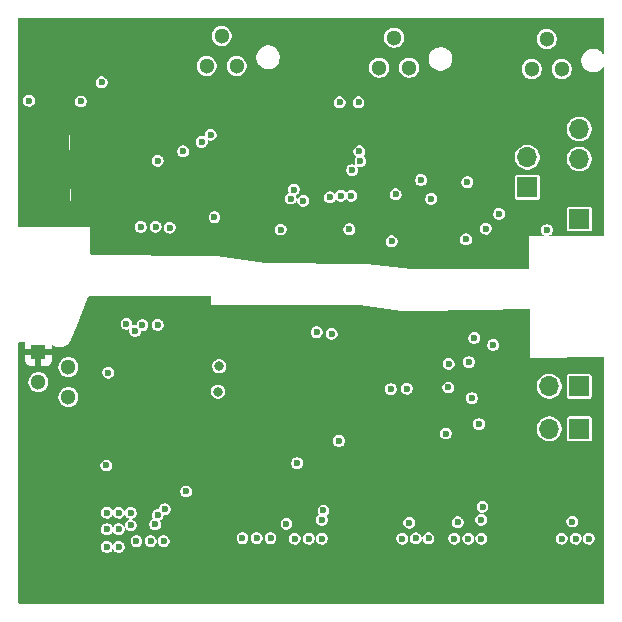
<source format=gbr>
%TF.GenerationSoftware,KiCad,Pcbnew,9.0.5-9.0.5~ubuntu24.04.1*%
%TF.CreationDate,2025-11-10T23:19:34+02:00*%
%TF.ProjectId,picr_1_9tdi,70696372-5f31-45f3-9974-64692e6b6963,1*%
%TF.SameCoordinates,Original*%
%TF.FileFunction,Copper,L3,Inr*%
%TF.FilePolarity,Positive*%
%FSLAX46Y46*%
G04 Gerber Fmt 4.6, Leading zero omitted, Abs format (unit mm)*
G04 Created by KiCad (PCBNEW 9.0.5-9.0.5~ubuntu24.04.1) date 2025-11-10 23:19:34*
%MOMM*%
%LPD*%
G01*
G04 APERTURE LIST*
%TA.AperFunction,ComponentPad*%
%ADD10R,1.300000X1.300000*%
%TD*%
%TA.AperFunction,ComponentPad*%
%ADD11C,1.300000*%
%TD*%
%TA.AperFunction,ComponentPad*%
%ADD12R,1.700000X1.700000*%
%TD*%
%TA.AperFunction,ComponentPad*%
%ADD13O,1.700000X1.700000*%
%TD*%
%TA.AperFunction,HeatsinkPad*%
%ADD14O,1.600000X0.900000*%
%TD*%
%TA.AperFunction,ViaPad*%
%ADD15C,0.600000*%
%TD*%
%TA.AperFunction,ViaPad*%
%ADD16C,0.400000*%
%TD*%
%TA.AperFunction,ViaPad*%
%ADD17C,0.800000*%
%TD*%
G04 APERTURE END LIST*
D10*
%TO.N,GND_MCU*%
%TO.C,U11*%
X115375000Y-69300000D03*
D11*
%TO.N,+3.3V*%
X114105000Y-71840000D03*
%TO.N,/E_M3_A*%
X112835000Y-69300000D03*
%TO.N,/E_M3_B*%
X111565000Y-71840000D03*
%TD*%
D10*
%TO.N,GND_MCU*%
%TO.C,U9*%
X102455000Y-69180000D03*
D11*
%TO.N,+3.3V*%
X101185000Y-71720000D03*
%TO.N,/E_M1_A*%
X99915000Y-69180000D03*
%TO.N,/E_M1_B*%
X98645000Y-71720000D03*
%TD*%
D10*
%TO.N,GND_MOT*%
%TO.C,U15*%
X69800000Y-95810000D03*
D11*
%TO.N,/PWM_TH_O*%
X72340000Y-97080000D03*
%TO.N,unconnected-(U15-Pad3)*%
X69800000Y-98350000D03*
%TO.N,unconnected-(U15-Pad4)*%
X72340000Y-99620000D03*
%TD*%
D12*
%TO.N,/PWM_GRB_O*%
%TO.C,J4*%
X115600000Y-102300000D03*
D13*
%TO.N,/5V_MOT*%
X113060000Y-102300000D03*
%TO.N,GND_MOT*%
X110520000Y-102300000D03*
%TD*%
D14*
%TO.N,GND_MCU*%
%TO.C,J1*%
X69500000Y-77700000D03*
X69500000Y-84300000D03*
%TD*%
D12*
%TO.N,/GLo*%
%TO.C,J3*%
X115600000Y-84540000D03*
D13*
%TO.N,GND_MCU*%
X115600000Y-82000000D03*
%TO.N,/IR_RX*%
X115600000Y-79460000D03*
%TO.N,+3.3V*%
X115600000Y-76920000D03*
%TD*%
D12*
%TO.N,/PWM_ANG_O*%
%TO.C,J6*%
X115580000Y-98700000D03*
D13*
%TO.N,/5V_MOT*%
X113040000Y-98700000D03*
%TO.N,GND_MOT*%
X110500000Y-98700000D03*
%TD*%
D10*
%TO.N,GND_MCU*%
%TO.C,U10*%
X87845000Y-69035000D03*
D11*
%TO.N,+3.3V*%
X86575000Y-71575000D03*
%TO.N,/E_M2_A*%
X85305000Y-69035000D03*
%TO.N,/E_M2_B*%
X84035000Y-71575000D03*
%TD*%
D12*
%TO.N,/GLo*%
%TO.C,J5*%
X111200000Y-81850000D03*
D13*
%TO.N,/IR_TX*%
X111200000Y-79310000D03*
%TD*%
D15*
%TO.N,GND_MCU*%
X82370000Y-81670000D03*
%TO.N,GND_MOT*%
X79200000Y-94800000D03*
D16*
X110700000Y-109600000D03*
D15*
X97200000Y-115600000D03*
X105600000Y-98800000D03*
X82410000Y-102680000D03*
D16*
X110200000Y-110100000D03*
D15*
X94400000Y-116300000D03*
X71100000Y-115650000D03*
X100000000Y-116300000D03*
D16*
X111200000Y-110100000D03*
D15*
X96500000Y-114900000D03*
X75050000Y-115650000D03*
X109900000Y-116300000D03*
X103080000Y-107640000D03*
X85650000Y-103710000D03*
X87600000Y-103000000D03*
X83090000Y-102700000D03*
X82200000Y-94100000D03*
X81040000Y-102650000D03*
D16*
X96600000Y-109100000D03*
D15*
X69300000Y-114400000D03*
X82350000Y-105100000D03*
X107800000Y-116300000D03*
X74525000Y-107575000D03*
X109050000Y-105550000D03*
X70200000Y-115650000D03*
X101425000Y-93171000D03*
X96800000Y-100900000D03*
D16*
X97600000Y-110100000D03*
D15*
X69300000Y-115650000D03*
X84400000Y-116300000D03*
D16*
X97100000Y-109100000D03*
D15*
X80360000Y-101890000D03*
D16*
X83200000Y-110000000D03*
D15*
X68400000Y-95800000D03*
D16*
X83700000Y-110000000D03*
D15*
X111300000Y-115600000D03*
X79200000Y-103400000D03*
X73730735Y-105479265D03*
X79870000Y-108490000D03*
D16*
X97600000Y-109600000D03*
D15*
X98225000Y-96325000D03*
X83100000Y-101930000D03*
X82000000Y-106200000D03*
X89490000Y-107600000D03*
X97900000Y-115600000D03*
D16*
X110700000Y-110100000D03*
D15*
X97900000Y-114900000D03*
X109900000Y-115600000D03*
X91090000Y-106450000D03*
X89560000Y-100660000D03*
X83700000Y-116300000D03*
X92080000Y-103500000D03*
X74660000Y-96390000D03*
X111300000Y-116300000D03*
D16*
X83700000Y-110500000D03*
D15*
X80350000Y-102640000D03*
X97130000Y-107220000D03*
X83000000Y-114900000D03*
X110600000Y-114900000D03*
X99510000Y-102680000D03*
X75050000Y-99150000D03*
X88680000Y-92240000D03*
X75100000Y-114550000D03*
X98600000Y-98700000D03*
X70200000Y-114400000D03*
X108600000Y-98750000D03*
X80900000Y-116300000D03*
D16*
X83200000Y-110500000D03*
D15*
X95800000Y-116300000D03*
X109200000Y-116300000D03*
X81720000Y-102670000D03*
D16*
X110200000Y-109100000D03*
D15*
X96500000Y-116300000D03*
D16*
X110200000Y-109600000D03*
X97600000Y-109100000D03*
D15*
X81700000Y-104800000D03*
X97200000Y-114900000D03*
D16*
X111200000Y-109600000D03*
D15*
X98600000Y-116300000D03*
X83000000Y-115600000D03*
X102330000Y-102720000D03*
X87450000Y-92230000D03*
X99300000Y-116300000D03*
X115500000Y-100400000D03*
X85100000Y-116300000D03*
X86600000Y-108000000D03*
X110600000Y-116300000D03*
X83790000Y-102690000D03*
X84400000Y-107500000D03*
X109900000Y-114900000D03*
X109012500Y-95887500D03*
X85875000Y-108000000D03*
X81700000Y-105450000D03*
X85800000Y-116300000D03*
X93000000Y-97700000D03*
X110600000Y-115600000D03*
X71100000Y-114400000D03*
X83700000Y-115600000D03*
X72000000Y-115650000D03*
D16*
X96600000Y-109600000D03*
X110700000Y-109100000D03*
D15*
X97900000Y-116300000D03*
X108500000Y-116300000D03*
D16*
X96600000Y-110100000D03*
X97100000Y-109600000D03*
D15*
X90600000Y-97300000D03*
X97200000Y-116300000D03*
X81050000Y-101910000D03*
X102730000Y-98990000D03*
X84880000Y-103720000D03*
X81600000Y-116300000D03*
X96500000Y-115600000D03*
X104500000Y-106180000D03*
X70060000Y-101150000D03*
D16*
X97100000Y-110100000D03*
D15*
X115500000Y-104500000D03*
X82650000Y-106550000D03*
X112620000Y-105600000D03*
X86440000Y-103700000D03*
X98200000Y-93600000D03*
X116350000Y-96750000D03*
D16*
X84200000Y-109500000D03*
D15*
X82300000Y-116300000D03*
D16*
X111200000Y-109100000D03*
D15*
X115100000Y-96750000D03*
X113950000Y-96750000D03*
X113400000Y-116300000D03*
X94050000Y-102950000D03*
X82410000Y-101930000D03*
X82000000Y-106850000D03*
X86500000Y-116300000D03*
X79800000Y-103700000D03*
X84400000Y-114900000D03*
X92700000Y-106220000D03*
X72000000Y-114400000D03*
D16*
X83700000Y-109500000D03*
X84200000Y-110500000D03*
D15*
X93600000Y-100400000D03*
X75890000Y-107780000D03*
D16*
X83200000Y-109500000D03*
D15*
X83770000Y-101950000D03*
X100730000Y-106060000D03*
X87230000Y-103670000D03*
X79200000Y-104000000D03*
X108700000Y-102350000D03*
X111300000Y-114900000D03*
X95100000Y-116300000D03*
X83000000Y-116300000D03*
X74660000Y-93540000D03*
X87600000Y-102100000D03*
X81730000Y-101920000D03*
D16*
X84200000Y-110000000D03*
D15*
X92500000Y-96500000D03*
X112000000Y-116300000D03*
X83700000Y-114900000D03*
X85325000Y-92200000D03*
X112700000Y-116300000D03*
X84400000Y-115600000D03*
%TO.N,/VBAT*%
X92700000Y-111600000D03*
X77625000Y-109425000D03*
X87075000Y-111550000D03*
X115300000Y-111600000D03*
X75600000Y-110800000D03*
X100600000Y-111600000D03*
X80400000Y-111800000D03*
X105000000Y-111600000D03*
X76600000Y-109400000D03*
X101750000Y-111575000D03*
X107300000Y-111600000D03*
X78100000Y-111800000D03*
X76600000Y-110800000D03*
X93800000Y-111600000D03*
X75600000Y-112300000D03*
X102825000Y-111575000D03*
X91500000Y-111600000D03*
X116400000Y-111600000D03*
X88275000Y-111550000D03*
X89450000Y-111550000D03*
X75600000Y-109400000D03*
X114100000Y-111600000D03*
X106200000Y-111600000D03*
X77625000Y-110475000D03*
X79300000Y-111800000D03*
X76600000Y-112300000D03*
%TO.N,GND_MCU*%
X85000000Y-87100000D03*
X73070000Y-70790000D03*
X98480240Y-85119760D03*
X100850000Y-84950000D03*
X73300000Y-82300000D03*
X74660000Y-85200000D03*
X103840000Y-80490000D03*
X73475000Y-77700000D03*
X113350000Y-78100000D03*
X109770000Y-75170000D03*
X88330000Y-82740000D03*
X79850000Y-70600000D03*
X82540000Y-78170000D03*
X75640000Y-82630000D03*
X108810000Y-79950000D03*
X87300000Y-74000000D03*
X109550000Y-71200000D03*
X73200000Y-84200000D03*
X91800000Y-77200000D03*
X78400000Y-76750000D03*
X108810000Y-82100000D03*
X95275000Y-69300000D03*
X113850000Y-74400000D03*
X102020000Y-86210000D03*
X89674265Y-74825735D03*
X70950000Y-79900000D03*
X76150000Y-75570000D03*
X96918425Y-85502377D03*
X117350000Y-85400000D03*
X96500000Y-77850000D03*
X98900000Y-74750000D03*
X71000000Y-82300000D03*
X117350000Y-80150000D03*
X70775000Y-77700000D03*
X70725000Y-84275000D03*
X87800000Y-72500000D03*
X81875000Y-84700000D03*
X99750000Y-78800000D03*
X98940000Y-70430000D03*
X109700000Y-84350000D03*
X91900000Y-78700000D03*
X105975000Y-82675000D03*
X113400000Y-81350000D03*
X86500000Y-85425000D03*
X116981568Y-69294576D03*
X91300000Y-87200000D03*
X78300000Y-69100000D03*
X100250000Y-87800000D03*
X117350000Y-82000000D03*
X110700000Y-68250000D03*
X94600000Y-73900000D03*
X93000000Y-81400000D03*
X102230000Y-78990000D03*
X69280000Y-70700000D03*
X89550000Y-69000000D03*
X71810000Y-70710000D03*
X82890000Y-75760000D03*
X95000000Y-72250000D03*
X102070000Y-82600000D03*
X117000000Y-74400000D03*
X104150000Y-69150000D03*
X105400000Y-76200000D03*
D17*
%TO.N,/5V_MOT*%
X85100000Y-97000000D03*
D15*
X75550000Y-105400000D03*
X75700000Y-97540000D03*
D17*
X85000000Y-99150000D03*
D15*
%TO.N,+3.3V*%
X84375000Y-77400000D03*
X99700000Y-86425000D03*
X84700000Y-84380000D03*
X112850000Y-85470000D03*
%TO.N,/NRST*%
X69000000Y-74510000D03*
X96362528Y-80388943D03*
%TO.N,/IR_RX*%
X102200000Y-81225000D03*
%TO.N,/PWM_GRB_O*%
X93360000Y-94120000D03*
%TO.N,/PWM_ANG_O*%
X94630000Y-94250000D03*
%TO.N,Net-(U1-SR)*%
X82300000Y-107600000D03*
%TO.N,Net-(U1-DRVOFF)*%
X79677200Y-110384579D03*
%TO.N,Net-(U7-PB8)*%
X96125000Y-85400000D03*
X90310000Y-85425000D03*
%TO.N,/PWM_M1_O*%
X77987851Y-94014579D03*
X79885421Y-109612149D03*
%TO.N,/M1_DIR_O*%
X108300000Y-95200000D03*
X80500000Y-109100000D03*
X101000000Y-98900000D03*
X91700000Y-105200000D03*
%TO.N,/M_NSLEEP_O*%
X104300000Y-102700000D03*
X90796979Y-110335723D03*
X104540000Y-96800000D03*
X104500000Y-98800000D03*
X105300000Y-110208038D03*
X115000000Y-110150000D03*
X101200000Y-110250000D03*
%TO.N,/PWM_M2_O*%
X93800000Y-109999685D03*
X79900707Y-93500706D03*
%TO.N,/M2_DIR_O*%
X99634313Y-98934313D03*
X95240000Y-103328626D03*
X93931587Y-109210579D03*
X106700000Y-94600000D03*
%TO.N,/M3_DIR_O*%
X107100000Y-101900000D03*
X107400000Y-108900000D03*
X106250000Y-96650000D03*
X106500000Y-99700000D03*
%TO.N,/PWM_M3_O*%
X107300000Y-109999685D03*
X78609659Y-93511232D03*
%TO.N,/E_M3_A*%
X94475000Y-82700000D03*
%TO.N,/PWM_M3_I*%
X78470000Y-85210000D03*
X79900000Y-79600000D03*
%TO.N,/SWCLK*%
X73400000Y-74580000D03*
X91175000Y-82800000D03*
%TO.N,/E_M1_A*%
X97060000Y-79625000D03*
%TO.N,/MCU_LED*%
X103050000Y-82825000D03*
X92225000Y-82990000D03*
%TO.N,/E_M2_A*%
X95300000Y-74650000D03*
%TO.N,/E_M3_B*%
X95411765Y-82561765D03*
%TO.N,/PWM_M2_I*%
X82048846Y-78801484D03*
X79720000Y-85180000D03*
%TO.N,/M3_DIR_I*%
X106000000Y-86250000D03*
X107680000Y-85350000D03*
%TO.N,/SWDIO*%
X75150000Y-72960000D03*
X91435636Y-82043645D03*
%TO.N,/M1_DIR_I*%
X108800000Y-84100000D03*
X106113235Y-81411765D03*
%TO.N,/PWM_M1_I*%
X80908883Y-85263162D03*
X83625000Y-78010000D03*
%TO.N,/E_M2_B*%
X96900000Y-74650000D03*
%TO.N,/M_NSLEEP_I*%
X100050000Y-82450000D03*
X96300000Y-82562765D03*
%TO.N,/E_M1_B*%
X96960000Y-78800000D03*
%TO.N,/PWM_TH_O*%
X77250000Y-93414579D03*
%TD*%
%TA.AperFunction,Conductor*%
%TO.N,GND_MCU*%
G36*
X72425000Y-76525000D02*
G01*
X72550000Y-85250000D01*
X68150000Y-85250000D01*
X68150000Y-76475000D01*
X72425000Y-76525000D01*
G37*
%TD.AperFunction*%
%TD*%
%TA.AperFunction,Conductor*%
%TO.N,GND_MCU*%
G36*
X117685148Y-67514852D02*
G01*
X117699500Y-67549500D01*
X117699500Y-70521228D01*
X117685148Y-70555876D01*
X117650500Y-70570228D01*
X117615852Y-70555876D01*
X117609758Y-70548451D01*
X117552139Y-70462218D01*
X117412781Y-70322860D01*
X117358650Y-70286691D01*
X117248914Y-70213368D01*
X117248911Y-70213366D01*
X117248910Y-70213366D01*
X117066836Y-70137949D01*
X117066827Y-70137947D01*
X116873544Y-70099500D01*
X116873541Y-70099500D01*
X116676459Y-70099500D01*
X116676455Y-70099500D01*
X116483172Y-70137947D01*
X116483163Y-70137949D01*
X116301089Y-70213366D01*
X116137218Y-70322860D01*
X115997860Y-70462218D01*
X115888366Y-70626089D01*
X115812949Y-70808163D01*
X115812947Y-70808172D01*
X115774500Y-71001455D01*
X115774500Y-71198544D01*
X115812947Y-71391827D01*
X115812949Y-71391836D01*
X115854122Y-71491236D01*
X115888368Y-71573914D01*
X115945062Y-71658763D01*
X115987070Y-71721633D01*
X115997861Y-71737782D01*
X116137218Y-71877139D01*
X116301086Y-71986632D01*
X116483165Y-72062051D01*
X116676459Y-72100500D01*
X116873541Y-72100500D01*
X117066835Y-72062051D01*
X117248914Y-71986632D01*
X117412782Y-71877139D01*
X117552139Y-71737782D01*
X117609759Y-71651547D01*
X117640940Y-71630713D01*
X117677723Y-71638029D01*
X117698558Y-71669211D01*
X117699500Y-71678771D01*
X117699500Y-85954070D01*
X117685148Y-85988718D01*
X117650594Y-86003070D01*
X113095509Y-86011817D01*
X113060833Y-85997532D01*
X113046415Y-85962911D01*
X113060700Y-85928235D01*
X113070911Y-85920384D01*
X113157314Y-85870500D01*
X113250500Y-85777314D01*
X113307563Y-85678478D01*
X113316391Y-85663188D01*
X113316391Y-85663187D01*
X113316392Y-85663186D01*
X113350499Y-85535895D01*
X113350500Y-85535895D01*
X113350500Y-85404105D01*
X113350499Y-85404104D01*
X113330390Y-85329057D01*
X113316392Y-85276814D01*
X113316391Y-85276813D01*
X113316391Y-85276811D01*
X113250499Y-85162685D01*
X113157314Y-85069500D01*
X113043188Y-85003608D01*
X113043184Y-85003607D01*
X112915895Y-84969500D01*
X112915892Y-84969500D01*
X112784108Y-84969500D01*
X112784105Y-84969500D01*
X112656815Y-85003607D01*
X112656811Y-85003608D01*
X112542685Y-85069500D01*
X112542685Y-85069501D01*
X112449501Y-85162685D01*
X112449500Y-85162685D01*
X112383608Y-85276811D01*
X112383607Y-85276815D01*
X112349500Y-85404104D01*
X112349500Y-85535895D01*
X112383607Y-85663184D01*
X112383608Y-85663188D01*
X112434018Y-85750499D01*
X112449500Y-85777314D01*
X112542686Y-85870500D01*
X112630711Y-85921321D01*
X112653541Y-85951074D01*
X112648646Y-85988256D01*
X112618893Y-86011086D01*
X112606305Y-86012756D01*
X111313802Y-86015238D01*
X111349342Y-88700352D01*
X111335450Y-88735187D01*
X111300994Y-88749996D01*
X111300346Y-88750000D01*
X101353752Y-88750000D01*
X101348556Y-88749724D01*
X97599993Y-88349999D01*
X88953767Y-88300021D01*
X88946285Y-88299403D01*
X86095491Y-87841869D01*
X84900000Y-87650000D01*
X84448052Y-87645891D01*
X74248555Y-87553168D01*
X74214038Y-87538502D01*
X74200000Y-87504170D01*
X74200000Y-86359104D01*
X99199500Y-86359104D01*
X99199500Y-86490895D01*
X99233607Y-86618184D01*
X99233608Y-86618188D01*
X99290307Y-86716391D01*
X99299500Y-86732314D01*
X99392686Y-86825500D01*
X99434457Y-86849617D01*
X99506811Y-86891391D01*
X99506813Y-86891391D01*
X99506814Y-86891392D01*
X99607207Y-86918292D01*
X99634104Y-86925499D01*
X99634105Y-86925500D01*
X99634108Y-86925500D01*
X99765895Y-86925500D01*
X99765895Y-86925499D01*
X99893186Y-86891392D01*
X100007314Y-86825500D01*
X100100500Y-86732314D01*
X100166392Y-86618186D01*
X100200499Y-86490895D01*
X100200500Y-86490895D01*
X100200500Y-86359105D01*
X100200499Y-86359104D01*
X100166392Y-86231815D01*
X100166391Y-86231811D01*
X100151140Y-86205396D01*
X100138847Y-86184104D01*
X105499500Y-86184104D01*
X105499500Y-86315895D01*
X105533607Y-86443184D01*
X105533608Y-86443188D01*
X105599500Y-86557314D01*
X105692686Y-86650500D01*
X105734457Y-86674617D01*
X105806811Y-86716391D01*
X105806813Y-86716391D01*
X105806814Y-86716392D01*
X105866240Y-86732315D01*
X105934104Y-86750499D01*
X105934105Y-86750500D01*
X105934108Y-86750500D01*
X106065895Y-86750500D01*
X106065895Y-86750499D01*
X106193186Y-86716392D01*
X106307314Y-86650500D01*
X106400500Y-86557314D01*
X106466392Y-86443186D01*
X106500499Y-86315895D01*
X106500500Y-86315895D01*
X106500500Y-86184105D01*
X106500499Y-86184104D01*
X106466392Y-86056815D01*
X106466391Y-86056811D01*
X106412177Y-85962911D01*
X106400500Y-85942686D01*
X106307314Y-85849500D01*
X106193188Y-85783608D01*
X106193184Y-85783607D01*
X106065895Y-85749500D01*
X106065892Y-85749500D01*
X105934108Y-85749500D01*
X105934105Y-85749500D01*
X105806815Y-85783607D01*
X105806811Y-85783608D01*
X105692685Y-85849500D01*
X105692685Y-85849501D01*
X105599501Y-85942685D01*
X105599500Y-85942685D01*
X105533608Y-86056811D01*
X105533607Y-86056815D01*
X105499500Y-86184104D01*
X100138847Y-86184104D01*
X100100499Y-86117685D01*
X100007314Y-86024500D01*
X99893188Y-85958608D01*
X99893184Y-85958607D01*
X99765895Y-85924500D01*
X99765892Y-85924500D01*
X99634108Y-85924500D01*
X99634105Y-85924500D01*
X99506815Y-85958607D01*
X99506811Y-85958608D01*
X99392685Y-86024500D01*
X99392685Y-86024501D01*
X99299501Y-86117685D01*
X99299500Y-86117685D01*
X99233608Y-86231811D01*
X99233607Y-86231815D01*
X99199500Y-86359104D01*
X74200000Y-86359104D01*
X74200000Y-85250000D01*
X72550000Y-85250000D01*
X72548483Y-85144104D01*
X77969500Y-85144104D01*
X77969500Y-85275895D01*
X78003607Y-85403184D01*
X78003608Y-85403188D01*
X78052179Y-85487314D01*
X78069500Y-85517314D01*
X78162686Y-85610500D01*
X78175999Y-85618186D01*
X78276811Y-85676391D01*
X78276813Y-85676391D01*
X78276814Y-85676392D01*
X78377207Y-85703292D01*
X78404104Y-85710499D01*
X78404105Y-85710500D01*
X78404108Y-85710500D01*
X78535895Y-85710500D01*
X78535895Y-85710499D01*
X78663186Y-85676392D01*
X78777314Y-85610500D01*
X78870500Y-85517314D01*
X78929056Y-85415892D01*
X78936391Y-85403188D01*
X78936391Y-85403187D01*
X78936392Y-85403186D01*
X78970499Y-85275895D01*
X78970500Y-85275895D01*
X78970500Y-85144105D01*
X78970499Y-85144104D01*
X78965000Y-85123578D01*
X78962461Y-85114104D01*
X79219500Y-85114104D01*
X79219500Y-85245895D01*
X79253607Y-85373184D01*
X79253608Y-85373188D01*
X79308482Y-85468230D01*
X79319500Y-85487314D01*
X79412686Y-85580500D01*
X79454457Y-85604617D01*
X79526811Y-85646391D01*
X79526813Y-85646391D01*
X79526814Y-85646392D01*
X79591267Y-85663662D01*
X79654104Y-85680499D01*
X79654105Y-85680500D01*
X79654108Y-85680500D01*
X79785895Y-85680500D01*
X79785895Y-85680499D01*
X79913186Y-85646392D01*
X80027314Y-85580500D01*
X80120500Y-85487314D01*
X80186392Y-85373186D01*
X80220499Y-85245895D01*
X80220500Y-85245895D01*
X80220500Y-85197266D01*
X80408383Y-85197266D01*
X80408383Y-85329057D01*
X80442490Y-85456346D01*
X80442491Y-85456350D01*
X80492626Y-85543184D01*
X80508383Y-85570476D01*
X80601569Y-85663662D01*
X80630733Y-85680500D01*
X80715694Y-85729553D01*
X80715696Y-85729553D01*
X80715697Y-85729554D01*
X80816090Y-85756454D01*
X80842987Y-85763661D01*
X80842988Y-85763662D01*
X80842991Y-85763662D01*
X80974778Y-85763662D01*
X80974778Y-85763661D01*
X81102069Y-85729554D01*
X81216197Y-85663662D01*
X81309383Y-85570476D01*
X81375275Y-85456348D01*
X81389520Y-85403184D01*
X81401332Y-85359104D01*
X89809500Y-85359104D01*
X89809500Y-85490895D01*
X89843607Y-85618184D01*
X89843608Y-85618188D01*
X89909500Y-85732314D01*
X90002686Y-85825500D01*
X90044255Y-85849500D01*
X90116811Y-85891391D01*
X90116813Y-85891391D01*
X90116814Y-85891392D01*
X90217207Y-85918292D01*
X90244104Y-85925499D01*
X90244105Y-85925500D01*
X90244108Y-85925500D01*
X90375895Y-85925500D01*
X90375895Y-85925499D01*
X90503186Y-85891392D01*
X90617314Y-85825500D01*
X90710500Y-85732314D01*
X90776392Y-85618186D01*
X90810499Y-85490895D01*
X90810500Y-85490895D01*
X90810500Y-85359107D01*
X90806339Y-85343577D01*
X90806339Y-85343575D01*
X90803801Y-85334104D01*
X95624500Y-85334104D01*
X95624500Y-85465895D01*
X95658607Y-85593184D01*
X95658608Y-85593188D01*
X95706647Y-85676392D01*
X95724500Y-85707314D01*
X95817686Y-85800500D01*
X95845210Y-85816391D01*
X95931811Y-85866391D01*
X95931813Y-85866391D01*
X95931814Y-85866392D01*
X96025112Y-85891391D01*
X96059104Y-85900499D01*
X96059105Y-85900500D01*
X96059108Y-85900500D01*
X96190895Y-85900500D01*
X96190895Y-85900499D01*
X96318186Y-85866392D01*
X96432314Y-85800500D01*
X96525500Y-85707314D01*
X96591392Y-85593186D01*
X96625499Y-85465895D01*
X96625500Y-85465895D01*
X96625500Y-85334105D01*
X96625499Y-85334104D01*
X96614641Y-85293578D01*
X96612102Y-85284104D01*
X107179500Y-85284104D01*
X107179500Y-85415895D01*
X107213607Y-85543184D01*
X107213608Y-85543188D01*
X107273194Y-85646392D01*
X107279500Y-85657314D01*
X107372686Y-85750500D01*
X107414457Y-85774617D01*
X107486811Y-85816391D01*
X107486813Y-85816391D01*
X107486814Y-85816392D01*
X107587207Y-85843292D01*
X107614104Y-85850499D01*
X107614105Y-85850500D01*
X107614108Y-85850500D01*
X107745895Y-85850500D01*
X107745895Y-85850499D01*
X107873186Y-85816392D01*
X107987314Y-85750500D01*
X108080500Y-85657314D01*
X108146392Y-85543186D01*
X108180499Y-85415895D01*
X108180500Y-85415895D01*
X108180500Y-85284105D01*
X108180499Y-85284104D01*
X108166487Y-85231811D01*
X108146392Y-85156814D01*
X108146391Y-85156813D01*
X108146391Y-85156811D01*
X108104617Y-85084457D01*
X108080500Y-85042686D01*
X107987314Y-84949500D01*
X107873188Y-84883608D01*
X107873184Y-84883607D01*
X107745895Y-84849500D01*
X107745892Y-84849500D01*
X107614108Y-84849500D01*
X107614105Y-84849500D01*
X107486815Y-84883607D01*
X107486811Y-84883608D01*
X107372685Y-84949500D01*
X107372685Y-84949501D01*
X107279501Y-85042685D01*
X107279500Y-85042685D01*
X107213608Y-85156811D01*
X107213607Y-85156815D01*
X107179500Y-85284104D01*
X96612102Y-85284104D01*
X96591392Y-85206815D01*
X96591391Y-85206811D01*
X96549617Y-85134457D01*
X96525500Y-85092686D01*
X96432314Y-84999500D01*
X96410343Y-84986815D01*
X96318188Y-84933608D01*
X96318184Y-84933607D01*
X96190895Y-84899500D01*
X96190892Y-84899500D01*
X96059108Y-84899500D01*
X96059105Y-84899500D01*
X95931815Y-84933607D01*
X95931811Y-84933608D01*
X95817685Y-84999500D01*
X95817685Y-84999501D01*
X95724501Y-85092685D01*
X95724500Y-85092685D01*
X95658608Y-85206811D01*
X95658607Y-85206815D01*
X95624500Y-85334104D01*
X90803801Y-85334104D01*
X90776392Y-85231815D01*
X90776391Y-85231811D01*
X90725752Y-85144104D01*
X90710500Y-85117686D01*
X90617314Y-85024500D01*
X90604003Y-85016815D01*
X90503188Y-84958608D01*
X90503184Y-84958607D01*
X90375895Y-84924500D01*
X90375892Y-84924500D01*
X90244108Y-84924500D01*
X90244105Y-84924500D01*
X90116815Y-84958607D01*
X90116811Y-84958608D01*
X90002685Y-85024500D01*
X90002685Y-85024501D01*
X89909501Y-85117685D01*
X89909500Y-85117685D01*
X89843608Y-85231811D01*
X89843607Y-85231815D01*
X89809500Y-85359104D01*
X81401332Y-85359104D01*
X81405588Y-85343220D01*
X81405589Y-85343215D01*
X81409383Y-85329054D01*
X81409383Y-85197267D01*
X81409382Y-85197266D01*
X81375275Y-85069977D01*
X81375274Y-85069973D01*
X81327261Y-84986814D01*
X81309383Y-84955848D01*
X81216197Y-84862662D01*
X81188015Y-84846391D01*
X81102071Y-84796770D01*
X81102067Y-84796769D01*
X80974778Y-84762662D01*
X80974775Y-84762662D01*
X80842991Y-84762662D01*
X80842988Y-84762662D01*
X80715698Y-84796769D01*
X80715694Y-84796770D01*
X80601568Y-84862662D01*
X80601568Y-84862663D01*
X80508384Y-84955847D01*
X80508383Y-84955847D01*
X80442491Y-85069973D01*
X80442490Y-85069977D01*
X80408383Y-85197266D01*
X80220500Y-85197266D01*
X80220500Y-85114105D01*
X80220499Y-85114104D01*
X80196490Y-85024500D01*
X80186392Y-84986814D01*
X80186391Y-84986813D01*
X80186391Y-84986811D01*
X80144617Y-84914457D01*
X80120500Y-84872686D01*
X80027314Y-84779500D01*
X79998150Y-84762662D01*
X79913188Y-84713608D01*
X79913184Y-84713607D01*
X79785895Y-84679500D01*
X79785892Y-84679500D01*
X79654108Y-84679500D01*
X79654105Y-84679500D01*
X79526815Y-84713607D01*
X79526811Y-84713608D01*
X79412685Y-84779500D01*
X79412685Y-84779501D01*
X79319501Y-84872685D01*
X79319500Y-84872685D01*
X79253608Y-84986811D01*
X79253607Y-84986815D01*
X79219500Y-85114104D01*
X78962461Y-85114104D01*
X78936392Y-85016815D01*
X78936391Y-85016811D01*
X78870499Y-84902685D01*
X78777314Y-84809500D01*
X78663188Y-84743608D01*
X78663184Y-84743607D01*
X78535895Y-84709500D01*
X78535892Y-84709500D01*
X78404108Y-84709500D01*
X78404105Y-84709500D01*
X78276815Y-84743607D01*
X78276811Y-84743608D01*
X78162685Y-84809500D01*
X78162685Y-84809501D01*
X78069501Y-84902685D01*
X78069500Y-84902685D01*
X78003608Y-85016811D01*
X78003607Y-85016815D01*
X77969500Y-85144104D01*
X72548483Y-85144104D01*
X72536592Y-84314104D01*
X84199500Y-84314104D01*
X84199500Y-84445895D01*
X84233607Y-84573184D01*
X84233608Y-84573188D01*
X84299500Y-84687314D01*
X84392686Y-84780500D01*
X84434457Y-84804617D01*
X84506811Y-84846391D01*
X84506813Y-84846391D01*
X84506814Y-84846392D01*
X84607207Y-84873292D01*
X84634104Y-84880499D01*
X84634105Y-84880500D01*
X84634108Y-84880500D01*
X84765895Y-84880500D01*
X84765895Y-84880499D01*
X84893186Y-84846392D01*
X85007314Y-84780500D01*
X85100500Y-84687314D01*
X85166392Y-84573186D01*
X85200499Y-84445895D01*
X85200500Y-84445895D01*
X85200500Y-84314105D01*
X85200499Y-84314104D01*
X85166392Y-84186815D01*
X85166391Y-84186811D01*
X85100499Y-84072685D01*
X85061918Y-84034104D01*
X108299500Y-84034104D01*
X108299500Y-84165895D01*
X108333607Y-84293184D01*
X108333608Y-84293188D01*
X108399500Y-84407314D01*
X108492686Y-84500500D01*
X108534457Y-84524617D01*
X108606811Y-84566391D01*
X108606813Y-84566391D01*
X108606814Y-84566392D01*
X108707207Y-84593292D01*
X108734104Y-84600499D01*
X108734105Y-84600500D01*
X108734108Y-84600500D01*
X108865895Y-84600500D01*
X108865895Y-84600499D01*
X108993186Y-84566392D01*
X109107314Y-84500500D01*
X109200500Y-84407314D01*
X109266392Y-84293186D01*
X109300499Y-84165895D01*
X109300500Y-84165895D01*
X109300500Y-84034105D01*
X109300499Y-84034104D01*
X109266392Y-83906815D01*
X109266391Y-83906811D01*
X109200499Y-83792685D01*
X109107314Y-83699500D01*
X109056656Y-83670252D01*
X114549500Y-83670252D01*
X114549500Y-85409748D01*
X114561133Y-85468231D01*
X114573884Y-85487314D01*
X114605447Y-85534552D01*
X114618366Y-85543184D01*
X114671769Y-85578867D01*
X114730252Y-85590500D01*
X114730255Y-85590500D01*
X116469745Y-85590500D01*
X116469748Y-85590500D01*
X116528231Y-85578867D01*
X116594552Y-85534552D01*
X116638867Y-85468231D01*
X116650500Y-85409748D01*
X116650500Y-83670252D01*
X116638867Y-83611769D01*
X116612301Y-83572012D01*
X116594552Y-83545447D01*
X116554795Y-83518882D01*
X116528231Y-83501133D01*
X116469748Y-83489500D01*
X114730252Y-83489500D01*
X114671769Y-83501133D01*
X114605447Y-83545447D01*
X114569331Y-83599500D01*
X114561133Y-83611769D01*
X114549500Y-83670252D01*
X109056656Y-83670252D01*
X108993188Y-83633608D01*
X108993184Y-83633607D01*
X108865895Y-83599500D01*
X108865892Y-83599500D01*
X108734108Y-83599500D01*
X108734105Y-83599500D01*
X108606815Y-83633607D01*
X108606811Y-83633608D01*
X108492685Y-83699500D01*
X108492685Y-83699501D01*
X108399501Y-83792685D01*
X108399500Y-83792685D01*
X108333608Y-83906811D01*
X108333607Y-83906815D01*
X108299500Y-84034104D01*
X85061918Y-84034104D01*
X85007314Y-83979500D01*
X84893188Y-83913608D01*
X84893184Y-83913607D01*
X84765895Y-83879500D01*
X84765892Y-83879500D01*
X84634108Y-83879500D01*
X84634105Y-83879500D01*
X84506815Y-83913607D01*
X84506811Y-83913608D01*
X84392685Y-83979500D01*
X84392685Y-83979501D01*
X84299501Y-84072685D01*
X84299500Y-84072685D01*
X84233608Y-84186811D01*
X84233607Y-84186815D01*
X84199500Y-84314104D01*
X72536592Y-84314104D01*
X72513956Y-82734104D01*
X90674500Y-82734104D01*
X90674500Y-82865895D01*
X90708607Y-82993184D01*
X90708608Y-82993188D01*
X90749068Y-83063265D01*
X90774500Y-83107314D01*
X90867686Y-83200500D01*
X90909457Y-83224617D01*
X90981811Y-83266391D01*
X90981813Y-83266391D01*
X90981814Y-83266392D01*
X91075112Y-83291391D01*
X91109104Y-83300499D01*
X91109105Y-83300500D01*
X91109108Y-83300500D01*
X91240895Y-83300500D01*
X91240895Y-83300499D01*
X91368186Y-83266392D01*
X91482314Y-83200500D01*
X91575500Y-83107314D01*
X91633065Y-83007609D01*
X91662818Y-82984779D01*
X91700000Y-82989674D01*
X91722830Y-83019427D01*
X91724500Y-83032109D01*
X91724500Y-83055895D01*
X91758607Y-83183184D01*
X91758608Y-83183188D01*
X91806647Y-83266392D01*
X91824500Y-83297314D01*
X91917686Y-83390500D01*
X91959457Y-83414617D01*
X92031811Y-83456391D01*
X92031813Y-83456391D01*
X92031814Y-83456392D01*
X92132207Y-83483292D01*
X92159104Y-83490499D01*
X92159105Y-83490500D01*
X92159108Y-83490500D01*
X92290895Y-83490500D01*
X92290895Y-83490499D01*
X92418186Y-83456392D01*
X92532314Y-83390500D01*
X92625500Y-83297314D01*
X92691392Y-83183186D01*
X92725499Y-83055895D01*
X92725500Y-83055895D01*
X92725500Y-82924105D01*
X92725499Y-82924104D01*
X92716057Y-82888866D01*
X92691392Y-82796814D01*
X92691391Y-82796813D01*
X92691391Y-82796811D01*
X92646898Y-82719748D01*
X92625500Y-82682686D01*
X92576918Y-82634104D01*
X93974500Y-82634104D01*
X93974500Y-82765895D01*
X94008607Y-82893184D01*
X94008608Y-82893188D01*
X94066342Y-82993184D01*
X94074500Y-83007314D01*
X94167686Y-83100500D01*
X94179490Y-83107315D01*
X94281811Y-83166391D01*
X94281813Y-83166391D01*
X94281814Y-83166392D01*
X94344491Y-83183186D01*
X94409104Y-83200499D01*
X94409105Y-83200500D01*
X94409108Y-83200500D01*
X94540895Y-83200500D01*
X94540895Y-83200499D01*
X94668186Y-83166392D01*
X94782314Y-83100500D01*
X94875500Y-83007314D01*
X94927995Y-82916391D01*
X94942998Y-82890405D01*
X94944231Y-82891116D01*
X94967346Y-82867975D01*
X95004849Y-82867953D01*
X95020772Y-82878586D01*
X95104451Y-82962265D01*
X95143446Y-82984779D01*
X95218576Y-83028156D01*
X95218578Y-83028156D01*
X95218579Y-83028157D01*
X95318972Y-83055057D01*
X95345869Y-83062264D01*
X95345870Y-83062265D01*
X95345873Y-83062265D01*
X95477660Y-83062265D01*
X95477660Y-83062264D01*
X95604951Y-83028157D01*
X95719079Y-82962265D01*
X95812265Y-82869079D01*
X95813153Y-82867539D01*
X95813864Y-82866993D01*
X95814223Y-82866527D01*
X95814347Y-82866622D01*
X95842900Y-82844704D01*
X95880083Y-82849590D01*
X95898026Y-82867527D01*
X95898924Y-82869081D01*
X95899500Y-82870079D01*
X95992686Y-82963265D01*
X96029949Y-82984779D01*
X96106811Y-83029156D01*
X96106813Y-83029156D01*
X96106814Y-83029157D01*
X96206591Y-83055892D01*
X96234104Y-83063264D01*
X96234105Y-83063265D01*
X96234108Y-83063265D01*
X96365895Y-83063265D01*
X96365895Y-83063264D01*
X96493186Y-83029157D01*
X96607314Y-82963265D01*
X96700500Y-82870079D01*
X96766392Y-82755951D01*
X96800499Y-82628660D01*
X96800500Y-82628660D01*
X96800500Y-82496870D01*
X96800499Y-82496869D01*
X96772823Y-82393578D01*
X96770284Y-82384104D01*
X99549500Y-82384104D01*
X99549500Y-82515895D01*
X99583607Y-82643184D01*
X99583608Y-82643188D01*
X99636100Y-82734105D01*
X99649500Y-82757314D01*
X99742686Y-82850500D01*
X99776603Y-82870082D01*
X99856811Y-82916391D01*
X99856813Y-82916391D01*
X99856814Y-82916392D01*
X99885600Y-82924105D01*
X99984104Y-82950499D01*
X99984105Y-82950500D01*
X99984108Y-82950500D01*
X100115895Y-82950500D01*
X100115895Y-82950499D01*
X100243186Y-82916392D01*
X100357314Y-82850500D01*
X100448710Y-82759104D01*
X102549500Y-82759104D01*
X102549500Y-82890895D01*
X102583607Y-83018184D01*
X102583608Y-83018188D01*
X102631132Y-83100500D01*
X102649500Y-83132314D01*
X102742686Y-83225500D01*
X102784457Y-83249617D01*
X102856811Y-83291391D01*
X102856813Y-83291391D01*
X102856814Y-83291392D01*
X102957207Y-83318292D01*
X102984104Y-83325499D01*
X102984105Y-83325500D01*
X102984108Y-83325500D01*
X103115895Y-83325500D01*
X103115895Y-83325499D01*
X103243186Y-83291392D01*
X103357314Y-83225500D01*
X103450500Y-83132314D01*
X103516392Y-83018186D01*
X103550499Y-82890895D01*
X103550500Y-82890895D01*
X103550500Y-82759105D01*
X103550499Y-82759104D01*
X103530023Y-82682685D01*
X103516392Y-82631814D01*
X103516391Y-82631813D01*
X103516391Y-82631811D01*
X103450499Y-82517685D01*
X103357314Y-82424500D01*
X103243188Y-82358608D01*
X103243184Y-82358607D01*
X103115895Y-82324500D01*
X103115892Y-82324500D01*
X102984108Y-82324500D01*
X102984105Y-82324500D01*
X102856815Y-82358607D01*
X102856811Y-82358608D01*
X102742685Y-82424500D01*
X102742685Y-82424501D01*
X102649501Y-82517685D01*
X102649500Y-82517685D01*
X102583608Y-82631811D01*
X102583607Y-82631815D01*
X102549500Y-82759104D01*
X100448710Y-82759104D01*
X100450500Y-82757314D01*
X100516392Y-82643186D01*
X100550499Y-82515895D01*
X100550500Y-82515895D01*
X100550500Y-82384105D01*
X100550499Y-82384104D01*
X100527830Y-82299501D01*
X100516392Y-82256814D01*
X100516391Y-82256813D01*
X100516391Y-82256811D01*
X100474617Y-82184457D01*
X100450500Y-82142686D01*
X100357314Y-82049500D01*
X100243188Y-81983608D01*
X100243184Y-81983607D01*
X100115895Y-81949500D01*
X100115892Y-81949500D01*
X99984108Y-81949500D01*
X99984105Y-81949500D01*
X99856815Y-81983607D01*
X99856811Y-81983608D01*
X99742685Y-82049500D01*
X99742685Y-82049501D01*
X99649501Y-82142685D01*
X99649500Y-82142685D01*
X99583608Y-82256811D01*
X99583607Y-82256815D01*
X99549500Y-82384104D01*
X96770284Y-82384104D01*
X96766869Y-82371360D01*
X96766392Y-82369579D01*
X96766391Y-82369577D01*
X96766391Y-82369576D01*
X96711746Y-82274930D01*
X96700500Y-82255451D01*
X96607314Y-82162265D01*
X96605582Y-82161265D01*
X96493188Y-82096373D01*
X96493184Y-82096372D01*
X96365895Y-82062265D01*
X96365892Y-82062265D01*
X96234108Y-82062265D01*
X96234105Y-82062265D01*
X96106815Y-82096372D01*
X96106811Y-82096373D01*
X95992685Y-82162265D01*
X95992685Y-82162266D01*
X95899503Y-82255447D01*
X95899496Y-82255457D01*
X95898601Y-82257007D01*
X95897885Y-82257555D01*
X95897544Y-82258001D01*
X95897424Y-82257909D01*
X95868843Y-82279832D01*
X95831662Y-82274930D01*
X95813736Y-82256999D01*
X95812265Y-82254451D01*
X95719079Y-82161265D01*
X95604953Y-82095373D01*
X95604949Y-82095372D01*
X95477660Y-82061265D01*
X95477657Y-82061265D01*
X95345873Y-82061265D01*
X95345870Y-82061265D01*
X95218580Y-82095372D01*
X95218576Y-82095373D01*
X95104450Y-82161265D01*
X95104450Y-82161266D01*
X95011266Y-82254450D01*
X95011265Y-82254450D01*
X94943767Y-82371360D01*
X94942542Y-82370652D01*
X94919385Y-82393803D01*
X94881882Y-82393798D01*
X94865992Y-82383178D01*
X94782314Y-82299500D01*
X94668188Y-82233608D01*
X94668184Y-82233607D01*
X94540895Y-82199500D01*
X94540892Y-82199500D01*
X94409108Y-82199500D01*
X94409105Y-82199500D01*
X94281815Y-82233607D01*
X94281811Y-82233608D01*
X94167685Y-82299500D01*
X94167685Y-82299501D01*
X94074501Y-82392685D01*
X94074500Y-82392685D01*
X94008608Y-82506811D01*
X94008607Y-82506815D01*
X93974500Y-82634104D01*
X92576918Y-82634104D01*
X92532314Y-82589500D01*
X92418188Y-82523608D01*
X92418184Y-82523607D01*
X92290895Y-82489500D01*
X92290892Y-82489500D01*
X92159108Y-82489500D01*
X92159105Y-82489500D01*
X92031815Y-82523607D01*
X92031811Y-82523608D01*
X91917685Y-82589500D01*
X91917685Y-82589501D01*
X91824501Y-82682685D01*
X91824500Y-82682685D01*
X91766935Y-82782390D01*
X91737182Y-82805220D01*
X91700000Y-82800325D01*
X91677170Y-82770572D01*
X91675500Y-82757890D01*
X91675500Y-82734105D01*
X91675499Y-82734104D01*
X91648091Y-82631815D01*
X91641392Y-82606814D01*
X91620842Y-82571221D01*
X91615947Y-82534042D01*
X91638774Y-82504290D01*
X91742950Y-82444145D01*
X91836136Y-82350959D01*
X91902028Y-82236831D01*
X91936135Y-82109540D01*
X91936136Y-82109540D01*
X91936136Y-81977750D01*
X91936135Y-81977749D01*
X91918588Y-81912264D01*
X91902028Y-81850459D01*
X91902027Y-81850458D01*
X91902027Y-81850456D01*
X91836135Y-81736330D01*
X91742950Y-81643145D01*
X91628824Y-81577253D01*
X91628820Y-81577252D01*
X91501531Y-81543145D01*
X91501528Y-81543145D01*
X91369744Y-81543145D01*
X91369741Y-81543145D01*
X91242451Y-81577252D01*
X91242447Y-81577253D01*
X91128321Y-81643145D01*
X91128321Y-81643146D01*
X91035137Y-81736330D01*
X91035136Y-81736330D01*
X90969244Y-81850456D01*
X90969243Y-81850460D01*
X90935136Y-81977749D01*
X90935136Y-82109540D01*
X90969242Y-82236826D01*
X90969243Y-82236828D01*
X90969244Y-82236831D01*
X90989792Y-82272421D01*
X90994687Y-82309603D01*
X90971857Y-82339356D01*
X90867685Y-82399500D01*
X90867685Y-82399501D01*
X90774501Y-82492685D01*
X90774500Y-82492685D01*
X90708608Y-82606811D01*
X90708607Y-82606815D01*
X90674500Y-82734104D01*
X72513956Y-82734104D01*
X72491391Y-81159104D01*
X101699500Y-81159104D01*
X101699500Y-81290895D01*
X101733607Y-81418184D01*
X101733608Y-81418188D01*
X101767945Y-81477660D01*
X101799500Y-81532314D01*
X101892686Y-81625500D01*
X101923248Y-81643145D01*
X102006811Y-81691391D01*
X102006813Y-81691391D01*
X102006814Y-81691392D01*
X102107207Y-81718292D01*
X102134104Y-81725499D01*
X102134105Y-81725500D01*
X102134108Y-81725500D01*
X102265895Y-81725500D01*
X102265895Y-81725499D01*
X102393186Y-81691392D01*
X102507314Y-81625500D01*
X102600500Y-81532314D01*
X102666392Y-81418186D01*
X102685769Y-81345869D01*
X105612735Y-81345869D01*
X105612735Y-81477660D01*
X105646842Y-81604949D01*
X105646843Y-81604953D01*
X105696749Y-81691391D01*
X105712735Y-81719079D01*
X105805921Y-81812265D01*
X105847692Y-81836382D01*
X105920046Y-81878156D01*
X105920048Y-81878156D01*
X105920049Y-81878157D01*
X106020442Y-81905057D01*
X106047339Y-81912264D01*
X106047340Y-81912265D01*
X106047343Y-81912265D01*
X106179130Y-81912265D01*
X106179130Y-81912264D01*
X106306421Y-81878157D01*
X106420549Y-81812265D01*
X106513735Y-81719079D01*
X106579627Y-81604951D01*
X106613734Y-81477660D01*
X106613735Y-81477660D01*
X106613735Y-81345870D01*
X106613734Y-81345869D01*
X106579627Y-81218580D01*
X106579626Y-81218576D01*
X106513734Y-81104450D01*
X106420549Y-81011265D01*
X106366834Y-80980252D01*
X110149500Y-80980252D01*
X110149500Y-82719748D01*
X110161133Y-82778231D01*
X110171709Y-82794059D01*
X110205447Y-82844552D01*
X110232012Y-82862301D01*
X110271769Y-82888867D01*
X110330252Y-82900500D01*
X110330255Y-82900500D01*
X112069745Y-82900500D01*
X112069748Y-82900500D01*
X112128231Y-82888867D01*
X112194552Y-82844552D01*
X112238867Y-82778231D01*
X112250500Y-82719748D01*
X112250500Y-80980252D01*
X112238867Y-80921769D01*
X112212301Y-80882012D01*
X112194552Y-80855447D01*
X112148236Y-80824500D01*
X112128231Y-80811133D01*
X112069748Y-80799500D01*
X110330252Y-80799500D01*
X110271769Y-80811133D01*
X110205447Y-80855447D01*
X110163862Y-80917685D01*
X110161133Y-80921769D01*
X110149500Y-80980252D01*
X106366834Y-80980252D01*
X106306423Y-80945373D01*
X106306419Y-80945372D01*
X106179130Y-80911265D01*
X106179127Y-80911265D01*
X106047343Y-80911265D01*
X106047340Y-80911265D01*
X105920050Y-80945372D01*
X105920046Y-80945373D01*
X105805920Y-81011265D01*
X105805920Y-81011266D01*
X105712736Y-81104450D01*
X105712735Y-81104450D01*
X105646843Y-81218576D01*
X105646842Y-81218580D01*
X105612735Y-81345869D01*
X102685769Y-81345869D01*
X102700500Y-81290892D01*
X102700500Y-81159108D01*
X102700500Y-81159105D01*
X102700499Y-81159104D01*
X102685855Y-81104451D01*
X102666392Y-81031814D01*
X102666391Y-81031813D01*
X102666391Y-81031811D01*
X102616485Y-80945373D01*
X102600500Y-80917686D01*
X102507314Y-80824500D01*
X102484162Y-80811133D01*
X102393188Y-80758608D01*
X102393184Y-80758607D01*
X102265895Y-80724500D01*
X102265892Y-80724500D01*
X102134108Y-80724500D01*
X102134105Y-80724500D01*
X102006815Y-80758607D01*
X102006811Y-80758608D01*
X101892685Y-80824500D01*
X101892685Y-80824501D01*
X101799501Y-80917685D01*
X101799500Y-80917685D01*
X101733608Y-81031811D01*
X101733607Y-81031815D01*
X101699500Y-81159104D01*
X72491391Y-81159104D01*
X72479413Y-80323047D01*
X95862028Y-80323047D01*
X95862028Y-80454838D01*
X95896135Y-80582127D01*
X95896136Y-80582131D01*
X95962028Y-80696257D01*
X96055214Y-80789443D01*
X96092782Y-80811133D01*
X96169339Y-80855334D01*
X96169341Y-80855334D01*
X96169342Y-80855335D01*
X96269735Y-80882235D01*
X96296632Y-80889442D01*
X96296633Y-80889443D01*
X96296636Y-80889443D01*
X96428423Y-80889443D01*
X96428423Y-80889442D01*
X96555714Y-80855335D01*
X96669842Y-80789443D01*
X96763028Y-80696257D01*
X96828920Y-80582129D01*
X96863027Y-80454838D01*
X96863028Y-80454838D01*
X96863028Y-80323048D01*
X96863027Y-80323047D01*
X96828920Y-80195758D01*
X96828919Y-80195755D01*
X96809850Y-80162727D01*
X96804954Y-80125545D01*
X96827785Y-80095792D01*
X96864967Y-80090896D01*
X96864967Y-80090897D01*
X96994104Y-80125499D01*
X96994105Y-80125500D01*
X96994108Y-80125500D01*
X97125895Y-80125500D01*
X97125895Y-80125499D01*
X97253186Y-80091392D01*
X97254044Y-80090897D01*
X97296487Y-80066392D01*
X97367314Y-80025500D01*
X97460500Y-79932314D01*
X97526392Y-79818186D01*
X97560499Y-79690895D01*
X97560500Y-79690895D01*
X97560500Y-79559105D01*
X97560499Y-79559104D01*
X97526392Y-79431815D01*
X97526391Y-79431811D01*
X97482930Y-79356535D01*
X97460500Y-79317686D01*
X97367314Y-79224500D01*
X97341534Y-79209615D01*
X97339250Y-79207916D01*
X97338425Y-79206535D01*
X110149500Y-79206535D01*
X110149500Y-79413465D01*
X110173497Y-79534105D01*
X110189869Y-79616417D01*
X110189871Y-79616423D01*
X110263088Y-79793184D01*
X110269059Y-79807598D01*
X110276134Y-79818186D01*
X110352391Y-79932315D01*
X110384023Y-79979655D01*
X110530345Y-80125977D01*
X110702402Y-80240941D01*
X110893580Y-80320130D01*
X111096535Y-80360500D01*
X111096538Y-80360500D01*
X111303462Y-80360500D01*
X111303465Y-80360500D01*
X111506420Y-80320130D01*
X111697598Y-80240941D01*
X111869655Y-80125977D01*
X112015977Y-79979655D01*
X112130941Y-79807598D01*
X112210130Y-79616420D01*
X112250500Y-79413465D01*
X112250500Y-79356535D01*
X114549500Y-79356535D01*
X114549500Y-79563465D01*
X114574847Y-79690892D01*
X114589869Y-79766417D01*
X114589871Y-79766423D01*
X114658586Y-79932314D01*
X114669059Y-79957598D01*
X114697724Y-80000499D01*
X114781276Y-80125545D01*
X114784023Y-80129655D01*
X114930345Y-80275977D01*
X115102402Y-80390941D01*
X115293580Y-80470130D01*
X115496535Y-80510500D01*
X115496538Y-80510500D01*
X115703462Y-80510500D01*
X115703465Y-80510500D01*
X115906420Y-80470130D01*
X116097598Y-80390941D01*
X116269655Y-80275977D01*
X116415977Y-80129655D01*
X116530941Y-79957598D01*
X116610130Y-79766420D01*
X116650500Y-79563465D01*
X116650500Y-79356535D01*
X116610130Y-79153580D01*
X116530941Y-78962402D01*
X116415977Y-78790345D01*
X116269655Y-78644023D01*
X116264150Y-78640345D01*
X116184207Y-78586929D01*
X116097598Y-78529059D01*
X116052793Y-78510500D01*
X115906423Y-78449871D01*
X115906417Y-78449869D01*
X115824572Y-78433589D01*
X115703465Y-78409500D01*
X115496535Y-78409500D01*
X115395520Y-78429592D01*
X115293582Y-78449869D01*
X115293576Y-78449871D01*
X115102403Y-78529058D01*
X114930345Y-78644022D01*
X114784022Y-78790345D01*
X114669058Y-78962403D01*
X114589871Y-79153576D01*
X114589869Y-79153582D01*
X114579336Y-79206538D01*
X114549500Y-79356535D01*
X112250500Y-79356535D01*
X112250500Y-79206535D01*
X112210130Y-79003580D01*
X112130941Y-78812402D01*
X112015977Y-78640345D01*
X111869655Y-78494023D01*
X111867654Y-78492686D01*
X111744653Y-78410500D01*
X111697598Y-78379059D01*
X111591451Y-78335091D01*
X111506423Y-78299871D01*
X111506417Y-78299869D01*
X111424572Y-78283589D01*
X111303465Y-78259500D01*
X111096535Y-78259500D01*
X110995520Y-78279592D01*
X110893582Y-78299869D01*
X110893576Y-78299871D01*
X110702403Y-78379058D01*
X110530345Y-78494022D01*
X110384022Y-78640345D01*
X110269058Y-78812403D01*
X110189871Y-79003576D01*
X110189869Y-79003582D01*
X110170790Y-79099500D01*
X110149500Y-79206535D01*
X97338425Y-79206535D01*
X97330983Y-79194073D01*
X97321173Y-79181288D01*
X97321565Y-79178303D01*
X97320022Y-79175718D01*
X97323964Y-79160086D01*
X97326068Y-79144106D01*
X97328937Y-79140366D01*
X97329193Y-79139353D01*
X97330156Y-79138777D01*
X97333849Y-79133964D01*
X97360500Y-79107314D01*
X97425535Y-78994670D01*
X97426391Y-78993188D01*
X97426391Y-78993187D01*
X97426392Y-78993186D01*
X97460499Y-78865895D01*
X97460500Y-78865895D01*
X97460500Y-78734105D01*
X97460499Y-78734104D01*
X97436362Y-78644022D01*
X97426392Y-78606814D01*
X97426391Y-78606813D01*
X97426391Y-78606811D01*
X97370784Y-78510499D01*
X97360500Y-78492686D01*
X97267314Y-78399500D01*
X97153188Y-78333608D01*
X97153184Y-78333607D01*
X97025895Y-78299500D01*
X97025892Y-78299500D01*
X96894108Y-78299500D01*
X96894105Y-78299500D01*
X96766815Y-78333607D01*
X96766811Y-78333608D01*
X96652685Y-78399500D01*
X96652685Y-78399501D01*
X96559501Y-78492685D01*
X96559500Y-78492685D01*
X96493608Y-78606811D01*
X96493607Y-78606815D01*
X96459500Y-78734104D01*
X96459500Y-78865895D01*
X96493607Y-78993184D01*
X96493608Y-78993188D01*
X96559499Y-79107312D01*
X96559500Y-79107314D01*
X96652686Y-79200500D01*
X96665531Y-79207916D01*
X96675996Y-79213958D01*
X96698826Y-79243711D01*
X96693931Y-79280893D01*
X96686145Y-79291041D01*
X96659499Y-79317687D01*
X96593608Y-79431811D01*
X96593607Y-79431815D01*
X96559500Y-79559104D01*
X96559500Y-79690895D01*
X96593607Y-79818184D01*
X96593608Y-79818188D01*
X96612677Y-79851215D01*
X96617572Y-79888397D01*
X96594742Y-79918150D01*
X96557560Y-79923045D01*
X96428423Y-79888443D01*
X96428420Y-79888443D01*
X96296636Y-79888443D01*
X96296633Y-79888443D01*
X96169343Y-79922550D01*
X96169339Y-79922551D01*
X96055213Y-79988443D01*
X96055213Y-79988444D01*
X95962029Y-80081628D01*
X95962028Y-80081628D01*
X95896136Y-80195754D01*
X95896135Y-80195758D01*
X95862028Y-80323047D01*
X72479413Y-80323047D01*
X72468110Y-79534104D01*
X79399500Y-79534104D01*
X79399500Y-79665895D01*
X79433607Y-79793184D01*
X79433608Y-79793188D01*
X79467111Y-79851215D01*
X79499500Y-79907314D01*
X79592686Y-80000500D01*
X79634457Y-80024617D01*
X79706811Y-80066391D01*
X79706813Y-80066391D01*
X79706814Y-80066392D01*
X79763680Y-80081629D01*
X79834104Y-80100499D01*
X79834105Y-80100500D01*
X79834108Y-80100500D01*
X79965895Y-80100500D01*
X79965895Y-80100499D01*
X80093186Y-80066392D01*
X80207314Y-80000500D01*
X80300500Y-79907314D01*
X80366392Y-79793186D01*
X80400499Y-79665895D01*
X80400500Y-79665895D01*
X80400500Y-79534105D01*
X80400499Y-79534104D01*
X80373091Y-79431815D01*
X80366392Y-79406814D01*
X80366391Y-79406813D01*
X80366391Y-79406811D01*
X80305868Y-79301984D01*
X80300500Y-79292686D01*
X80207314Y-79199500D01*
X80197914Y-79194073D01*
X80093188Y-79133608D01*
X80093184Y-79133607D01*
X79965895Y-79099500D01*
X79965892Y-79099500D01*
X79834108Y-79099500D01*
X79834105Y-79099500D01*
X79706815Y-79133607D01*
X79706811Y-79133608D01*
X79592685Y-79199500D01*
X79592685Y-79199501D01*
X79499501Y-79292685D01*
X79499500Y-79292685D01*
X79433608Y-79406811D01*
X79433607Y-79406815D01*
X79399500Y-79534104D01*
X72468110Y-79534104D01*
X72456670Y-78735588D01*
X81548346Y-78735588D01*
X81548346Y-78867379D01*
X81582453Y-78994668D01*
X81582454Y-78994672D01*
X81642978Y-79099500D01*
X81648346Y-79108798D01*
X81741532Y-79201984D01*
X81762272Y-79213958D01*
X81855657Y-79267875D01*
X81855659Y-79267875D01*
X81855660Y-79267876D01*
X81904241Y-79280893D01*
X81982950Y-79301983D01*
X81982951Y-79301984D01*
X81982954Y-79301984D01*
X82114741Y-79301984D01*
X82114741Y-79301983D01*
X82242032Y-79267876D01*
X82356160Y-79201984D01*
X82449346Y-79108798D01*
X82515238Y-78994670D01*
X82549345Y-78867379D01*
X82549346Y-78867379D01*
X82549346Y-78735589D01*
X82549345Y-78735588D01*
X82515238Y-78608299D01*
X82515237Y-78608295D01*
X82458774Y-78510500D01*
X82449346Y-78494170D01*
X82356160Y-78400984D01*
X82353590Y-78399500D01*
X82242034Y-78335092D01*
X82242030Y-78335091D01*
X82114741Y-78300984D01*
X82114738Y-78300984D01*
X81982954Y-78300984D01*
X81982951Y-78300984D01*
X81855661Y-78335091D01*
X81855657Y-78335092D01*
X81741531Y-78400984D01*
X81741531Y-78400985D01*
X81648347Y-78494169D01*
X81648346Y-78494169D01*
X81582454Y-78608295D01*
X81582453Y-78608299D01*
X81548346Y-78735588D01*
X72456670Y-78735588D01*
X72445331Y-77944104D01*
X83124500Y-77944104D01*
X83124500Y-78075895D01*
X83158607Y-78203184D01*
X83158608Y-78203188D01*
X83214429Y-78299871D01*
X83224500Y-78317314D01*
X83317686Y-78410500D01*
X83359457Y-78434617D01*
X83431811Y-78476391D01*
X83431813Y-78476391D01*
X83431814Y-78476392D01*
X83498163Y-78494170D01*
X83559104Y-78510499D01*
X83559105Y-78510500D01*
X83559108Y-78510500D01*
X83690895Y-78510500D01*
X83690895Y-78510499D01*
X83818186Y-78476392D01*
X83932314Y-78410500D01*
X84025500Y-78317314D01*
X84091392Y-78203186D01*
X84125499Y-78075895D01*
X84125500Y-78075895D01*
X84125500Y-77944105D01*
X84120676Y-77926102D01*
X84125571Y-77888920D01*
X84155324Y-77866090D01*
X84180688Y-77866090D01*
X84181813Y-77866391D01*
X84181814Y-77866392D01*
X84214913Y-77875260D01*
X84309105Y-77900500D01*
X84309108Y-77900500D01*
X84440895Y-77900500D01*
X84440895Y-77900499D01*
X84568186Y-77866392D01*
X84682314Y-77800500D01*
X84775500Y-77707314D01*
X84841392Y-77593186D01*
X84875499Y-77465895D01*
X84875500Y-77465895D01*
X84875500Y-77334105D01*
X84875499Y-77334104D01*
X84846645Y-77226420D01*
X84841392Y-77206814D01*
X84841391Y-77206813D01*
X84841391Y-77206811D01*
X84775499Y-77092685D01*
X84682314Y-76999500D01*
X84568188Y-76933608D01*
X84568184Y-76933607D01*
X84440895Y-76899500D01*
X84440892Y-76899500D01*
X84309108Y-76899500D01*
X84309105Y-76899500D01*
X84181815Y-76933607D01*
X84181811Y-76933608D01*
X84067685Y-76999500D01*
X84067685Y-76999501D01*
X83974501Y-77092685D01*
X83974500Y-77092685D01*
X83908608Y-77206811D01*
X83908607Y-77206815D01*
X83874500Y-77334104D01*
X83874500Y-77465892D01*
X83879324Y-77483898D01*
X83874428Y-77521080D01*
X83844674Y-77543910D01*
X83819311Y-77543909D01*
X83690895Y-77509500D01*
X83690892Y-77509500D01*
X83559108Y-77509500D01*
X83559105Y-77509500D01*
X83431815Y-77543607D01*
X83431811Y-77543608D01*
X83317685Y-77609500D01*
X83317685Y-77609501D01*
X83224501Y-77702685D01*
X83224500Y-77702685D01*
X83158608Y-77816811D01*
X83158607Y-77816815D01*
X83124500Y-77944104D01*
X72445331Y-77944104D01*
X72429177Y-76816535D01*
X114549500Y-76816535D01*
X114549500Y-77023465D01*
X114563269Y-77092685D01*
X114589869Y-77226417D01*
X114589871Y-77226423D01*
X114669058Y-77417596D01*
X114753255Y-77543608D01*
X114784023Y-77589655D01*
X114930345Y-77735977D01*
X115102402Y-77850941D01*
X115293580Y-77930130D01*
X115496535Y-77970500D01*
X115496538Y-77970500D01*
X115703462Y-77970500D01*
X115703465Y-77970500D01*
X115906420Y-77930130D01*
X116097598Y-77850941D01*
X116269655Y-77735977D01*
X116415977Y-77589655D01*
X116530941Y-77417598D01*
X116610130Y-77226420D01*
X116650500Y-77023465D01*
X116650500Y-76816535D01*
X116610130Y-76613580D01*
X116530941Y-76422402D01*
X116415977Y-76250345D01*
X116269655Y-76104023D01*
X116097598Y-75989059D01*
X116097596Y-75989058D01*
X115906423Y-75909871D01*
X115906417Y-75909869D01*
X115824572Y-75893589D01*
X115703465Y-75869500D01*
X115496535Y-75869500D01*
X115395520Y-75889592D01*
X115293582Y-75909869D01*
X115293576Y-75909871D01*
X115102403Y-75989058D01*
X114930345Y-76104022D01*
X114784022Y-76250345D01*
X114669058Y-76422403D01*
X114589871Y-76613576D01*
X114589869Y-76613582D01*
X114569592Y-76715520D01*
X114549500Y-76816535D01*
X72429177Y-76816535D01*
X72425000Y-76525000D01*
X68150000Y-76475000D01*
X68150000Y-85250000D01*
X68149500Y-85250000D01*
X68114852Y-85235648D01*
X68100500Y-85201000D01*
X68100500Y-74444104D01*
X68499500Y-74444104D01*
X68499500Y-74575895D01*
X68533607Y-74703184D01*
X68533608Y-74703188D01*
X68599500Y-74817314D01*
X68692686Y-74910500D01*
X68734457Y-74934617D01*
X68806811Y-74976391D01*
X68806813Y-74976391D01*
X68806814Y-74976392D01*
X68907207Y-75003292D01*
X68934104Y-75010499D01*
X68934105Y-75010500D01*
X68934108Y-75010500D01*
X69065895Y-75010500D01*
X69065895Y-75010499D01*
X69193186Y-74976392D01*
X69307314Y-74910500D01*
X69400500Y-74817314D01*
X69466392Y-74703186D01*
X69500499Y-74575895D01*
X69500500Y-74575895D01*
X69500500Y-74514104D01*
X72899500Y-74514104D01*
X72899500Y-74645895D01*
X72933607Y-74773184D01*
X72933608Y-74773188D01*
X72999500Y-74887314D01*
X73092686Y-74980500D01*
X73134457Y-75004617D01*
X73206811Y-75046391D01*
X73206813Y-75046391D01*
X73206814Y-75046392D01*
X73307207Y-75073292D01*
X73334104Y-75080499D01*
X73334105Y-75080500D01*
X73334108Y-75080500D01*
X73465895Y-75080500D01*
X73465895Y-75080499D01*
X73593186Y-75046392D01*
X73707314Y-74980500D01*
X73800500Y-74887314D01*
X73866392Y-74773186D01*
X73900499Y-74645895D01*
X73900500Y-74645895D01*
X73900500Y-74584104D01*
X94799500Y-74584104D01*
X94799500Y-74715895D01*
X94833607Y-74843184D01*
X94833608Y-74843188D01*
X94899500Y-74957314D01*
X94992686Y-75050500D01*
X95034457Y-75074617D01*
X95106811Y-75116391D01*
X95106813Y-75116391D01*
X95106814Y-75116392D01*
X95207207Y-75143292D01*
X95234104Y-75150499D01*
X95234105Y-75150500D01*
X95234108Y-75150500D01*
X95365895Y-75150500D01*
X95365895Y-75150499D01*
X95493186Y-75116392D01*
X95607314Y-75050500D01*
X95700500Y-74957314D01*
X95766392Y-74843186D01*
X95800499Y-74715895D01*
X95800500Y-74715895D01*
X95800500Y-74584105D01*
X95800499Y-74584104D01*
X96399500Y-74584104D01*
X96399500Y-74715895D01*
X96433607Y-74843184D01*
X96433608Y-74843188D01*
X96499500Y-74957314D01*
X96592686Y-75050500D01*
X96634457Y-75074617D01*
X96706811Y-75116391D01*
X96706813Y-75116391D01*
X96706814Y-75116392D01*
X96807207Y-75143292D01*
X96834104Y-75150499D01*
X96834105Y-75150500D01*
X96834108Y-75150500D01*
X96965895Y-75150500D01*
X96965895Y-75150499D01*
X97093186Y-75116392D01*
X97207314Y-75050500D01*
X97300500Y-74957314D01*
X97366392Y-74843186D01*
X97400499Y-74715895D01*
X97400500Y-74715895D01*
X97400500Y-74584105D01*
X97400499Y-74584104D01*
X97366392Y-74456815D01*
X97366391Y-74456811D01*
X97300499Y-74342685D01*
X97207314Y-74249500D01*
X97093188Y-74183608D01*
X97093184Y-74183607D01*
X96965895Y-74149500D01*
X96965892Y-74149500D01*
X96834108Y-74149500D01*
X96834105Y-74149500D01*
X96706815Y-74183607D01*
X96706811Y-74183608D01*
X96592685Y-74249500D01*
X96592685Y-74249501D01*
X96499501Y-74342685D01*
X96499500Y-74342685D01*
X96433608Y-74456811D01*
X96433607Y-74456815D01*
X96399500Y-74584104D01*
X95800499Y-74584104D01*
X95766392Y-74456815D01*
X95766391Y-74456811D01*
X95700499Y-74342685D01*
X95607314Y-74249500D01*
X95493188Y-74183608D01*
X95493184Y-74183607D01*
X95365895Y-74149500D01*
X95365892Y-74149500D01*
X95234108Y-74149500D01*
X95234105Y-74149500D01*
X95106815Y-74183607D01*
X95106811Y-74183608D01*
X94992685Y-74249500D01*
X94992685Y-74249501D01*
X94899501Y-74342685D01*
X94899500Y-74342685D01*
X94833608Y-74456811D01*
X94833607Y-74456815D01*
X94799500Y-74584104D01*
X73900500Y-74584104D01*
X73900500Y-74514105D01*
X73900499Y-74514104D01*
X73893292Y-74487207D01*
X73866392Y-74386814D01*
X73866391Y-74386813D01*
X73866391Y-74386811D01*
X73800499Y-74272685D01*
X73707314Y-74179500D01*
X73593188Y-74113608D01*
X73593184Y-74113607D01*
X73465895Y-74079500D01*
X73465892Y-74079500D01*
X73334108Y-74079500D01*
X73334105Y-74079500D01*
X73206815Y-74113607D01*
X73206811Y-74113608D01*
X73092685Y-74179500D01*
X73092685Y-74179501D01*
X72999501Y-74272685D01*
X72999500Y-74272685D01*
X72933608Y-74386811D01*
X72933607Y-74386815D01*
X72899500Y-74514104D01*
X69500500Y-74514104D01*
X69500500Y-74444105D01*
X69500499Y-74444104D01*
X69493292Y-74417207D01*
X69466392Y-74316814D01*
X69466391Y-74316813D01*
X69466391Y-74316811D01*
X69400499Y-74202685D01*
X69307314Y-74109500D01*
X69193188Y-74043608D01*
X69193184Y-74043607D01*
X69065895Y-74009500D01*
X69065892Y-74009500D01*
X68934108Y-74009500D01*
X68934105Y-74009500D01*
X68806815Y-74043607D01*
X68806811Y-74043608D01*
X68692685Y-74109500D01*
X68692685Y-74109501D01*
X68599501Y-74202685D01*
X68599500Y-74202685D01*
X68533608Y-74316811D01*
X68533607Y-74316815D01*
X68499500Y-74444104D01*
X68100500Y-74444104D01*
X68100500Y-72894104D01*
X74649500Y-72894104D01*
X74649500Y-73025895D01*
X74683607Y-73153184D01*
X74683608Y-73153188D01*
X74749500Y-73267314D01*
X74842686Y-73360500D01*
X74884457Y-73384617D01*
X74956811Y-73426391D01*
X74956813Y-73426391D01*
X74956814Y-73426392D01*
X75057207Y-73453292D01*
X75084104Y-73460499D01*
X75084105Y-73460500D01*
X75084108Y-73460500D01*
X75215895Y-73460500D01*
X75215895Y-73460499D01*
X75343186Y-73426392D01*
X75457314Y-73360500D01*
X75550500Y-73267314D01*
X75616392Y-73153186D01*
X75650499Y-73025895D01*
X75650500Y-73025895D01*
X75650500Y-72894105D01*
X75650499Y-72894104D01*
X75616392Y-72766815D01*
X75616391Y-72766811D01*
X75572332Y-72690500D01*
X75550500Y-72652686D01*
X75457314Y-72559500D01*
X75343188Y-72493608D01*
X75343184Y-72493607D01*
X75215895Y-72459500D01*
X75215892Y-72459500D01*
X75084108Y-72459500D01*
X75084105Y-72459500D01*
X74956815Y-72493607D01*
X74956811Y-72493608D01*
X74842685Y-72559500D01*
X74842685Y-72559501D01*
X74749501Y-72652685D01*
X74749500Y-72652685D01*
X74683608Y-72766811D01*
X74683607Y-72766815D01*
X74649500Y-72894104D01*
X68100500Y-72894104D01*
X68100500Y-71491233D01*
X83184500Y-71491233D01*
X83184500Y-71658767D01*
X83197005Y-71721632D01*
X83217183Y-71823079D01*
X83217185Y-71823085D01*
X83281296Y-71977862D01*
X83374371Y-72117159D01*
X83492840Y-72235628D01*
X83632137Y-72328703D01*
X83786918Y-72392816D01*
X83951233Y-72425500D01*
X83951236Y-72425500D01*
X84118764Y-72425500D01*
X84118767Y-72425500D01*
X84283082Y-72392816D01*
X84437863Y-72328703D01*
X84577162Y-72235626D01*
X84695626Y-72117162D01*
X84788703Y-71977863D01*
X84852816Y-71823082D01*
X84885500Y-71658767D01*
X84885500Y-71491233D01*
X85724500Y-71491233D01*
X85724500Y-71658767D01*
X85737005Y-71721632D01*
X85757183Y-71823079D01*
X85757185Y-71823085D01*
X85821296Y-71977862D01*
X85914371Y-72117159D01*
X86032840Y-72235628D01*
X86172137Y-72328703D01*
X86326918Y-72392816D01*
X86491233Y-72425500D01*
X86491236Y-72425500D01*
X86658764Y-72425500D01*
X86658767Y-72425500D01*
X86823082Y-72392816D01*
X86977863Y-72328703D01*
X87117162Y-72235626D01*
X87235626Y-72117162D01*
X87328703Y-71977863D01*
X87392816Y-71823082D01*
X87425500Y-71658767D01*
X87425500Y-71491233D01*
X87392816Y-71326918D01*
X87328703Y-71172137D01*
X87298428Y-71126827D01*
X87235628Y-71032840D01*
X87117159Y-70914371D01*
X86977862Y-70821296D01*
X86876527Y-70779322D01*
X86823085Y-70757185D01*
X86823079Y-70757183D01*
X86756816Y-70744002D01*
X86718872Y-70736455D01*
X88244500Y-70736455D01*
X88244500Y-70933544D01*
X88282947Y-71126827D01*
X88282949Y-71126836D01*
X88343006Y-71271827D01*
X88358368Y-71308914D01*
X88413769Y-71391827D01*
X88467283Y-71471918D01*
X88467861Y-71472782D01*
X88607218Y-71612139D01*
X88771086Y-71721632D01*
X88953165Y-71797051D01*
X89146459Y-71835500D01*
X89343541Y-71835500D01*
X89536835Y-71797051D01*
X89718914Y-71721632D01*
X89846723Y-71636233D01*
X97794500Y-71636233D01*
X97794500Y-71803767D01*
X97816189Y-71912809D01*
X97827183Y-71968079D01*
X97827185Y-71968085D01*
X97891296Y-72122862D01*
X97984371Y-72262159D01*
X98102840Y-72380628D01*
X98169996Y-72425500D01*
X98242137Y-72473703D01*
X98396918Y-72537816D01*
X98561233Y-72570500D01*
X98561236Y-72570500D01*
X98728764Y-72570500D01*
X98728767Y-72570500D01*
X98893082Y-72537816D01*
X99047863Y-72473703D01*
X99187162Y-72380626D01*
X99305626Y-72262162D01*
X99398703Y-72122863D01*
X99462816Y-71968082D01*
X99495500Y-71803767D01*
X99495500Y-71636233D01*
X100334500Y-71636233D01*
X100334500Y-71803767D01*
X100356189Y-71912809D01*
X100367183Y-71968079D01*
X100367185Y-71968085D01*
X100431296Y-72122862D01*
X100524371Y-72262159D01*
X100642840Y-72380628D01*
X100709996Y-72425500D01*
X100782137Y-72473703D01*
X100936918Y-72537816D01*
X101101233Y-72570500D01*
X101101236Y-72570500D01*
X101268764Y-72570500D01*
X101268767Y-72570500D01*
X101433082Y-72537816D01*
X101587863Y-72473703D01*
X101727162Y-72380626D01*
X101845626Y-72262162D01*
X101938703Y-72122863D01*
X102002816Y-71968082D01*
X102035500Y-71803767D01*
X102035500Y-71636233D01*
X102002816Y-71471918D01*
X101938703Y-71317137D01*
X101908428Y-71271827D01*
X101845628Y-71177840D01*
X101727159Y-71059371D01*
X101587862Y-70966296D01*
X101486527Y-70924322D01*
X101433085Y-70902185D01*
X101433079Y-70902183D01*
X101366816Y-70889002D01*
X101328872Y-70881455D01*
X102854500Y-70881455D01*
X102854500Y-71078544D01*
X102892947Y-71271827D01*
X102892949Y-71271836D01*
X102968366Y-71453910D01*
X102968368Y-71453914D01*
X102987463Y-71482491D01*
X103060580Y-71591920D01*
X103077861Y-71617782D01*
X103217218Y-71757139D01*
X103381086Y-71866632D01*
X103563165Y-71942051D01*
X103756459Y-71980500D01*
X103953541Y-71980500D01*
X104146835Y-71942051D01*
X104328914Y-71866632D01*
X104492782Y-71757139D01*
X104493688Y-71756233D01*
X110714500Y-71756233D01*
X110714500Y-71923767D01*
X110725785Y-71980499D01*
X110747183Y-72088079D01*
X110747185Y-72088085D01*
X110811296Y-72242862D01*
X110904371Y-72382159D01*
X111022840Y-72500628D01*
X111110950Y-72559501D01*
X111162137Y-72593703D01*
X111316918Y-72657816D01*
X111481233Y-72690500D01*
X111481236Y-72690500D01*
X111648764Y-72690500D01*
X111648767Y-72690500D01*
X111813082Y-72657816D01*
X111967863Y-72593703D01*
X112107162Y-72500626D01*
X112225626Y-72382162D01*
X112318703Y-72242863D01*
X112382816Y-72088082D01*
X112415500Y-71923767D01*
X112415500Y-71756233D01*
X113254500Y-71756233D01*
X113254500Y-71923767D01*
X113265785Y-71980499D01*
X113287183Y-72088079D01*
X113287185Y-72088085D01*
X113351296Y-72242862D01*
X113444371Y-72382159D01*
X113562840Y-72500628D01*
X113650950Y-72559501D01*
X113702137Y-72593703D01*
X113856918Y-72657816D01*
X114021233Y-72690500D01*
X114021236Y-72690500D01*
X114188764Y-72690500D01*
X114188767Y-72690500D01*
X114353082Y-72657816D01*
X114507863Y-72593703D01*
X114647162Y-72500626D01*
X114765626Y-72382162D01*
X114858703Y-72242863D01*
X114922816Y-72088082D01*
X114955500Y-71923767D01*
X114955500Y-71756233D01*
X114922816Y-71591918D01*
X114858703Y-71437137D01*
X114828428Y-71391827D01*
X114765628Y-71297840D01*
X114647159Y-71179371D01*
X114507862Y-71086296D01*
X114353085Y-71022185D01*
X114353079Y-71022183D01*
X114286816Y-71009002D01*
X114188767Y-70989500D01*
X114021233Y-70989500D01*
X113961131Y-71001455D01*
X113856920Y-71022183D01*
X113856914Y-71022185D01*
X113702137Y-71086296D01*
X113562840Y-71179371D01*
X113444371Y-71297840D01*
X113351296Y-71437137D01*
X113287185Y-71591914D01*
X113287183Y-71591920D01*
X113278012Y-71638029D01*
X113254500Y-71756233D01*
X112415500Y-71756233D01*
X112382816Y-71591918D01*
X112318703Y-71437137D01*
X112288428Y-71391827D01*
X112225628Y-71297840D01*
X112107159Y-71179371D01*
X111967862Y-71086296D01*
X111813085Y-71022185D01*
X111813079Y-71022183D01*
X111746816Y-71009002D01*
X111648767Y-70989500D01*
X111481233Y-70989500D01*
X111421131Y-71001455D01*
X111316920Y-71022183D01*
X111316914Y-71022185D01*
X111162137Y-71086296D01*
X111022840Y-71179371D01*
X110904371Y-71297840D01*
X110811296Y-71437137D01*
X110747185Y-71591914D01*
X110747183Y-71591920D01*
X110738012Y-71638029D01*
X110714500Y-71756233D01*
X104493688Y-71756233D01*
X104632139Y-71617782D01*
X104741632Y-71453914D01*
X104817051Y-71271835D01*
X104855500Y-71078541D01*
X104855500Y-70881459D01*
X104817051Y-70688165D01*
X104741632Y-70506086D01*
X104632139Y-70342218D01*
X104492782Y-70202861D01*
X104328914Y-70093368D01*
X104328911Y-70093366D01*
X104328910Y-70093366D01*
X104146836Y-70017949D01*
X104146827Y-70017947D01*
X103953544Y-69979500D01*
X103953541Y-69979500D01*
X103756459Y-69979500D01*
X103756455Y-69979500D01*
X103563172Y-70017947D01*
X103563163Y-70017949D01*
X103381089Y-70093366D01*
X103217218Y-70202860D01*
X103077860Y-70342218D01*
X102968366Y-70506089D01*
X102892949Y-70688163D01*
X102892947Y-70688172D01*
X102854500Y-70881455D01*
X101328872Y-70881455D01*
X101268767Y-70869500D01*
X101101233Y-70869500D01*
X101041131Y-70881455D01*
X100936920Y-70902183D01*
X100936914Y-70902185D01*
X100782137Y-70966296D01*
X100642840Y-71059371D01*
X100524371Y-71177840D01*
X100431296Y-71317137D01*
X100367185Y-71471914D01*
X100367183Y-71471920D01*
X100363342Y-71491233D01*
X100334500Y-71636233D01*
X99495500Y-71636233D01*
X99462816Y-71471918D01*
X99398703Y-71317137D01*
X99368428Y-71271827D01*
X99305628Y-71177840D01*
X99187159Y-71059371D01*
X99047862Y-70966296D01*
X98893085Y-70902185D01*
X98893079Y-70902183D01*
X98826816Y-70889002D01*
X98728767Y-70869500D01*
X98561233Y-70869500D01*
X98501131Y-70881455D01*
X98396920Y-70902183D01*
X98396914Y-70902185D01*
X98242137Y-70966296D01*
X98102840Y-71059371D01*
X97984371Y-71177840D01*
X97891296Y-71317137D01*
X97827185Y-71471914D01*
X97827183Y-71471920D01*
X97823342Y-71491233D01*
X97794500Y-71636233D01*
X89846723Y-71636233D01*
X89882782Y-71612139D01*
X90022139Y-71472782D01*
X90131632Y-71308914D01*
X90207051Y-71126835D01*
X90245500Y-70933541D01*
X90245500Y-70736459D01*
X90207051Y-70543165D01*
X90131632Y-70361086D01*
X90022139Y-70197218D01*
X89882782Y-70057861D01*
X89876559Y-70053703D01*
X89737259Y-69960626D01*
X89718914Y-69948368D01*
X89718911Y-69948366D01*
X89718910Y-69948366D01*
X89536836Y-69872949D01*
X89536827Y-69872947D01*
X89343544Y-69834500D01*
X89343541Y-69834500D01*
X89146459Y-69834500D01*
X89146455Y-69834500D01*
X88953172Y-69872947D01*
X88953163Y-69872949D01*
X88771089Y-69948366D01*
X88607218Y-70057860D01*
X88467860Y-70197218D01*
X88358366Y-70361089D01*
X88282949Y-70543163D01*
X88282947Y-70543172D01*
X88244500Y-70736455D01*
X86718872Y-70736455D01*
X86658767Y-70724500D01*
X86491233Y-70724500D01*
X86431131Y-70736455D01*
X86326920Y-70757183D01*
X86326914Y-70757185D01*
X86172137Y-70821296D01*
X86032840Y-70914371D01*
X85914371Y-71032840D01*
X85821296Y-71172137D01*
X85757185Y-71326914D01*
X85757183Y-71326920D01*
X85744273Y-71391827D01*
X85724500Y-71491233D01*
X84885500Y-71491233D01*
X84852816Y-71326918D01*
X84788703Y-71172137D01*
X84758428Y-71126827D01*
X84695628Y-71032840D01*
X84577159Y-70914371D01*
X84437862Y-70821296D01*
X84283085Y-70757185D01*
X84283079Y-70757183D01*
X84216816Y-70744002D01*
X84118767Y-70724500D01*
X83951233Y-70724500D01*
X83891131Y-70736455D01*
X83786920Y-70757183D01*
X83786914Y-70757185D01*
X83632137Y-70821296D01*
X83492840Y-70914371D01*
X83374371Y-71032840D01*
X83281296Y-71172137D01*
X83217185Y-71326914D01*
X83217183Y-71326920D01*
X83204273Y-71391827D01*
X83184500Y-71491233D01*
X68100500Y-71491233D01*
X68100500Y-68951233D01*
X84454500Y-68951233D01*
X84454500Y-69118767D01*
X84473887Y-69216233D01*
X84487183Y-69283079D01*
X84487185Y-69283085D01*
X84551296Y-69437862D01*
X84644371Y-69577159D01*
X84762840Y-69695628D01*
X84902137Y-69788703D01*
X85056918Y-69852816D01*
X85221233Y-69885500D01*
X85221236Y-69885500D01*
X85388764Y-69885500D01*
X85388767Y-69885500D01*
X85553082Y-69852816D01*
X85707863Y-69788703D01*
X85847162Y-69695626D01*
X85965626Y-69577162D01*
X86058703Y-69437863D01*
X86122816Y-69283082D01*
X86155500Y-69118767D01*
X86155500Y-69096233D01*
X99064500Y-69096233D01*
X99064500Y-69263767D01*
X99068343Y-69283085D01*
X99097183Y-69428079D01*
X99097185Y-69428085D01*
X99161296Y-69582862D01*
X99254371Y-69722159D01*
X99372840Y-69840628D01*
X99439996Y-69885500D01*
X99512137Y-69933703D01*
X99666918Y-69997816D01*
X99831233Y-70030500D01*
X99831236Y-70030500D01*
X99998764Y-70030500D01*
X99998767Y-70030500D01*
X100163082Y-69997816D01*
X100317863Y-69933703D01*
X100457162Y-69840626D01*
X100575626Y-69722162D01*
X100668703Y-69582863D01*
X100732816Y-69428082D01*
X100765500Y-69263767D01*
X100765500Y-69216233D01*
X111984500Y-69216233D01*
X111984500Y-69383767D01*
X112006189Y-69492809D01*
X112017183Y-69548079D01*
X112017185Y-69548085D01*
X112081296Y-69702862D01*
X112174371Y-69842159D01*
X112292840Y-69960628D01*
X112397411Y-70030500D01*
X112432137Y-70053703D01*
X112586918Y-70117816D01*
X112751233Y-70150500D01*
X112751236Y-70150500D01*
X112918764Y-70150500D01*
X112918767Y-70150500D01*
X113083082Y-70117816D01*
X113237863Y-70053703D01*
X113377162Y-69960626D01*
X113495626Y-69842162D01*
X113588703Y-69702863D01*
X113652816Y-69548082D01*
X113685500Y-69383767D01*
X113685500Y-69216233D01*
X113652816Y-69051918D01*
X113588703Y-68897137D01*
X113495628Y-68757840D01*
X113377159Y-68639371D01*
X113237862Y-68546296D01*
X113083085Y-68482185D01*
X113083079Y-68482183D01*
X113016816Y-68469002D01*
X112918767Y-68449500D01*
X112751233Y-68449500D01*
X112669451Y-68465767D01*
X112586920Y-68482183D01*
X112586914Y-68482185D01*
X112432137Y-68546296D01*
X112292840Y-68639371D01*
X112174371Y-68757840D01*
X112081296Y-68897137D01*
X112017185Y-69051914D01*
X112017183Y-69051920D01*
X112003888Y-69118763D01*
X111984500Y-69216233D01*
X100765500Y-69216233D01*
X100765500Y-69096233D01*
X100732816Y-68931918D01*
X100668703Y-68777137D01*
X100655808Y-68757838D01*
X100575628Y-68637840D01*
X100457159Y-68519371D01*
X100317862Y-68426296D01*
X100163085Y-68362185D01*
X100163079Y-68362183D01*
X100096816Y-68349002D01*
X99998767Y-68329500D01*
X99831233Y-68329500D01*
X99749451Y-68345767D01*
X99666920Y-68362183D01*
X99666914Y-68362185D01*
X99512137Y-68426296D01*
X99372840Y-68519371D01*
X99254371Y-68637840D01*
X99161296Y-68777137D01*
X99097185Y-68931914D01*
X99097183Y-68931920D01*
X99093342Y-68951233D01*
X99064500Y-69096233D01*
X86155500Y-69096233D01*
X86155500Y-68951233D01*
X86122816Y-68786918D01*
X86058703Y-68632137D01*
X85965628Y-68492840D01*
X85847159Y-68374371D01*
X85707862Y-68281296D01*
X85553085Y-68217185D01*
X85553079Y-68217183D01*
X85486816Y-68204002D01*
X85388767Y-68184500D01*
X85221233Y-68184500D01*
X85139451Y-68200767D01*
X85056920Y-68217183D01*
X85056914Y-68217185D01*
X84902137Y-68281296D01*
X84762840Y-68374371D01*
X84644371Y-68492840D01*
X84551296Y-68632137D01*
X84487185Y-68786914D01*
X84487183Y-68786920D01*
X84470767Y-68869451D01*
X84454500Y-68951233D01*
X68100500Y-68951233D01*
X68100500Y-67549500D01*
X68114852Y-67514852D01*
X68149500Y-67500500D01*
X117650500Y-67500500D01*
X117685148Y-67514852D01*
G37*
%TD.AperFunction*%
%TD*%
%TA.AperFunction,Conductor*%
%TO.N,GND_MOT*%
G36*
X84407112Y-91045674D02*
G01*
X84421657Y-91080241D01*
X84421658Y-91080667D01*
X84419269Y-91852087D01*
X84419270Y-91852087D01*
X84419270Y-91852088D01*
X90969886Y-91857838D01*
X90969886Y-91857837D01*
X90987447Y-91857853D01*
X90991519Y-91856175D01*
X96986240Y-91838342D01*
X96993106Y-91838805D01*
X100546754Y-92331240D01*
X100546760Y-92331239D01*
X100546761Y-92331240D01*
X102084183Y-92310082D01*
X111397139Y-92181923D01*
X111431980Y-92195796D01*
X111446807Y-92230244D01*
X111446812Y-92230918D01*
X111446812Y-96276286D01*
X117650096Y-96225018D01*
X117684861Y-96239083D01*
X117699498Y-96273611D01*
X117699500Y-96274016D01*
X117699500Y-117050500D01*
X117685148Y-117085148D01*
X117650500Y-117099500D01*
X68149500Y-117099500D01*
X68114852Y-117085148D01*
X68100500Y-117050500D01*
X68100500Y-112234104D01*
X75099500Y-112234104D01*
X75099500Y-112365895D01*
X75133607Y-112493184D01*
X75133608Y-112493188D01*
X75199500Y-112607314D01*
X75292686Y-112700500D01*
X75334457Y-112724617D01*
X75406811Y-112766391D01*
X75406813Y-112766391D01*
X75406814Y-112766392D01*
X75507207Y-112793292D01*
X75534104Y-112800499D01*
X75534105Y-112800500D01*
X75534108Y-112800500D01*
X75665895Y-112800500D01*
X75665895Y-112800499D01*
X75793186Y-112766392D01*
X75907314Y-112700500D01*
X76000500Y-112607314D01*
X76057565Y-112508475D01*
X76087318Y-112485645D01*
X76124500Y-112490540D01*
X76142435Y-112508475D01*
X76199500Y-112607314D01*
X76292686Y-112700500D01*
X76334457Y-112724617D01*
X76406811Y-112766391D01*
X76406813Y-112766391D01*
X76406814Y-112766392D01*
X76507207Y-112793292D01*
X76534104Y-112800499D01*
X76534105Y-112800500D01*
X76534108Y-112800500D01*
X76665895Y-112800500D01*
X76665895Y-112800499D01*
X76793186Y-112766392D01*
X76907314Y-112700500D01*
X77000500Y-112607314D01*
X77066392Y-112493186D01*
X77100499Y-112365895D01*
X77100500Y-112365895D01*
X77100500Y-112234105D01*
X77100499Y-112234104D01*
X77068412Y-112114354D01*
X77066392Y-112106814D01*
X77066391Y-112106813D01*
X77066391Y-112106811D01*
X77005011Y-112000499D01*
X77000500Y-111992686D01*
X76907314Y-111899500D01*
X76877549Y-111882315D01*
X76793188Y-111833608D01*
X76793184Y-111833607D01*
X76665895Y-111799500D01*
X76665892Y-111799500D01*
X76534108Y-111799500D01*
X76534105Y-111799500D01*
X76406815Y-111833607D01*
X76406811Y-111833608D01*
X76292685Y-111899500D01*
X76292685Y-111899501D01*
X76199501Y-111992685D01*
X76199500Y-111992685D01*
X76142435Y-112091524D01*
X76112682Y-112114354D01*
X76075500Y-112109459D01*
X76057565Y-112091524D01*
X76005011Y-112000499D01*
X76000500Y-111992686D01*
X75907314Y-111899500D01*
X75877549Y-111882315D01*
X75793188Y-111833608D01*
X75793184Y-111833607D01*
X75665895Y-111799500D01*
X75665892Y-111799500D01*
X75534108Y-111799500D01*
X75534105Y-111799500D01*
X75406815Y-111833607D01*
X75406811Y-111833608D01*
X75292685Y-111899500D01*
X75292685Y-111899501D01*
X75199501Y-111992685D01*
X75199500Y-111992685D01*
X75133608Y-112106811D01*
X75133607Y-112106815D01*
X75099500Y-112234104D01*
X68100500Y-112234104D01*
X68100500Y-111734104D01*
X77599500Y-111734104D01*
X77599500Y-111865895D01*
X77633607Y-111993184D01*
X77633608Y-111993188D01*
X77695565Y-112100499D01*
X77699500Y-112107314D01*
X77792686Y-112200500D01*
X77834457Y-112224617D01*
X77906811Y-112266391D01*
X77906813Y-112266391D01*
X77906814Y-112266392D01*
X78007207Y-112293292D01*
X78034104Y-112300499D01*
X78034105Y-112300500D01*
X78034108Y-112300500D01*
X78165895Y-112300500D01*
X78165895Y-112300499D01*
X78293186Y-112266392D01*
X78407314Y-112200500D01*
X78500500Y-112107314D01*
X78566392Y-111993186D01*
X78600499Y-111865895D01*
X78600500Y-111865895D01*
X78600500Y-111734105D01*
X78600499Y-111734104D01*
X78799500Y-111734104D01*
X78799500Y-111865895D01*
X78833607Y-111993184D01*
X78833608Y-111993188D01*
X78895565Y-112100499D01*
X78899500Y-112107314D01*
X78992686Y-112200500D01*
X79034457Y-112224617D01*
X79106811Y-112266391D01*
X79106813Y-112266391D01*
X79106814Y-112266392D01*
X79207207Y-112293292D01*
X79234104Y-112300499D01*
X79234105Y-112300500D01*
X79234108Y-112300500D01*
X79365895Y-112300500D01*
X79365895Y-112300499D01*
X79493186Y-112266392D01*
X79607314Y-112200500D01*
X79700500Y-112107314D01*
X79766392Y-111993186D01*
X79800499Y-111865895D01*
X79800500Y-111865895D01*
X79800500Y-111734105D01*
X79800499Y-111734104D01*
X79899500Y-111734104D01*
X79899500Y-111865895D01*
X79933607Y-111993184D01*
X79933608Y-111993188D01*
X79995565Y-112100499D01*
X79999500Y-112107314D01*
X80092686Y-112200500D01*
X80134457Y-112224617D01*
X80206811Y-112266391D01*
X80206813Y-112266391D01*
X80206814Y-112266392D01*
X80307207Y-112293292D01*
X80334104Y-112300499D01*
X80334105Y-112300500D01*
X80334108Y-112300500D01*
X80465895Y-112300500D01*
X80465895Y-112300499D01*
X80593186Y-112266392D01*
X80707314Y-112200500D01*
X80800500Y-112107314D01*
X80866392Y-111993186D01*
X80900499Y-111865895D01*
X80900500Y-111865895D01*
X80900500Y-111734105D01*
X80900499Y-111734104D01*
X80893292Y-111707207D01*
X80866392Y-111606814D01*
X80866391Y-111606813D01*
X80866391Y-111606811D01*
X80809981Y-111509108D01*
X80800500Y-111492686D01*
X80791918Y-111484104D01*
X86574500Y-111484104D01*
X86574500Y-111615895D01*
X86608607Y-111743184D01*
X86608608Y-111743188D01*
X86660813Y-111833608D01*
X86674500Y-111857314D01*
X86767686Y-111950500D01*
X86809457Y-111974617D01*
X86881811Y-112016391D01*
X86881813Y-112016391D01*
X86881814Y-112016392D01*
X86975112Y-112041391D01*
X87009104Y-112050499D01*
X87009105Y-112050500D01*
X87009108Y-112050500D01*
X87140895Y-112050500D01*
X87140895Y-112050499D01*
X87268186Y-112016392D01*
X87382314Y-111950500D01*
X87475500Y-111857314D01*
X87541392Y-111743186D01*
X87575499Y-111615895D01*
X87575500Y-111615895D01*
X87575500Y-111484105D01*
X87575499Y-111484104D01*
X87774500Y-111484104D01*
X87774500Y-111615895D01*
X87808607Y-111743184D01*
X87808608Y-111743188D01*
X87860813Y-111833608D01*
X87874500Y-111857314D01*
X87967686Y-111950500D01*
X88009457Y-111974617D01*
X88081811Y-112016391D01*
X88081813Y-112016391D01*
X88081814Y-112016392D01*
X88175112Y-112041391D01*
X88209104Y-112050499D01*
X88209105Y-112050500D01*
X88209108Y-112050500D01*
X88340895Y-112050500D01*
X88340895Y-112050499D01*
X88468186Y-112016392D01*
X88582314Y-111950500D01*
X88675500Y-111857314D01*
X88741392Y-111743186D01*
X88775499Y-111615895D01*
X88775500Y-111615895D01*
X88775500Y-111484105D01*
X88775499Y-111484104D01*
X88949500Y-111484104D01*
X88949500Y-111615895D01*
X88983607Y-111743184D01*
X88983608Y-111743188D01*
X89035813Y-111833608D01*
X89049500Y-111857314D01*
X89142686Y-111950500D01*
X89184457Y-111974617D01*
X89256811Y-112016391D01*
X89256813Y-112016391D01*
X89256814Y-112016392D01*
X89350112Y-112041391D01*
X89384104Y-112050499D01*
X89384105Y-112050500D01*
X89384108Y-112050500D01*
X89515895Y-112050500D01*
X89515895Y-112050499D01*
X89643186Y-112016392D01*
X89757314Y-111950500D01*
X89850500Y-111857314D01*
X89916392Y-111743186D01*
X89950499Y-111615895D01*
X89950500Y-111615895D01*
X89950500Y-111534104D01*
X90999500Y-111534104D01*
X90999500Y-111665895D01*
X91033607Y-111793184D01*
X91033608Y-111793188D01*
X91094989Y-111899501D01*
X91099500Y-111907314D01*
X91192686Y-112000500D01*
X91220210Y-112016391D01*
X91306811Y-112066391D01*
X91306813Y-112066391D01*
X91306814Y-112066392D01*
X91400609Y-112091524D01*
X91434104Y-112100499D01*
X91434105Y-112100500D01*
X91434108Y-112100500D01*
X91565895Y-112100500D01*
X91565895Y-112100499D01*
X91693186Y-112066392D01*
X91807314Y-112000500D01*
X91900500Y-111907314D01*
X91966392Y-111793186D01*
X92000499Y-111665895D01*
X92000500Y-111665895D01*
X92000500Y-111534105D01*
X92000499Y-111534104D01*
X92199500Y-111534104D01*
X92199500Y-111665895D01*
X92233607Y-111793184D01*
X92233608Y-111793188D01*
X92294989Y-111899501D01*
X92299500Y-111907314D01*
X92392686Y-112000500D01*
X92420210Y-112016391D01*
X92506811Y-112066391D01*
X92506813Y-112066391D01*
X92506814Y-112066392D01*
X92600609Y-112091524D01*
X92634104Y-112100499D01*
X92634105Y-112100500D01*
X92634108Y-112100500D01*
X92765895Y-112100500D01*
X92765895Y-112100499D01*
X92893186Y-112066392D01*
X93007314Y-112000500D01*
X93100500Y-111907314D01*
X93166392Y-111793186D01*
X93200499Y-111665895D01*
X93200500Y-111665895D01*
X93200500Y-111534105D01*
X93200499Y-111534104D01*
X93299500Y-111534104D01*
X93299500Y-111665895D01*
X93333607Y-111793184D01*
X93333608Y-111793188D01*
X93394989Y-111899501D01*
X93399500Y-111907314D01*
X93492686Y-112000500D01*
X93520210Y-112016391D01*
X93606811Y-112066391D01*
X93606813Y-112066391D01*
X93606814Y-112066392D01*
X93700609Y-112091524D01*
X93734104Y-112100499D01*
X93734105Y-112100500D01*
X93734108Y-112100500D01*
X93865895Y-112100500D01*
X93865895Y-112100499D01*
X93993186Y-112066392D01*
X94107314Y-112000500D01*
X94200500Y-111907314D01*
X94266392Y-111793186D01*
X94300499Y-111665895D01*
X94300500Y-111665895D01*
X94300500Y-111534105D01*
X94300499Y-111534104D01*
X100099500Y-111534104D01*
X100099500Y-111665895D01*
X100133607Y-111793184D01*
X100133608Y-111793188D01*
X100194989Y-111899501D01*
X100199500Y-111907314D01*
X100292686Y-112000500D01*
X100320210Y-112016391D01*
X100406811Y-112066391D01*
X100406813Y-112066391D01*
X100406814Y-112066392D01*
X100500609Y-112091524D01*
X100534104Y-112100499D01*
X100534105Y-112100500D01*
X100534108Y-112100500D01*
X100665895Y-112100500D01*
X100665895Y-112100499D01*
X100793186Y-112066392D01*
X100907314Y-112000500D01*
X101000500Y-111907314D01*
X101066392Y-111793186D01*
X101100499Y-111665895D01*
X101100500Y-111665895D01*
X101100500Y-111534107D01*
X101096339Y-111518577D01*
X101096339Y-111518575D01*
X101093801Y-111509104D01*
X101249500Y-111509104D01*
X101249500Y-111640895D01*
X101283607Y-111768184D01*
X101283608Y-111768188D01*
X101335066Y-111857314D01*
X101349500Y-111882314D01*
X101442686Y-111975500D01*
X101484457Y-111999617D01*
X101556811Y-112041391D01*
X101556813Y-112041391D01*
X101556814Y-112041392D01*
X101650112Y-112066391D01*
X101684104Y-112075499D01*
X101684105Y-112075500D01*
X101684108Y-112075500D01*
X101815895Y-112075500D01*
X101815895Y-112075499D01*
X101943186Y-112041392D01*
X102057314Y-111975500D01*
X102150500Y-111882314D01*
X102216392Y-111768186D01*
X102240170Y-111679446D01*
X102263000Y-111649693D01*
X102300182Y-111644798D01*
X102329935Y-111667628D01*
X102334830Y-111679446D01*
X102358607Y-111768185D01*
X102358608Y-111768188D01*
X102410066Y-111857314D01*
X102424500Y-111882314D01*
X102517686Y-111975500D01*
X102559457Y-111999617D01*
X102631811Y-112041391D01*
X102631813Y-112041391D01*
X102631814Y-112041392D01*
X102725112Y-112066391D01*
X102759104Y-112075499D01*
X102759105Y-112075500D01*
X102759108Y-112075500D01*
X102890895Y-112075500D01*
X102890895Y-112075499D01*
X103018186Y-112041392D01*
X103132314Y-111975500D01*
X103225500Y-111882314D01*
X103291392Y-111768186D01*
X103325499Y-111640895D01*
X103325500Y-111640895D01*
X103325500Y-111534104D01*
X104499500Y-111534104D01*
X104499500Y-111665895D01*
X104533607Y-111793184D01*
X104533608Y-111793188D01*
X104594989Y-111899501D01*
X104599500Y-111907314D01*
X104692686Y-112000500D01*
X104720210Y-112016391D01*
X104806811Y-112066391D01*
X104806813Y-112066391D01*
X104806814Y-112066392D01*
X104900609Y-112091524D01*
X104934104Y-112100499D01*
X104934105Y-112100500D01*
X104934108Y-112100500D01*
X105065895Y-112100500D01*
X105065895Y-112100499D01*
X105193186Y-112066392D01*
X105307314Y-112000500D01*
X105400500Y-111907314D01*
X105466392Y-111793186D01*
X105500499Y-111665895D01*
X105500500Y-111665895D01*
X105500500Y-111534105D01*
X105500499Y-111534104D01*
X105699500Y-111534104D01*
X105699500Y-111665895D01*
X105733607Y-111793184D01*
X105733608Y-111793188D01*
X105794989Y-111899501D01*
X105799500Y-111907314D01*
X105892686Y-112000500D01*
X105920210Y-112016391D01*
X106006811Y-112066391D01*
X106006813Y-112066391D01*
X106006814Y-112066392D01*
X106100609Y-112091524D01*
X106134104Y-112100499D01*
X106134105Y-112100500D01*
X106134108Y-112100500D01*
X106265895Y-112100500D01*
X106265895Y-112100499D01*
X106393186Y-112066392D01*
X106507314Y-112000500D01*
X106600500Y-111907314D01*
X106666392Y-111793186D01*
X106700499Y-111665895D01*
X106700500Y-111665895D01*
X106700500Y-111534105D01*
X106700499Y-111534104D01*
X106799500Y-111534104D01*
X106799500Y-111665895D01*
X106833607Y-111793184D01*
X106833608Y-111793188D01*
X106894989Y-111899501D01*
X106899500Y-111907314D01*
X106992686Y-112000500D01*
X107020210Y-112016391D01*
X107106811Y-112066391D01*
X107106813Y-112066391D01*
X107106814Y-112066392D01*
X107200609Y-112091524D01*
X107234104Y-112100499D01*
X107234105Y-112100500D01*
X107234108Y-112100500D01*
X107365895Y-112100500D01*
X107365895Y-112100499D01*
X107493186Y-112066392D01*
X107607314Y-112000500D01*
X107700500Y-111907314D01*
X107766392Y-111793186D01*
X107800499Y-111665895D01*
X107800500Y-111665895D01*
X107800500Y-111534105D01*
X107800499Y-111534104D01*
X113599500Y-111534104D01*
X113599500Y-111665895D01*
X113633607Y-111793184D01*
X113633608Y-111793188D01*
X113694989Y-111899501D01*
X113699500Y-111907314D01*
X113792686Y-112000500D01*
X113820210Y-112016391D01*
X113906811Y-112066391D01*
X113906813Y-112066391D01*
X113906814Y-112066392D01*
X114000609Y-112091524D01*
X114034104Y-112100499D01*
X114034105Y-112100500D01*
X114034108Y-112100500D01*
X114165895Y-112100500D01*
X114165895Y-112100499D01*
X114293186Y-112066392D01*
X114407314Y-112000500D01*
X114500500Y-111907314D01*
X114566392Y-111793186D01*
X114600499Y-111665895D01*
X114600500Y-111665895D01*
X114600500Y-111534105D01*
X114600499Y-111534104D01*
X114799500Y-111534104D01*
X114799500Y-111665895D01*
X114833607Y-111793184D01*
X114833608Y-111793188D01*
X114894989Y-111899501D01*
X114899500Y-111907314D01*
X114992686Y-112000500D01*
X115020210Y-112016391D01*
X115106811Y-112066391D01*
X115106813Y-112066391D01*
X115106814Y-112066392D01*
X115200609Y-112091524D01*
X115234104Y-112100499D01*
X115234105Y-112100500D01*
X115234108Y-112100500D01*
X115365895Y-112100500D01*
X115365895Y-112100499D01*
X115493186Y-112066392D01*
X115607314Y-112000500D01*
X115700500Y-111907314D01*
X115766392Y-111793186D01*
X115800499Y-111665895D01*
X115800500Y-111665895D01*
X115800500Y-111534105D01*
X115800499Y-111534104D01*
X115899500Y-111534104D01*
X115899500Y-111665895D01*
X115933607Y-111793184D01*
X115933608Y-111793188D01*
X115994989Y-111899501D01*
X115999500Y-111907314D01*
X116092686Y-112000500D01*
X116120210Y-112016391D01*
X116206811Y-112066391D01*
X116206813Y-112066391D01*
X116206814Y-112066392D01*
X116300609Y-112091524D01*
X116334104Y-112100499D01*
X116334105Y-112100500D01*
X116334108Y-112100500D01*
X116465895Y-112100500D01*
X116465895Y-112100499D01*
X116593186Y-112066392D01*
X116707314Y-112000500D01*
X116800500Y-111907314D01*
X116866392Y-111793186D01*
X116900499Y-111665895D01*
X116900500Y-111665895D01*
X116900500Y-111534105D01*
X116900499Y-111534104D01*
X116866392Y-111406815D01*
X116866391Y-111406811D01*
X116800499Y-111292685D01*
X116707314Y-111199500D01*
X116593188Y-111133608D01*
X116593184Y-111133607D01*
X116465895Y-111099500D01*
X116465892Y-111099500D01*
X116334108Y-111099500D01*
X116334105Y-111099500D01*
X116206815Y-111133607D01*
X116206811Y-111133608D01*
X116092685Y-111199500D01*
X116092685Y-111199501D01*
X115999501Y-111292685D01*
X115999500Y-111292685D01*
X115933608Y-111406811D01*
X115933607Y-111406815D01*
X115899500Y-111534104D01*
X115800499Y-111534104D01*
X115766392Y-111406815D01*
X115766391Y-111406811D01*
X115700499Y-111292685D01*
X115607314Y-111199500D01*
X115493188Y-111133608D01*
X115493184Y-111133607D01*
X115365895Y-111099500D01*
X115365892Y-111099500D01*
X115234108Y-111099500D01*
X115234105Y-111099500D01*
X115106815Y-111133607D01*
X115106811Y-111133608D01*
X114992685Y-111199500D01*
X114992685Y-111199501D01*
X114899501Y-111292685D01*
X114899500Y-111292685D01*
X114833608Y-111406811D01*
X114833607Y-111406815D01*
X114799500Y-111534104D01*
X114600499Y-111534104D01*
X114566392Y-111406815D01*
X114566391Y-111406811D01*
X114500499Y-111292685D01*
X114407314Y-111199500D01*
X114293188Y-111133608D01*
X114293184Y-111133607D01*
X114165895Y-111099500D01*
X114165892Y-111099500D01*
X114034108Y-111099500D01*
X114034105Y-111099500D01*
X113906815Y-111133607D01*
X113906811Y-111133608D01*
X113792685Y-111199500D01*
X113792685Y-111199501D01*
X113699501Y-111292685D01*
X113699500Y-111292685D01*
X113633608Y-111406811D01*
X113633607Y-111406815D01*
X113599500Y-111534104D01*
X107800499Y-111534104D01*
X107766392Y-111406815D01*
X107766391Y-111406811D01*
X107700499Y-111292685D01*
X107607314Y-111199500D01*
X107493188Y-111133608D01*
X107493184Y-111133607D01*
X107365895Y-111099500D01*
X107365892Y-111099500D01*
X107234108Y-111099500D01*
X107234105Y-111099500D01*
X107106815Y-111133607D01*
X107106811Y-111133608D01*
X106992685Y-111199500D01*
X106992685Y-111199501D01*
X106899501Y-111292685D01*
X106899500Y-111292685D01*
X106833608Y-111406811D01*
X106833607Y-111406815D01*
X106799500Y-111534104D01*
X106700499Y-111534104D01*
X106666392Y-111406815D01*
X106666391Y-111406811D01*
X106600499Y-111292685D01*
X106507314Y-111199500D01*
X106393188Y-111133608D01*
X106393184Y-111133607D01*
X106265895Y-111099500D01*
X106265892Y-111099500D01*
X106134108Y-111099500D01*
X106134105Y-111099500D01*
X106006815Y-111133607D01*
X106006811Y-111133608D01*
X105892685Y-111199500D01*
X105892685Y-111199501D01*
X105799501Y-111292685D01*
X105799500Y-111292685D01*
X105733608Y-111406811D01*
X105733607Y-111406815D01*
X105699500Y-111534104D01*
X105500499Y-111534104D01*
X105466392Y-111406815D01*
X105466391Y-111406811D01*
X105400499Y-111292685D01*
X105307314Y-111199500D01*
X105193188Y-111133608D01*
X105193184Y-111133607D01*
X105065895Y-111099500D01*
X105065892Y-111099500D01*
X104934108Y-111099500D01*
X104934105Y-111099500D01*
X104806815Y-111133607D01*
X104806811Y-111133608D01*
X104692685Y-111199500D01*
X104692685Y-111199501D01*
X104599501Y-111292685D01*
X104599500Y-111292685D01*
X104533608Y-111406811D01*
X104533607Y-111406815D01*
X104499500Y-111534104D01*
X103325500Y-111534104D01*
X103325500Y-111509105D01*
X103325499Y-111509104D01*
X103298091Y-111406815D01*
X103291392Y-111381814D01*
X103291391Y-111381813D01*
X103291391Y-111381811D01*
X103225499Y-111267685D01*
X103132314Y-111174500D01*
X103018188Y-111108608D01*
X103018184Y-111108607D01*
X102890895Y-111074500D01*
X102890892Y-111074500D01*
X102759108Y-111074500D01*
X102759105Y-111074500D01*
X102631815Y-111108607D01*
X102631811Y-111108608D01*
X102517685Y-111174500D01*
X102517685Y-111174501D01*
X102424501Y-111267685D01*
X102424500Y-111267685D01*
X102358608Y-111381811D01*
X102358607Y-111381815D01*
X102334830Y-111470553D01*
X102312000Y-111500306D01*
X102274818Y-111505201D01*
X102245065Y-111482371D01*
X102240170Y-111470553D01*
X102216392Y-111381815D01*
X102216391Y-111381811D01*
X102150499Y-111267685D01*
X102057314Y-111174500D01*
X101943188Y-111108608D01*
X101943184Y-111108607D01*
X101815895Y-111074500D01*
X101815892Y-111074500D01*
X101684108Y-111074500D01*
X101684105Y-111074500D01*
X101556815Y-111108607D01*
X101556811Y-111108608D01*
X101442685Y-111174500D01*
X101442685Y-111174501D01*
X101349501Y-111267685D01*
X101349500Y-111267685D01*
X101283608Y-111381811D01*
X101283607Y-111381815D01*
X101249500Y-111509104D01*
X101093801Y-111509104D01*
X101066392Y-111406815D01*
X101066391Y-111406811D01*
X101000499Y-111292685D01*
X100907314Y-111199500D01*
X100793188Y-111133608D01*
X100793184Y-111133607D01*
X100665895Y-111099500D01*
X100665892Y-111099500D01*
X100534108Y-111099500D01*
X100534105Y-111099500D01*
X100406815Y-111133607D01*
X100406811Y-111133608D01*
X100292685Y-111199500D01*
X100292685Y-111199501D01*
X100199501Y-111292685D01*
X100199500Y-111292685D01*
X100133608Y-111406811D01*
X100133607Y-111406815D01*
X100099500Y-111534104D01*
X94300499Y-111534104D01*
X94266392Y-111406815D01*
X94266391Y-111406811D01*
X94200499Y-111292685D01*
X94107314Y-111199500D01*
X93993188Y-111133608D01*
X93993184Y-111133607D01*
X93865895Y-111099500D01*
X93865892Y-111099500D01*
X93734108Y-111099500D01*
X93734105Y-111099500D01*
X93606815Y-111133607D01*
X93606811Y-111133608D01*
X93492685Y-111199500D01*
X93492685Y-111199501D01*
X93399501Y-111292685D01*
X93399500Y-111292685D01*
X93333608Y-111406811D01*
X93333607Y-111406815D01*
X93299500Y-111534104D01*
X93200499Y-111534104D01*
X93166392Y-111406815D01*
X93166391Y-111406811D01*
X93100499Y-111292685D01*
X93007314Y-111199500D01*
X92893188Y-111133608D01*
X92893184Y-111133607D01*
X92765895Y-111099500D01*
X92765892Y-111099500D01*
X92634108Y-111099500D01*
X92634105Y-111099500D01*
X92506815Y-111133607D01*
X92506811Y-111133608D01*
X92392685Y-111199500D01*
X92392685Y-111199501D01*
X92299501Y-111292685D01*
X92299500Y-111292685D01*
X92233608Y-111406811D01*
X92233607Y-111406815D01*
X92199500Y-111534104D01*
X92000499Y-111534104D01*
X91966392Y-111406815D01*
X91966391Y-111406811D01*
X91900499Y-111292685D01*
X91807314Y-111199500D01*
X91693188Y-111133608D01*
X91693184Y-111133607D01*
X91565895Y-111099500D01*
X91565892Y-111099500D01*
X91434108Y-111099500D01*
X91434105Y-111099500D01*
X91306815Y-111133607D01*
X91306811Y-111133608D01*
X91192685Y-111199500D01*
X91192685Y-111199501D01*
X91099501Y-111292685D01*
X91099500Y-111292685D01*
X91033608Y-111406811D01*
X91033607Y-111406815D01*
X90999500Y-111534104D01*
X89950500Y-111534104D01*
X89950500Y-111484105D01*
X89950499Y-111484104D01*
X89943292Y-111457207D01*
X89916392Y-111356814D01*
X89916391Y-111356813D01*
X89916391Y-111356811D01*
X89850499Y-111242685D01*
X89757314Y-111149500D01*
X89643188Y-111083608D01*
X89643184Y-111083607D01*
X89515895Y-111049500D01*
X89515892Y-111049500D01*
X89384108Y-111049500D01*
X89384105Y-111049500D01*
X89256815Y-111083607D01*
X89256811Y-111083608D01*
X89142685Y-111149500D01*
X89142685Y-111149501D01*
X89049501Y-111242685D01*
X89049500Y-111242685D01*
X88983608Y-111356811D01*
X88983607Y-111356815D01*
X88949500Y-111484104D01*
X88775499Y-111484104D01*
X88768292Y-111457207D01*
X88741392Y-111356814D01*
X88741391Y-111356813D01*
X88741391Y-111356811D01*
X88675499Y-111242685D01*
X88582314Y-111149500D01*
X88468188Y-111083608D01*
X88468184Y-111083607D01*
X88340895Y-111049500D01*
X88340892Y-111049500D01*
X88209108Y-111049500D01*
X88209105Y-111049500D01*
X88081815Y-111083607D01*
X88081811Y-111083608D01*
X87967685Y-111149500D01*
X87967685Y-111149501D01*
X87874501Y-111242685D01*
X87874500Y-111242685D01*
X87808608Y-111356811D01*
X87808607Y-111356815D01*
X87774500Y-111484104D01*
X87575499Y-111484104D01*
X87568292Y-111457207D01*
X87541392Y-111356814D01*
X87541391Y-111356813D01*
X87541391Y-111356811D01*
X87475499Y-111242685D01*
X87382314Y-111149500D01*
X87268188Y-111083608D01*
X87268184Y-111083607D01*
X87140895Y-111049500D01*
X87140892Y-111049500D01*
X87009108Y-111049500D01*
X87009105Y-111049500D01*
X86881815Y-111083607D01*
X86881811Y-111083608D01*
X86767685Y-111149500D01*
X86767685Y-111149501D01*
X86674501Y-111242685D01*
X86674500Y-111242685D01*
X86608608Y-111356811D01*
X86608607Y-111356815D01*
X86574500Y-111484104D01*
X80791918Y-111484104D01*
X80707314Y-111399500D01*
X80676683Y-111381815D01*
X80593188Y-111333608D01*
X80593184Y-111333607D01*
X80465895Y-111299500D01*
X80465892Y-111299500D01*
X80334108Y-111299500D01*
X80334105Y-111299500D01*
X80206815Y-111333607D01*
X80206811Y-111333608D01*
X80092685Y-111399500D01*
X80092685Y-111399501D01*
X79999501Y-111492685D01*
X79999500Y-111492685D01*
X79933608Y-111606811D01*
X79933607Y-111606815D01*
X79899500Y-111734104D01*
X79800499Y-111734104D01*
X79793292Y-111707207D01*
X79766392Y-111606814D01*
X79766391Y-111606813D01*
X79766391Y-111606811D01*
X79709981Y-111509108D01*
X79700500Y-111492686D01*
X79607314Y-111399500D01*
X79576683Y-111381815D01*
X79493188Y-111333608D01*
X79493184Y-111333607D01*
X79365895Y-111299500D01*
X79365892Y-111299500D01*
X79234108Y-111299500D01*
X79234105Y-111299500D01*
X79106815Y-111333607D01*
X79106811Y-111333608D01*
X78992685Y-111399500D01*
X78992685Y-111399501D01*
X78899501Y-111492685D01*
X78899500Y-111492685D01*
X78833608Y-111606811D01*
X78833607Y-111606815D01*
X78799500Y-111734104D01*
X78600499Y-111734104D01*
X78593292Y-111707207D01*
X78566392Y-111606814D01*
X78566391Y-111606813D01*
X78566391Y-111606811D01*
X78509981Y-111509108D01*
X78500500Y-111492686D01*
X78407314Y-111399500D01*
X78376683Y-111381815D01*
X78293188Y-111333608D01*
X78293184Y-111333607D01*
X78165895Y-111299500D01*
X78165892Y-111299500D01*
X78034108Y-111299500D01*
X78034105Y-111299500D01*
X77906815Y-111333607D01*
X77906811Y-111333608D01*
X77792685Y-111399500D01*
X77792685Y-111399501D01*
X77699501Y-111492685D01*
X77699500Y-111492685D01*
X77633608Y-111606811D01*
X77633607Y-111606815D01*
X77599500Y-111734104D01*
X68100500Y-111734104D01*
X68100500Y-109334104D01*
X75099500Y-109334104D01*
X75099500Y-109465895D01*
X75133607Y-109593184D01*
X75133608Y-109593188D01*
X75199500Y-109707314D01*
X75292686Y-109800500D01*
X75304878Y-109807539D01*
X75406811Y-109866391D01*
X75406813Y-109866391D01*
X75406814Y-109866392D01*
X75500112Y-109891391D01*
X75534104Y-109900499D01*
X75534105Y-109900500D01*
X75534108Y-109900500D01*
X75665895Y-109900500D01*
X75665895Y-109900499D01*
X75793186Y-109866392D01*
X75907314Y-109800500D01*
X76000500Y-109707314D01*
X76056059Y-109611083D01*
X76057565Y-109608475D01*
X76087318Y-109585645D01*
X76124500Y-109590540D01*
X76142435Y-109608475D01*
X76151127Y-109623530D01*
X76199500Y-109707314D01*
X76292686Y-109800500D01*
X76304878Y-109807539D01*
X76406811Y-109866391D01*
X76406813Y-109866391D01*
X76406814Y-109866392D01*
X76500112Y-109891391D01*
X76534104Y-109900499D01*
X76534105Y-109900500D01*
X76534108Y-109900500D01*
X76665895Y-109900500D01*
X76665895Y-109900499D01*
X76793186Y-109866392D01*
X76907314Y-109800500D01*
X77000500Y-109707314D01*
X77065654Y-109594464D01*
X77095406Y-109571635D01*
X77132588Y-109576530D01*
X77155418Y-109606282D01*
X77158608Y-109618186D01*
X77158608Y-109618188D01*
X77224500Y-109732314D01*
X77317686Y-109825500D01*
X77334527Y-109835223D01*
X77431811Y-109891391D01*
X77431813Y-109891391D01*
X77431814Y-109891392D01*
X77448858Y-109895959D01*
X77473903Y-109902670D01*
X77503656Y-109925500D01*
X77508551Y-109962682D01*
X77485721Y-109992435D01*
X77473903Y-109997330D01*
X77431815Y-110008607D01*
X77431811Y-110008608D01*
X77317685Y-110074500D01*
X77317685Y-110074501D01*
X77224501Y-110167685D01*
X77224500Y-110167685D01*
X77158608Y-110281811D01*
X77158607Y-110281815D01*
X77124500Y-110409104D01*
X77124500Y-110524590D01*
X77110148Y-110559238D01*
X77075500Y-110573590D01*
X77040852Y-110559238D01*
X77033065Y-110549090D01*
X77028332Y-110540892D01*
X77000500Y-110492686D01*
X76907314Y-110399500D01*
X76793188Y-110333608D01*
X76793184Y-110333607D01*
X76665895Y-110299500D01*
X76665892Y-110299500D01*
X76534108Y-110299500D01*
X76534105Y-110299500D01*
X76406815Y-110333607D01*
X76406811Y-110333608D01*
X76292685Y-110399500D01*
X76292685Y-110399501D01*
X76199501Y-110492685D01*
X76199500Y-110492685D01*
X76142435Y-110591524D01*
X76112682Y-110614354D01*
X76075500Y-110609459D01*
X76057565Y-110591524D01*
X76013586Y-110515352D01*
X76000500Y-110492686D01*
X75907314Y-110399500D01*
X75793188Y-110333608D01*
X75793184Y-110333607D01*
X75665895Y-110299500D01*
X75665892Y-110299500D01*
X75534108Y-110299500D01*
X75534105Y-110299500D01*
X75406815Y-110333607D01*
X75406811Y-110333608D01*
X75292685Y-110399500D01*
X75292685Y-110399501D01*
X75199501Y-110492685D01*
X75199500Y-110492685D01*
X75133608Y-110606811D01*
X75133607Y-110606815D01*
X75099500Y-110734104D01*
X75099500Y-110865895D01*
X75133607Y-110993184D01*
X75133608Y-110993188D01*
X75199500Y-111107314D01*
X75292686Y-111200500D01*
X75334457Y-111224617D01*
X75406811Y-111266391D01*
X75406813Y-111266391D01*
X75406814Y-111266392D01*
X75507207Y-111293292D01*
X75534104Y-111300499D01*
X75534105Y-111300500D01*
X75534108Y-111300500D01*
X75665895Y-111300500D01*
X75665895Y-111300499D01*
X75793186Y-111266392D01*
X75907314Y-111200500D01*
X76000500Y-111107314D01*
X76057565Y-111008475D01*
X76087318Y-110985645D01*
X76124500Y-110990540D01*
X76142435Y-111008475D01*
X76199500Y-111107314D01*
X76292686Y-111200500D01*
X76334457Y-111224617D01*
X76406811Y-111266391D01*
X76406813Y-111266391D01*
X76406814Y-111266392D01*
X76507207Y-111293292D01*
X76534104Y-111300499D01*
X76534105Y-111300500D01*
X76534108Y-111300500D01*
X76665895Y-111300500D01*
X76665895Y-111300499D01*
X76793186Y-111266392D01*
X76907314Y-111200500D01*
X77000500Y-111107314D01*
X77066392Y-110993186D01*
X77100499Y-110865895D01*
X77100500Y-110865895D01*
X77100500Y-110750409D01*
X77114852Y-110715761D01*
X77149500Y-110701409D01*
X77184148Y-110715761D01*
X77191932Y-110725906D01*
X77224500Y-110782314D01*
X77317686Y-110875500D01*
X77359457Y-110899617D01*
X77431811Y-110941391D01*
X77431813Y-110941391D01*
X77431814Y-110941392D01*
X77532207Y-110968292D01*
X77559104Y-110975499D01*
X77559105Y-110975500D01*
X77559108Y-110975500D01*
X77690895Y-110975500D01*
X77690895Y-110975499D01*
X77818186Y-110941392D01*
X77932314Y-110875500D01*
X78025500Y-110782314D01*
X78091392Y-110668186D01*
X78125499Y-110540895D01*
X78125500Y-110540895D01*
X78125500Y-110409105D01*
X78125499Y-110409104D01*
X78103810Y-110328157D01*
X78101271Y-110318683D01*
X79176700Y-110318683D01*
X79176700Y-110450474D01*
X79210807Y-110577763D01*
X79210808Y-110577767D01*
X79263014Y-110668188D01*
X79276700Y-110691893D01*
X79369886Y-110785079D01*
X79399393Y-110802115D01*
X79484011Y-110850970D01*
X79484013Y-110850970D01*
X79484014Y-110850971D01*
X79539712Y-110865895D01*
X79611304Y-110885078D01*
X79611305Y-110885079D01*
X79611308Y-110885079D01*
X79743095Y-110885079D01*
X79743095Y-110885078D01*
X79870386Y-110850971D01*
X79984514Y-110785079D01*
X80077700Y-110691893D01*
X80143592Y-110577765D01*
X80177699Y-110450474D01*
X80177700Y-110450474D01*
X80177700Y-110318685D01*
X80167147Y-110279302D01*
X80167147Y-110279301D01*
X80164608Y-110269827D01*
X90296479Y-110269827D01*
X90296479Y-110401618D01*
X90330586Y-110528907D01*
X90330587Y-110528911D01*
X90379919Y-110614354D01*
X90396479Y-110643037D01*
X90489665Y-110736223D01*
X90531436Y-110760340D01*
X90603790Y-110802114D01*
X90603792Y-110802114D01*
X90603793Y-110802115D01*
X90704186Y-110829015D01*
X90731083Y-110836222D01*
X90731084Y-110836223D01*
X90731087Y-110836223D01*
X90862874Y-110836223D01*
X90862874Y-110836222D01*
X90990165Y-110802115D01*
X91104293Y-110736223D01*
X91197479Y-110643037D01*
X91263371Y-110528909D01*
X91297478Y-110401618D01*
X91297479Y-110401618D01*
X91297479Y-110269828D01*
X91297478Y-110269827D01*
X91276858Y-110192871D01*
X91263371Y-110142537D01*
X91263370Y-110142536D01*
X91263370Y-110142534D01*
X91197478Y-110028408D01*
X91104293Y-109935223D01*
X91101809Y-109933789D01*
X93299500Y-109933789D01*
X93299500Y-110065580D01*
X93333607Y-110192869D01*
X93333608Y-110192873D01*
X93384959Y-110281814D01*
X93399500Y-110306999D01*
X93492686Y-110400185D01*
X93534457Y-110424302D01*
X93606811Y-110466076D01*
X93606813Y-110466076D01*
X93606814Y-110466077D01*
X93706117Y-110492685D01*
X93734104Y-110500184D01*
X93734105Y-110500185D01*
X93734108Y-110500185D01*
X93865895Y-110500185D01*
X93865895Y-110500184D01*
X93993186Y-110466077D01*
X94107314Y-110400185D01*
X94200500Y-110306999D01*
X94266392Y-110192871D01*
X94268741Y-110184104D01*
X100699500Y-110184104D01*
X100699500Y-110315895D01*
X100733607Y-110443184D01*
X100733608Y-110443188D01*
X100783099Y-110528907D01*
X100799500Y-110557314D01*
X100892686Y-110650500D01*
X100934132Y-110674429D01*
X101006811Y-110716391D01*
X101006813Y-110716391D01*
X101006814Y-110716392D01*
X101080825Y-110736223D01*
X101134104Y-110750499D01*
X101134105Y-110750500D01*
X101134108Y-110750500D01*
X101265895Y-110750500D01*
X101265895Y-110750499D01*
X101393186Y-110716392D01*
X101406790Y-110708538D01*
X101419137Y-110701409D01*
X101507314Y-110650500D01*
X101600500Y-110557314D01*
X101666392Y-110443186D01*
X101700499Y-110315895D01*
X101700500Y-110315895D01*
X101700500Y-110184105D01*
X101700499Y-110184104D01*
X101691795Y-110151616D01*
X101689256Y-110142142D01*
X104799500Y-110142142D01*
X104799500Y-110273933D01*
X104833607Y-110401222D01*
X104833608Y-110401226D01*
X104886413Y-110492685D01*
X104899500Y-110515352D01*
X104992686Y-110608538D01*
X105034457Y-110632655D01*
X105106811Y-110674429D01*
X105106813Y-110674429D01*
X105106814Y-110674430D01*
X105207207Y-110701330D01*
X105234104Y-110708537D01*
X105234105Y-110708538D01*
X105234108Y-110708538D01*
X105365895Y-110708538D01*
X105365895Y-110708537D01*
X105493186Y-110674430D01*
X105503998Y-110668188D01*
X105508478Y-110665601D01*
X105607314Y-110608538D01*
X105700500Y-110515352D01*
X105761842Y-110409105D01*
X105766391Y-110401226D01*
X105766391Y-110401225D01*
X105766392Y-110401224D01*
X105800499Y-110273933D01*
X105800500Y-110273933D01*
X105800500Y-110142143D01*
X105800499Y-110142142D01*
X105779984Y-110065580D01*
X105766392Y-110014852D01*
X105766391Y-110014851D01*
X105766391Y-110014849D01*
X105731883Y-109955081D01*
X105724685Y-109942613D01*
X105719590Y-109933789D01*
X106799500Y-109933789D01*
X106799500Y-110065580D01*
X106833607Y-110192869D01*
X106833608Y-110192873D01*
X106884959Y-110281814D01*
X106899500Y-110306999D01*
X106992686Y-110400185D01*
X107034457Y-110424302D01*
X107106811Y-110466076D01*
X107106813Y-110466076D01*
X107106814Y-110466077D01*
X107206117Y-110492685D01*
X107234104Y-110500184D01*
X107234105Y-110500185D01*
X107234108Y-110500185D01*
X107365895Y-110500185D01*
X107365895Y-110500184D01*
X107493186Y-110466077D01*
X107607314Y-110400185D01*
X107700500Y-110306999D01*
X107766392Y-110192871D01*
X107795535Y-110084108D01*
X107795536Y-110084104D01*
X114499500Y-110084104D01*
X114499500Y-110215895D01*
X114533607Y-110343184D01*
X114533608Y-110343188D01*
X114571666Y-110409105D01*
X114599500Y-110457314D01*
X114692686Y-110550500D01*
X114704490Y-110557315D01*
X114806811Y-110616391D01*
X114806813Y-110616391D01*
X114806814Y-110616392D01*
X114906255Y-110643037D01*
X114934104Y-110650499D01*
X114934105Y-110650500D01*
X114934108Y-110650500D01*
X115065895Y-110650500D01*
X115065895Y-110650499D01*
X115193186Y-110616392D01*
X115206790Y-110608538D01*
X115209781Y-110606811D01*
X115307314Y-110550500D01*
X115400500Y-110457314D01*
X115466392Y-110343186D01*
X115500499Y-110215895D01*
X115500500Y-110215895D01*
X115500500Y-110084105D01*
X115500499Y-110084104D01*
X115481353Y-110012649D01*
X115466392Y-109956814D01*
X115466391Y-109956813D01*
X115466391Y-109956811D01*
X115419548Y-109875678D01*
X115400500Y-109842686D01*
X115307314Y-109749500D01*
X115277549Y-109732315D01*
X115193188Y-109683608D01*
X115193184Y-109683607D01*
X115065895Y-109649500D01*
X115065892Y-109649500D01*
X114934108Y-109649500D01*
X114934105Y-109649500D01*
X114806815Y-109683607D01*
X114806811Y-109683608D01*
X114692685Y-109749500D01*
X114599501Y-109842685D01*
X114599500Y-109842685D01*
X114533608Y-109956811D01*
X114533607Y-109956815D01*
X114499500Y-110084104D01*
X107795536Y-110084104D01*
X107799794Y-110068214D01*
X107799794Y-110068212D01*
X107800500Y-110065577D01*
X107800500Y-109933790D01*
X107800499Y-109933789D01*
X107789139Y-109891392D01*
X107766392Y-109806499D01*
X107766391Y-109806498D01*
X107766391Y-109806496D01*
X107723561Y-109732314D01*
X107700500Y-109692371D01*
X107607314Y-109599185D01*
X107596927Y-109593188D01*
X107493188Y-109533293D01*
X107493184Y-109533292D01*
X107365895Y-109499185D01*
X107365892Y-109499185D01*
X107234108Y-109499185D01*
X107234105Y-109499185D01*
X107106815Y-109533292D01*
X107106811Y-109533293D01*
X106992685Y-109599185D01*
X106992685Y-109599186D01*
X106899501Y-109692370D01*
X106899500Y-109692370D01*
X106833608Y-109806496D01*
X106833607Y-109806500D01*
X106799500Y-109933789D01*
X105719590Y-109933789D01*
X105700500Y-109900724D01*
X105607314Y-109807538D01*
X105595122Y-109800499D01*
X105493188Y-109741646D01*
X105493184Y-109741645D01*
X105365895Y-109707538D01*
X105365892Y-109707538D01*
X105234108Y-109707538D01*
X105234105Y-109707538D01*
X105106815Y-109741645D01*
X105106811Y-109741646D01*
X104992685Y-109807538D01*
X104992685Y-109807539D01*
X104899501Y-109900723D01*
X104899500Y-109900723D01*
X104833608Y-110014849D01*
X104833607Y-110014853D01*
X104799500Y-110142142D01*
X101689256Y-110142142D01*
X101671131Y-110074500D01*
X101666392Y-110056814D01*
X101666391Y-110056813D01*
X101666391Y-110056811D01*
X101600499Y-109942685D01*
X101507314Y-109849500D01*
X101393188Y-109783608D01*
X101393184Y-109783607D01*
X101265895Y-109749500D01*
X101265892Y-109749500D01*
X101134108Y-109749500D01*
X101134105Y-109749500D01*
X101006815Y-109783607D01*
X101006811Y-109783608D01*
X100892685Y-109849500D01*
X100892685Y-109849501D01*
X100799501Y-109942685D01*
X100799500Y-109942685D01*
X100733608Y-110056811D01*
X100733607Y-110056815D01*
X100699500Y-110184104D01*
X94268741Y-110184104D01*
X94279985Y-110142143D01*
X94297368Y-110077265D01*
X94300499Y-110065580D01*
X94300500Y-110065580D01*
X94300500Y-109933790D01*
X94300499Y-109933789D01*
X94289139Y-109891392D01*
X94266392Y-109806499D01*
X94266391Y-109806498D01*
X94266391Y-109806496D01*
X94223561Y-109732314D01*
X94200500Y-109692371D01*
X94200498Y-109692369D01*
X94199399Y-109690465D01*
X94194504Y-109653283D01*
X94217333Y-109623530D01*
X94238901Y-109611079D01*
X94332087Y-109517893D01*
X94389206Y-109418960D01*
X94397978Y-109403767D01*
X94397978Y-109403766D01*
X94397979Y-109403765D01*
X94432086Y-109276474D01*
X94432087Y-109276474D01*
X94432087Y-109144684D01*
X94432086Y-109144683D01*
X94418287Y-109093184D01*
X94397979Y-109017393D01*
X94397978Y-109017392D01*
X94397978Y-109017390D01*
X94356204Y-108945036D01*
X94332087Y-108903265D01*
X94262926Y-108834104D01*
X106899500Y-108834104D01*
X106899500Y-108965895D01*
X106933607Y-109093184D01*
X106933608Y-109093188D01*
X106999209Y-109206810D01*
X106999500Y-109207314D01*
X107092686Y-109300500D01*
X107134457Y-109324617D01*
X107206811Y-109366391D01*
X107206813Y-109366391D01*
X107206814Y-109366392D01*
X107307207Y-109393292D01*
X107334104Y-109400499D01*
X107334105Y-109400500D01*
X107334108Y-109400500D01*
X107465895Y-109400500D01*
X107465895Y-109400499D01*
X107593186Y-109366392D01*
X107707314Y-109300500D01*
X107800500Y-109207314D01*
X107866392Y-109093186D01*
X107900499Y-108965895D01*
X107900500Y-108965895D01*
X107900500Y-108834105D01*
X107900499Y-108834104D01*
X107866392Y-108706815D01*
X107866391Y-108706811D01*
X107800499Y-108592685D01*
X107707314Y-108499500D01*
X107593188Y-108433608D01*
X107593184Y-108433607D01*
X107465895Y-108399500D01*
X107465892Y-108399500D01*
X107334108Y-108399500D01*
X107334105Y-108399500D01*
X107206815Y-108433607D01*
X107206811Y-108433608D01*
X107092685Y-108499500D01*
X107092685Y-108499501D01*
X106999501Y-108592685D01*
X106999500Y-108592685D01*
X106933608Y-108706811D01*
X106933607Y-108706815D01*
X106899500Y-108834104D01*
X94262926Y-108834104D01*
X94238901Y-108810079D01*
X94208774Y-108792685D01*
X94124775Y-108744187D01*
X94124771Y-108744186D01*
X93997482Y-108710079D01*
X93997479Y-108710079D01*
X93865695Y-108710079D01*
X93865692Y-108710079D01*
X93738402Y-108744186D01*
X93738398Y-108744187D01*
X93624272Y-108810079D01*
X93624272Y-108810080D01*
X93531088Y-108903264D01*
X93531087Y-108903264D01*
X93465195Y-109017390D01*
X93465194Y-109017394D01*
X93431087Y-109144683D01*
X93431087Y-109276474D01*
X93465194Y-109403763D01*
X93465195Y-109403767D01*
X93532187Y-109519798D01*
X93537082Y-109556980D01*
X93514253Y-109586733D01*
X93492689Y-109599183D01*
X93492682Y-109599188D01*
X93399501Y-109692370D01*
X93399500Y-109692370D01*
X93333608Y-109806496D01*
X93333607Y-109806500D01*
X93299500Y-109933789D01*
X91101809Y-109933789D01*
X90990167Y-109869331D01*
X90990163Y-109869330D01*
X90862874Y-109835223D01*
X90862871Y-109835223D01*
X90731087Y-109835223D01*
X90731084Y-109835223D01*
X90603794Y-109869330D01*
X90603790Y-109869331D01*
X90489664Y-109935223D01*
X90489664Y-109935224D01*
X90396480Y-110028408D01*
X90396479Y-110028408D01*
X90330587Y-110142534D01*
X90330586Y-110142538D01*
X90296479Y-110269827D01*
X80164608Y-110269827D01*
X80143592Y-110191393D01*
X80143591Y-110191391D01*
X80102979Y-110121050D01*
X80098084Y-110083868D01*
X80120914Y-110054115D01*
X80122342Y-110053290D01*
X80192735Y-110012649D01*
X80285921Y-109919463D01*
X80350541Y-109807538D01*
X80351812Y-109805337D01*
X80351812Y-109805336D01*
X80351813Y-109805335D01*
X80385920Y-109678044D01*
X80385921Y-109678044D01*
X80385921Y-109649500D01*
X80400273Y-109614852D01*
X80434921Y-109600500D01*
X80565895Y-109600500D01*
X80565895Y-109600499D01*
X80693186Y-109566392D01*
X80807314Y-109500500D01*
X80900500Y-109407314D01*
X80966392Y-109293186D01*
X81000499Y-109165895D01*
X81000500Y-109165895D01*
X81000500Y-109034105D01*
X81000499Y-109034104D01*
X80991227Y-108999500D01*
X80966392Y-108906814D01*
X80966391Y-108906813D01*
X80966391Y-108906811D01*
X80900499Y-108792685D01*
X80807314Y-108699500D01*
X80693188Y-108633608D01*
X80693184Y-108633607D01*
X80565895Y-108599500D01*
X80565892Y-108599500D01*
X80434108Y-108599500D01*
X80434105Y-108599500D01*
X80306815Y-108633607D01*
X80306811Y-108633608D01*
X80192685Y-108699500D01*
X80192685Y-108699501D01*
X80099501Y-108792685D01*
X80099500Y-108792685D01*
X80033608Y-108906811D01*
X80033607Y-108906815D01*
X79999500Y-109034104D01*
X79999500Y-109062649D01*
X79985148Y-109097297D01*
X79950500Y-109111649D01*
X79819526Y-109111649D01*
X79692236Y-109145756D01*
X79692232Y-109145757D01*
X79578106Y-109211649D01*
X79578106Y-109211650D01*
X79484922Y-109304834D01*
X79484921Y-109304834D01*
X79419029Y-109418960D01*
X79419028Y-109418964D01*
X79384921Y-109546253D01*
X79384921Y-109678044D01*
X79419028Y-109805333D01*
X79419029Y-109805337D01*
X79459641Y-109875678D01*
X79464536Y-109912860D01*
X79441706Y-109942613D01*
X79369885Y-109984079D01*
X79369885Y-109984080D01*
X79276701Y-110077264D01*
X79276700Y-110077264D01*
X79210808Y-110191390D01*
X79210807Y-110191394D01*
X79176700Y-110318683D01*
X78101271Y-110318683D01*
X78091392Y-110281815D01*
X78091391Y-110281811D01*
X78040042Y-110192873D01*
X78025500Y-110167686D01*
X77932314Y-110074500D01*
X77818188Y-110008608D01*
X77818185Y-110008607D01*
X77776096Y-109997330D01*
X77746343Y-109974500D01*
X77741448Y-109937318D01*
X77764278Y-109907565D01*
X77776096Y-109902670D01*
X77789542Y-109899066D01*
X77818186Y-109891392D01*
X77932314Y-109825500D01*
X78025500Y-109732314D01*
X78091392Y-109618186D01*
X78125499Y-109490895D01*
X78125500Y-109490895D01*
X78125500Y-109359105D01*
X78125499Y-109359104D01*
X78097166Y-109253364D01*
X78091392Y-109231814D01*
X78091391Y-109231813D01*
X78091391Y-109231811D01*
X78041087Y-109144683D01*
X78025500Y-109117686D01*
X77932314Y-109024500D01*
X77920006Y-109017394D01*
X77818188Y-108958608D01*
X77818184Y-108958607D01*
X77690895Y-108924500D01*
X77690892Y-108924500D01*
X77559108Y-108924500D01*
X77559105Y-108924500D01*
X77431815Y-108958607D01*
X77431811Y-108958608D01*
X77317685Y-109024500D01*
X77317685Y-109024501D01*
X77224501Y-109117685D01*
X77224500Y-109117685D01*
X77159346Y-109230534D01*
X77129593Y-109253364D01*
X77092411Y-109248469D01*
X77069581Y-109218716D01*
X77066392Y-109206814D01*
X77057564Y-109191524D01*
X77030521Y-109144684D01*
X77000500Y-109092686D01*
X76907314Y-108999500D01*
X76793188Y-108933608D01*
X76793184Y-108933607D01*
X76665895Y-108899500D01*
X76665892Y-108899500D01*
X76534108Y-108899500D01*
X76534105Y-108899500D01*
X76406815Y-108933607D01*
X76406811Y-108933608D01*
X76292685Y-108999500D01*
X76292685Y-108999501D01*
X76199501Y-109092685D01*
X76199500Y-109092685D01*
X76142435Y-109191524D01*
X76112682Y-109214354D01*
X76075500Y-109209459D01*
X76057565Y-109191524D01*
X76021827Y-109129625D01*
X76000500Y-109092686D01*
X75907314Y-108999500D01*
X75793188Y-108933608D01*
X75793184Y-108933607D01*
X75665895Y-108899500D01*
X75665892Y-108899500D01*
X75534108Y-108899500D01*
X75534105Y-108899500D01*
X75406815Y-108933607D01*
X75406811Y-108933608D01*
X75292685Y-108999500D01*
X75292685Y-108999501D01*
X75199501Y-109092685D01*
X75199500Y-109092685D01*
X75133608Y-109206811D01*
X75133607Y-109206815D01*
X75099500Y-109334104D01*
X68100500Y-109334104D01*
X68100500Y-107534104D01*
X81799500Y-107534104D01*
X81799500Y-107665895D01*
X81833607Y-107793184D01*
X81833608Y-107793188D01*
X81899500Y-107907314D01*
X81992686Y-108000500D01*
X82034457Y-108024617D01*
X82106811Y-108066391D01*
X82106813Y-108066391D01*
X82106814Y-108066392D01*
X82207207Y-108093292D01*
X82234104Y-108100499D01*
X82234105Y-108100500D01*
X82234108Y-108100500D01*
X82365895Y-108100500D01*
X82365895Y-108100499D01*
X82493186Y-108066392D01*
X82607314Y-108000500D01*
X82700500Y-107907314D01*
X82766392Y-107793186D01*
X82800499Y-107665895D01*
X82800500Y-107665895D01*
X82800500Y-107534105D01*
X82800499Y-107534104D01*
X82766392Y-107406815D01*
X82766391Y-107406811D01*
X82700499Y-107292685D01*
X82607314Y-107199500D01*
X82493188Y-107133608D01*
X82493184Y-107133607D01*
X82365895Y-107099500D01*
X82365892Y-107099500D01*
X82234108Y-107099500D01*
X82234105Y-107099500D01*
X82106815Y-107133607D01*
X82106811Y-107133608D01*
X81992685Y-107199500D01*
X81992685Y-107199501D01*
X81899501Y-107292685D01*
X81899500Y-107292685D01*
X81833608Y-107406811D01*
X81833607Y-107406815D01*
X81799500Y-107534104D01*
X68100500Y-107534104D01*
X68100500Y-105334104D01*
X75049500Y-105334104D01*
X75049500Y-105465895D01*
X75083607Y-105593184D01*
X75083608Y-105593188D01*
X75145565Y-105700499D01*
X75149500Y-105707314D01*
X75242686Y-105800500D01*
X75284457Y-105824617D01*
X75356811Y-105866391D01*
X75356813Y-105866391D01*
X75356814Y-105866392D01*
X75457207Y-105893292D01*
X75484104Y-105900499D01*
X75484105Y-105900500D01*
X75484108Y-105900500D01*
X75615895Y-105900500D01*
X75615895Y-105900499D01*
X75743186Y-105866392D01*
X75857314Y-105800500D01*
X75950500Y-105707314D01*
X76016392Y-105593186D01*
X76050499Y-105465895D01*
X76050500Y-105465895D01*
X76050500Y-105334105D01*
X76050499Y-105334104D01*
X76043292Y-105307207D01*
X76016392Y-105206814D01*
X76016391Y-105206813D01*
X76016391Y-105206811D01*
X75986706Y-105155396D01*
X75974413Y-105134104D01*
X91199500Y-105134104D01*
X91199500Y-105265895D01*
X91233607Y-105393184D01*
X91233608Y-105393188D01*
X91299500Y-105507314D01*
X91392686Y-105600500D01*
X91434457Y-105624617D01*
X91506811Y-105666391D01*
X91506813Y-105666391D01*
X91506814Y-105666392D01*
X91607207Y-105693292D01*
X91634104Y-105700499D01*
X91634105Y-105700500D01*
X91634108Y-105700500D01*
X91765895Y-105700500D01*
X91765895Y-105700499D01*
X91893186Y-105666392D01*
X92007314Y-105600500D01*
X92100500Y-105507314D01*
X92166392Y-105393186D01*
X92200499Y-105265895D01*
X92200500Y-105265895D01*
X92200500Y-105134105D01*
X92200499Y-105134104D01*
X92166392Y-105006815D01*
X92166391Y-105006811D01*
X92100499Y-104892685D01*
X92007314Y-104799500D01*
X91893188Y-104733608D01*
X91893184Y-104733607D01*
X91765895Y-104699500D01*
X91765892Y-104699500D01*
X91634108Y-104699500D01*
X91634105Y-104699500D01*
X91506815Y-104733607D01*
X91506811Y-104733608D01*
X91392685Y-104799500D01*
X91392685Y-104799501D01*
X91299501Y-104892685D01*
X91299500Y-104892685D01*
X91233608Y-105006811D01*
X91233607Y-105006815D01*
X91199500Y-105134104D01*
X75974413Y-105134104D01*
X75950499Y-105092685D01*
X75857314Y-104999500D01*
X75743188Y-104933608D01*
X75743184Y-104933607D01*
X75615895Y-104899500D01*
X75615892Y-104899500D01*
X75484108Y-104899500D01*
X75484105Y-104899500D01*
X75356815Y-104933607D01*
X75356811Y-104933608D01*
X75242685Y-104999500D01*
X75242685Y-104999501D01*
X75149501Y-105092685D01*
X75149500Y-105092685D01*
X75083608Y-105206811D01*
X75083607Y-105206815D01*
X75049500Y-105334104D01*
X68100500Y-105334104D01*
X68100500Y-104200000D01*
X108700000Y-104200000D01*
X111900000Y-104200000D01*
X111900000Y-102196535D01*
X112009500Y-102196535D01*
X112009500Y-102403465D01*
X112036290Y-102538150D01*
X112049869Y-102606417D01*
X112049871Y-102606423D01*
X112129058Y-102797596D01*
X112129059Y-102797598D01*
X112244023Y-102969655D01*
X112390345Y-103115977D01*
X112562402Y-103230941D01*
X112753580Y-103310130D01*
X112956535Y-103350500D01*
X112956538Y-103350500D01*
X113163462Y-103350500D01*
X113163465Y-103350500D01*
X113366420Y-103310130D01*
X113557598Y-103230941D01*
X113729655Y-103115977D01*
X113875977Y-102969655D01*
X113990941Y-102797598D01*
X114070130Y-102606420D01*
X114110500Y-102403465D01*
X114110500Y-102196535D01*
X114070130Y-101993580D01*
X113990941Y-101802402D01*
X113875977Y-101630345D01*
X113729655Y-101484023D01*
X113649180Y-101430252D01*
X114549500Y-101430252D01*
X114549500Y-103169748D01*
X114561133Y-103228231D01*
X114562944Y-103230941D01*
X114605447Y-103294552D01*
X114628759Y-103310128D01*
X114671769Y-103338867D01*
X114730252Y-103350500D01*
X114730255Y-103350500D01*
X116469745Y-103350500D01*
X116469748Y-103350500D01*
X116528231Y-103338867D01*
X116594552Y-103294552D01*
X116638867Y-103228231D01*
X116650500Y-103169748D01*
X116650500Y-101430252D01*
X116638867Y-101371769D01*
X116612301Y-101332012D01*
X116594552Y-101305447D01*
X116554795Y-101278882D01*
X116528231Y-101261133D01*
X116469748Y-101249500D01*
X114730252Y-101249500D01*
X114671769Y-101261133D01*
X114605447Y-101305447D01*
X114562944Y-101369058D01*
X114561133Y-101371769D01*
X114549500Y-101430252D01*
X113649180Y-101430252D01*
X113557598Y-101369059D01*
X113557596Y-101369058D01*
X113366423Y-101289871D01*
X113366417Y-101289869D01*
X113284572Y-101273589D01*
X113163465Y-101249500D01*
X112956535Y-101249500D01*
X112855520Y-101269592D01*
X112753582Y-101289869D01*
X112753576Y-101289871D01*
X112562403Y-101369058D01*
X112390345Y-101484022D01*
X112244022Y-101630345D01*
X112129058Y-101802403D01*
X112049871Y-101993576D01*
X112049869Y-101993582D01*
X112038647Y-102050000D01*
X112009500Y-102196535D01*
X111900000Y-102196535D01*
X111900000Y-98596535D01*
X111989500Y-98596535D01*
X111989500Y-98803465D01*
X112013211Y-98922670D01*
X112029869Y-99006417D01*
X112029871Y-99006423D01*
X112096722Y-99167814D01*
X112109059Y-99197598D01*
X112122837Y-99218218D01*
X112221842Y-99366392D01*
X112224023Y-99369655D01*
X112370345Y-99515977D01*
X112542402Y-99630941D01*
X112733580Y-99710130D01*
X112936535Y-99750500D01*
X112936538Y-99750500D01*
X113143462Y-99750500D01*
X113143465Y-99750500D01*
X113346420Y-99710130D01*
X113537598Y-99630941D01*
X113709655Y-99515977D01*
X113855977Y-99369655D01*
X113970941Y-99197598D01*
X114050130Y-99006420D01*
X114090500Y-98803465D01*
X114090500Y-98596535D01*
X114050130Y-98393580D01*
X113970941Y-98202402D01*
X113855977Y-98030345D01*
X113709655Y-97884023D01*
X113629180Y-97830252D01*
X114529500Y-97830252D01*
X114529500Y-99569748D01*
X114541133Y-99628231D01*
X114545058Y-99634105D01*
X114585447Y-99694552D01*
X114607934Y-99709577D01*
X114651769Y-99738867D01*
X114710252Y-99750500D01*
X114710255Y-99750500D01*
X116449745Y-99750500D01*
X116449748Y-99750500D01*
X116508231Y-99738867D01*
X116574552Y-99694552D01*
X116618867Y-99628231D01*
X116630500Y-99569748D01*
X116630500Y-97830252D01*
X116618867Y-97771769D01*
X116592301Y-97732012D01*
X116574552Y-97705447D01*
X116534795Y-97678882D01*
X116508231Y-97661133D01*
X116449748Y-97649500D01*
X114710252Y-97649500D01*
X114651769Y-97661133D01*
X114585447Y-97705447D01*
X114542944Y-97769058D01*
X114541133Y-97771769D01*
X114529500Y-97830252D01*
X113629180Y-97830252D01*
X113537598Y-97769059D01*
X113468960Y-97740628D01*
X113346423Y-97689871D01*
X113346417Y-97689869D01*
X113264572Y-97673589D01*
X113143465Y-97649500D01*
X112936535Y-97649500D01*
X112835520Y-97669592D01*
X112733582Y-97689869D01*
X112733576Y-97689871D01*
X112542403Y-97769058D01*
X112370345Y-97884022D01*
X112224022Y-98030345D01*
X112109058Y-98202403D01*
X112029871Y-98393576D01*
X112029869Y-98393582D01*
X112018647Y-98450000D01*
X111989500Y-98596535D01*
X111900000Y-98596535D01*
X111900000Y-97300000D01*
X108700000Y-97300000D01*
X108700000Y-104200000D01*
X68100500Y-104200000D01*
X68100500Y-103262730D01*
X94739500Y-103262730D01*
X94739500Y-103394521D01*
X94773607Y-103521810D01*
X94773608Y-103521814D01*
X94828425Y-103616758D01*
X94839500Y-103635940D01*
X94932686Y-103729126D01*
X94974457Y-103753243D01*
X95046811Y-103795017D01*
X95046813Y-103795017D01*
X95046814Y-103795018D01*
X95147207Y-103821918D01*
X95174104Y-103829125D01*
X95174105Y-103829126D01*
X95174108Y-103829126D01*
X95305895Y-103829126D01*
X95305895Y-103829125D01*
X95433186Y-103795018D01*
X95547314Y-103729126D01*
X95640500Y-103635940D01*
X95706392Y-103521812D01*
X95740499Y-103394521D01*
X95740500Y-103394521D01*
X95740500Y-103262731D01*
X95740499Y-103262730D01*
X95715585Y-103169748D01*
X95706392Y-103135440D01*
X95706391Y-103135439D01*
X95706391Y-103135437D01*
X95640499Y-103021311D01*
X95547314Y-102928126D01*
X95433188Y-102862234D01*
X95433184Y-102862233D01*
X95305895Y-102828126D01*
X95305892Y-102828126D01*
X95174108Y-102828126D01*
X95174105Y-102828126D01*
X95046815Y-102862233D01*
X95046811Y-102862234D01*
X94932685Y-102928126D01*
X94932685Y-102928127D01*
X94839501Y-103021311D01*
X94839500Y-103021311D01*
X94773608Y-103135437D01*
X94773607Y-103135441D01*
X94739500Y-103262730D01*
X68100500Y-103262730D01*
X68100500Y-102634104D01*
X103799500Y-102634104D01*
X103799500Y-102765895D01*
X103833607Y-102893184D01*
X103833608Y-102893188D01*
X103899500Y-103007314D01*
X103992686Y-103100500D01*
X104019493Y-103115977D01*
X104106811Y-103166391D01*
X104106813Y-103166391D01*
X104106814Y-103166392D01*
X104155630Y-103179472D01*
X104234104Y-103200499D01*
X104234105Y-103200500D01*
X104234108Y-103200500D01*
X104365895Y-103200500D01*
X104365895Y-103200499D01*
X104493186Y-103166392D01*
X104607314Y-103100500D01*
X104700500Y-103007314D01*
X104766392Y-102893186D01*
X104800499Y-102765895D01*
X104800500Y-102765895D01*
X104800500Y-102634105D01*
X104800499Y-102634104D01*
X104777438Y-102548036D01*
X104766392Y-102506815D01*
X104766392Y-102506814D01*
X104766391Y-102506812D01*
X104766391Y-102506811D01*
X104700499Y-102392685D01*
X104607314Y-102299500D01*
X104493188Y-102233608D01*
X104493184Y-102233607D01*
X104365895Y-102199500D01*
X104365892Y-102199500D01*
X104234108Y-102199500D01*
X104234105Y-102199500D01*
X104106815Y-102233607D01*
X104106811Y-102233608D01*
X103992685Y-102299500D01*
X103992685Y-102299501D01*
X103899501Y-102392685D01*
X103899500Y-102392685D01*
X103833608Y-102506811D01*
X103833607Y-102506815D01*
X103799500Y-102634104D01*
X68100500Y-102634104D01*
X68100500Y-101834104D01*
X106599500Y-101834104D01*
X106599500Y-101965895D01*
X106633607Y-102093184D01*
X106633608Y-102093188D01*
X106699500Y-102207314D01*
X106792686Y-102300500D01*
X106834457Y-102324617D01*
X106906811Y-102366391D01*
X106906813Y-102366391D01*
X106906814Y-102366392D01*
X107007207Y-102393292D01*
X107034104Y-102400499D01*
X107034105Y-102400500D01*
X107034108Y-102400500D01*
X107165895Y-102400500D01*
X107165895Y-102400499D01*
X107293186Y-102366392D01*
X107294167Y-102365826D01*
X107308478Y-102357563D01*
X107407314Y-102300500D01*
X107500500Y-102207314D01*
X107537035Y-102144032D01*
X107566391Y-102093188D01*
X107566391Y-102093187D01*
X107566392Y-102093186D01*
X107600499Y-101965895D01*
X107600500Y-101965895D01*
X107600500Y-101834105D01*
X107600499Y-101834104D01*
X107566392Y-101706815D01*
X107566391Y-101706811D01*
X107500499Y-101592685D01*
X107407314Y-101499500D01*
X107293188Y-101433608D01*
X107293184Y-101433607D01*
X107165895Y-101399500D01*
X107165892Y-101399500D01*
X107034108Y-101399500D01*
X107034105Y-101399500D01*
X106906815Y-101433607D01*
X106906811Y-101433608D01*
X106792685Y-101499500D01*
X106792685Y-101499501D01*
X106699501Y-101592685D01*
X106699500Y-101592685D01*
X106633608Y-101706811D01*
X106633607Y-101706815D01*
X106599500Y-101834104D01*
X68100500Y-101834104D01*
X68100500Y-99536233D01*
X71489500Y-99536233D01*
X71489500Y-99703767D01*
X71501858Y-99765895D01*
X71522183Y-99868079D01*
X71522185Y-99868085D01*
X71586296Y-100022862D01*
X71679371Y-100162159D01*
X71797840Y-100280628D01*
X71937137Y-100373703D01*
X72091918Y-100437816D01*
X72256233Y-100470500D01*
X72256236Y-100470500D01*
X72423764Y-100470500D01*
X72423767Y-100470500D01*
X72588082Y-100437816D01*
X72742863Y-100373703D01*
X72882162Y-100280626D01*
X73000626Y-100162162D01*
X73093703Y-100022863D01*
X73157816Y-99868082D01*
X73190500Y-99703767D01*
X73190500Y-99536233D01*
X73157816Y-99371918D01*
X73093703Y-99217137D01*
X73087139Y-99207314D01*
X73012063Y-99094954D01*
X73000628Y-99077840D01*
X72993727Y-99070939D01*
X84399500Y-99070939D01*
X84399500Y-99229060D01*
X84440422Y-99381782D01*
X84440423Y-99381786D01*
X84519475Y-99518709D01*
X84519478Y-99518713D01*
X84519480Y-99518716D01*
X84631284Y-99630520D01*
X84631287Y-99630521D01*
X84631290Y-99630524D01*
X84768213Y-99709576D01*
X84768215Y-99709576D01*
X84768216Y-99709577D01*
X84843380Y-99729717D01*
X84920939Y-99750499D01*
X84920940Y-99750500D01*
X84920943Y-99750500D01*
X85079060Y-99750500D01*
X85079060Y-99750499D01*
X85231784Y-99709577D01*
X85241848Y-99703767D01*
X85362501Y-99634108D01*
X85362508Y-99634104D01*
X105999500Y-99634104D01*
X105999500Y-99765895D01*
X106033607Y-99893184D01*
X106033608Y-99893188D01*
X106067041Y-99951094D01*
X106099500Y-100007314D01*
X106192686Y-100100500D01*
X106234457Y-100124617D01*
X106306811Y-100166391D01*
X106306813Y-100166391D01*
X106306814Y-100166392D01*
X106407207Y-100193292D01*
X106434104Y-100200499D01*
X106434105Y-100200500D01*
X106434108Y-100200500D01*
X106565895Y-100200500D01*
X106565895Y-100200499D01*
X106693186Y-100166392D01*
X106807314Y-100100500D01*
X106900500Y-100007314D01*
X106966392Y-99893186D01*
X107000499Y-99765895D01*
X107000500Y-99765895D01*
X107000500Y-99634105D01*
X107000499Y-99634104D01*
X106983254Y-99569744D01*
X106966392Y-99506814D01*
X106966391Y-99506813D01*
X106966391Y-99506811D01*
X106909083Y-99407553D01*
X106900500Y-99392686D01*
X106807314Y-99299500D01*
X106693188Y-99233608D01*
X106693184Y-99233607D01*
X106565895Y-99199500D01*
X106565892Y-99199500D01*
X106434108Y-99199500D01*
X106434105Y-99199500D01*
X106306815Y-99233607D01*
X106306811Y-99233608D01*
X106192685Y-99299500D01*
X106192685Y-99299501D01*
X106099501Y-99392685D01*
X106099500Y-99392685D01*
X106033608Y-99506811D01*
X106033607Y-99506815D01*
X105999500Y-99634104D01*
X85362508Y-99634104D01*
X85368716Y-99630520D01*
X85480520Y-99518716D01*
X85528962Y-99434812D01*
X85559576Y-99381786D01*
X85559576Y-99381785D01*
X85559577Y-99381784D01*
X85600499Y-99229060D01*
X85600500Y-99229060D01*
X85600500Y-99070940D01*
X85600499Y-99070939D01*
X85579665Y-98993186D01*
X85559577Y-98918216D01*
X85559576Y-98918215D01*
X85559576Y-98918213D01*
X85543119Y-98889709D01*
X85530826Y-98868417D01*
X99133813Y-98868417D01*
X99133813Y-99000208D01*
X99167920Y-99127497D01*
X99167921Y-99127501D01*
X99220298Y-99218218D01*
X99233813Y-99241627D01*
X99326999Y-99334813D01*
X99368770Y-99358930D01*
X99441124Y-99400704D01*
X99441126Y-99400704D01*
X99441127Y-99400705D01*
X99541520Y-99427605D01*
X99568417Y-99434812D01*
X99568418Y-99434813D01*
X99568421Y-99434813D01*
X99700208Y-99434813D01*
X99700208Y-99434812D01*
X99827499Y-99400705D01*
X99941627Y-99334813D01*
X100034813Y-99241627D01*
X100100705Y-99127499D01*
X100134812Y-99000208D01*
X100134813Y-99000208D01*
X100134813Y-98868418D01*
X100128157Y-98843578D01*
X100125618Y-98834104D01*
X100499500Y-98834104D01*
X100499500Y-98965895D01*
X100533607Y-99093184D01*
X100533608Y-99093188D01*
X100595277Y-99200000D01*
X100599500Y-99207314D01*
X100692686Y-99300500D01*
X100734457Y-99324617D01*
X100806811Y-99366391D01*
X100806813Y-99366391D01*
X100806814Y-99366392D01*
X100907207Y-99393292D01*
X100934104Y-99400499D01*
X100934105Y-99400500D01*
X100934108Y-99400500D01*
X101065895Y-99400500D01*
X101065895Y-99400499D01*
X101193186Y-99366392D01*
X101307314Y-99300500D01*
X101400500Y-99207314D01*
X101466392Y-99093186D01*
X101500499Y-98965895D01*
X101500500Y-98965895D01*
X101500500Y-98834105D01*
X101500499Y-98834104D01*
X101476243Y-98743578D01*
X101473704Y-98734104D01*
X103999500Y-98734104D01*
X103999500Y-98865895D01*
X104033607Y-98993184D01*
X104033608Y-98993188D01*
X104078499Y-99070940D01*
X104099500Y-99107314D01*
X104192686Y-99200500D01*
X104234457Y-99224617D01*
X104306811Y-99266391D01*
X104306813Y-99266391D01*
X104306814Y-99266392D01*
X104407207Y-99293292D01*
X104434104Y-99300499D01*
X104434105Y-99300500D01*
X104434108Y-99300500D01*
X104565895Y-99300500D01*
X104565895Y-99300499D01*
X104693186Y-99266392D01*
X104807314Y-99200500D01*
X104900500Y-99107314D01*
X104966392Y-98993186D01*
X104977964Y-98950000D01*
X104985287Y-98922671D01*
X104985287Y-98922670D01*
X105000499Y-98865895D01*
X105000500Y-98865895D01*
X105000500Y-98734105D01*
X105000499Y-98734104D01*
X104966392Y-98606814D01*
X104966390Y-98606810D01*
X104924245Y-98533814D01*
X104900500Y-98492686D01*
X104807314Y-98399500D01*
X104797060Y-98393580D01*
X104693188Y-98333608D01*
X104693184Y-98333607D01*
X104565895Y-98299500D01*
X104565892Y-98299500D01*
X104434108Y-98299500D01*
X104434105Y-98299500D01*
X104306815Y-98333607D01*
X104306811Y-98333608D01*
X104192685Y-98399500D01*
X104099501Y-98492685D01*
X104099500Y-98492685D01*
X104033610Y-98606810D01*
X104033607Y-98606815D01*
X103999500Y-98734104D01*
X101473704Y-98734104D01*
X101466392Y-98706814D01*
X101466391Y-98706811D01*
X101408657Y-98606814D01*
X101400500Y-98592686D01*
X101307314Y-98499500D01*
X101295507Y-98492683D01*
X101193188Y-98433608D01*
X101193184Y-98433607D01*
X101065895Y-98399500D01*
X101065892Y-98399500D01*
X100934108Y-98399500D01*
X100934105Y-98399500D01*
X100806815Y-98433607D01*
X100806811Y-98433608D01*
X100692685Y-98499500D01*
X100692685Y-98499501D01*
X100599501Y-98592685D01*
X100599500Y-98592685D01*
X100533608Y-98706811D01*
X100533607Y-98706815D01*
X100499500Y-98834104D01*
X100125618Y-98834104D01*
X100107323Y-98765826D01*
X100100705Y-98741127D01*
X100100704Y-98741126D01*
X100100704Y-98741124D01*
X100034812Y-98626998D01*
X99941627Y-98533813D01*
X99827501Y-98467921D01*
X99827497Y-98467920D01*
X99700208Y-98433813D01*
X99700205Y-98433813D01*
X99568421Y-98433813D01*
X99568418Y-98433813D01*
X99441128Y-98467920D01*
X99441124Y-98467921D01*
X99326998Y-98533813D01*
X99326998Y-98533814D01*
X99233814Y-98626998D01*
X99233813Y-98626998D01*
X99167921Y-98741124D01*
X99167920Y-98741128D01*
X99133813Y-98868417D01*
X85530826Y-98868417D01*
X85480524Y-98781290D01*
X85480521Y-98781287D01*
X85480520Y-98781284D01*
X85368716Y-98669480D01*
X85368713Y-98669478D01*
X85368709Y-98669475D01*
X85231786Y-98590423D01*
X85231782Y-98590422D01*
X85079060Y-98549500D01*
X85079057Y-98549500D01*
X84920943Y-98549500D01*
X84920940Y-98549500D01*
X84768217Y-98590422D01*
X84768213Y-98590423D01*
X84631290Y-98669475D01*
X84631281Y-98669482D01*
X84519482Y-98781281D01*
X84519475Y-98781290D01*
X84440423Y-98918213D01*
X84440422Y-98918217D01*
X84399500Y-99070939D01*
X72993727Y-99070939D01*
X72882159Y-98959371D01*
X72742862Y-98866296D01*
X72588085Y-98802185D01*
X72588079Y-98802183D01*
X72521816Y-98789002D01*
X72423767Y-98769500D01*
X72256233Y-98769500D01*
X72174451Y-98785767D01*
X72091920Y-98802183D01*
X72091914Y-98802185D01*
X71937137Y-98866296D01*
X71797840Y-98959371D01*
X71679371Y-99077840D01*
X71586296Y-99217137D01*
X71522185Y-99371914D01*
X71522183Y-99371920D01*
X71505767Y-99454451D01*
X71489500Y-99536233D01*
X68100500Y-99536233D01*
X68100500Y-98266233D01*
X68949500Y-98266233D01*
X68949500Y-98433767D01*
X68964068Y-98507007D01*
X68982183Y-98598079D01*
X68982185Y-98598085D01*
X69046296Y-98752862D01*
X69139371Y-98892159D01*
X69257840Y-99010628D01*
X69348102Y-99070939D01*
X69397137Y-99103703D01*
X69551918Y-99167816D01*
X69716233Y-99200500D01*
X69716236Y-99200500D01*
X69883764Y-99200500D01*
X69883767Y-99200500D01*
X70048082Y-99167816D01*
X70202863Y-99103703D01*
X70342162Y-99010626D01*
X70460626Y-98892162D01*
X70553703Y-98752863D01*
X70617816Y-98598082D01*
X70650500Y-98433767D01*
X70650500Y-98266233D01*
X70617816Y-98101918D01*
X70553703Y-97947137D01*
X70549268Y-97940499D01*
X70460628Y-97807840D01*
X70342159Y-97689371D01*
X70202862Y-97596296D01*
X70048085Y-97532185D01*
X70048079Y-97532183D01*
X69981816Y-97519002D01*
X69883767Y-97499500D01*
X69716233Y-97499500D01*
X69634451Y-97515767D01*
X69551920Y-97532183D01*
X69551914Y-97532185D01*
X69397137Y-97596296D01*
X69257840Y-97689371D01*
X69139371Y-97807840D01*
X69046296Y-97947137D01*
X68982185Y-98101914D01*
X68982183Y-98101920D01*
X68966298Y-98181781D01*
X68949500Y-98266233D01*
X68100500Y-98266233D01*
X68100500Y-96996233D01*
X71489500Y-96996233D01*
X71489500Y-97163767D01*
X71503030Y-97231786D01*
X71522183Y-97328079D01*
X71522185Y-97328085D01*
X71586296Y-97482862D01*
X71679371Y-97622159D01*
X71797840Y-97740628D01*
X71898427Y-97807838D01*
X71937137Y-97833703D01*
X72091918Y-97897816D01*
X72256233Y-97930500D01*
X72256236Y-97930500D01*
X72423764Y-97930500D01*
X72423767Y-97930500D01*
X72588082Y-97897816D01*
X72742863Y-97833703D01*
X72882162Y-97740626D01*
X73000626Y-97622162D01*
X73093703Y-97482863D01*
X73097331Y-97474104D01*
X75199500Y-97474104D01*
X75199500Y-97605895D01*
X75233607Y-97733184D01*
X75233608Y-97733188D01*
X75284035Y-97820528D01*
X75299500Y-97847314D01*
X75392686Y-97940500D01*
X75404182Y-97947137D01*
X75506811Y-98006391D01*
X75506813Y-98006391D01*
X75506814Y-98006392D01*
X75596209Y-98030345D01*
X75634104Y-98040499D01*
X75634105Y-98040500D01*
X75634108Y-98040500D01*
X75765895Y-98040500D01*
X75765895Y-98040499D01*
X75893186Y-98006392D01*
X76007314Y-97940500D01*
X76100500Y-97847314D01*
X76166392Y-97733186D01*
X76200499Y-97605895D01*
X76200500Y-97605895D01*
X76200500Y-97474105D01*
X76200499Y-97474104D01*
X76172261Y-97368718D01*
X76166392Y-97346814D01*
X76166391Y-97346813D01*
X76166391Y-97346811D01*
X76100499Y-97232685D01*
X76007314Y-97139500D01*
X75893188Y-97073608D01*
X75893184Y-97073607D01*
X75765895Y-97039500D01*
X75765892Y-97039500D01*
X75634108Y-97039500D01*
X75634105Y-97039500D01*
X75506815Y-97073607D01*
X75506811Y-97073608D01*
X75392685Y-97139500D01*
X75392685Y-97139501D01*
X75299501Y-97232685D01*
X75299500Y-97232685D01*
X75233608Y-97346811D01*
X75233607Y-97346815D01*
X75199500Y-97474104D01*
X73097331Y-97474104D01*
X73157816Y-97328082D01*
X73190500Y-97163767D01*
X73190500Y-96996233D01*
X73175523Y-96920939D01*
X84499500Y-96920939D01*
X84499500Y-97079060D01*
X84540422Y-97231782D01*
X84540423Y-97231786D01*
X84619475Y-97368709D01*
X84619478Y-97368713D01*
X84619480Y-97368716D01*
X84731284Y-97480520D01*
X84731287Y-97480521D01*
X84731290Y-97480524D01*
X84868213Y-97559576D01*
X84868215Y-97559576D01*
X84868216Y-97559577D01*
X84988665Y-97591851D01*
X85020939Y-97600499D01*
X85020940Y-97600500D01*
X85020943Y-97600500D01*
X85179060Y-97600500D01*
X85179060Y-97600499D01*
X85331784Y-97559577D01*
X85356380Y-97545377D01*
X85468709Y-97480524D01*
X85468708Y-97480524D01*
X85468716Y-97480520D01*
X85580520Y-97368716D01*
X85659577Y-97231784D01*
X85700499Y-97079060D01*
X85700500Y-97079060D01*
X85700500Y-96920940D01*
X85700499Y-96920939D01*
X85685749Y-96865892D01*
X85659577Y-96768216D01*
X85639885Y-96734108D01*
X85639883Y-96734104D01*
X104039500Y-96734104D01*
X104039500Y-96865895D01*
X104073607Y-96993184D01*
X104073608Y-96993188D01*
X104139500Y-97107314D01*
X104232686Y-97200500D01*
X104274457Y-97224617D01*
X104346811Y-97266391D01*
X104346813Y-97266391D01*
X104346814Y-97266392D01*
X104447207Y-97293292D01*
X104474104Y-97300499D01*
X104474105Y-97300500D01*
X104474108Y-97300500D01*
X104605895Y-97300500D01*
X104605895Y-97300499D01*
X104733186Y-97266392D01*
X104847314Y-97200500D01*
X104940500Y-97107314D01*
X105006392Y-96993186D01*
X105040499Y-96865895D01*
X105040500Y-96865895D01*
X105040500Y-96734105D01*
X105040499Y-96734104D01*
X105012950Y-96631290D01*
X105006392Y-96606814D01*
X104993280Y-96584104D01*
X105749500Y-96584104D01*
X105749500Y-96715895D01*
X105783607Y-96843184D01*
X105783608Y-96843188D01*
X105844073Y-96947915D01*
X105849500Y-96957314D01*
X105942686Y-97050500D01*
X105982708Y-97073607D01*
X106056811Y-97116391D01*
X106056813Y-97116391D01*
X106056814Y-97116392D01*
X106143055Y-97139500D01*
X106184104Y-97150499D01*
X106184105Y-97150500D01*
X106184108Y-97150500D01*
X106315895Y-97150500D01*
X106315895Y-97150499D01*
X106443186Y-97116392D01*
X106557314Y-97050500D01*
X106650500Y-96957314D01*
X106716392Y-96843186D01*
X106750499Y-96715895D01*
X106750500Y-96715895D01*
X106750500Y-96584105D01*
X106750499Y-96584104D01*
X106726004Y-96492686D01*
X106716392Y-96456814D01*
X106716391Y-96456813D01*
X106716391Y-96456811D01*
X106650499Y-96342685D01*
X106557314Y-96249500D01*
X106443188Y-96183608D01*
X106443184Y-96183607D01*
X106315895Y-96149500D01*
X106315892Y-96149500D01*
X106184108Y-96149500D01*
X106184105Y-96149500D01*
X106056815Y-96183607D01*
X106056811Y-96183608D01*
X105942685Y-96249500D01*
X105942685Y-96249501D01*
X105849501Y-96342685D01*
X105849500Y-96342685D01*
X105783608Y-96456811D01*
X105783607Y-96456815D01*
X105749500Y-96584104D01*
X104993280Y-96584104D01*
X104940500Y-96492686D01*
X104847314Y-96399500D01*
X104733188Y-96333608D01*
X104733184Y-96333607D01*
X104605895Y-96299500D01*
X104605892Y-96299500D01*
X104474108Y-96299500D01*
X104474105Y-96299500D01*
X104346815Y-96333607D01*
X104346811Y-96333608D01*
X104232685Y-96399500D01*
X104139501Y-96492685D01*
X104139500Y-96492685D01*
X104073608Y-96606811D01*
X104073607Y-96606815D01*
X104039500Y-96734104D01*
X85639883Y-96734104D01*
X85580524Y-96631290D01*
X85580521Y-96631287D01*
X85580520Y-96631284D01*
X85468716Y-96519480D01*
X85468713Y-96519478D01*
X85468709Y-96519475D01*
X85331786Y-96440423D01*
X85331782Y-96440422D01*
X85179060Y-96399500D01*
X85179057Y-96399500D01*
X85020943Y-96399500D01*
X85020940Y-96399500D01*
X84868217Y-96440422D01*
X84868213Y-96440423D01*
X84731290Y-96519475D01*
X84731281Y-96519482D01*
X84619482Y-96631281D01*
X84619475Y-96631290D01*
X84540423Y-96768213D01*
X84540422Y-96768217D01*
X84499500Y-96920939D01*
X73175523Y-96920939D01*
X73157816Y-96831918D01*
X73093703Y-96677137D01*
X73046715Y-96606815D01*
X73000628Y-96537840D01*
X72882159Y-96419371D01*
X72742862Y-96326296D01*
X72588085Y-96262185D01*
X72588079Y-96262183D01*
X72521816Y-96249002D01*
X72423767Y-96229500D01*
X72256233Y-96229500D01*
X72174451Y-96245767D01*
X72091920Y-96262183D01*
X72091914Y-96262185D01*
X71937137Y-96326296D01*
X71797840Y-96419371D01*
X71679371Y-96537840D01*
X71586296Y-96677137D01*
X71522185Y-96831914D01*
X71522183Y-96831920D01*
X71507975Y-96903351D01*
X71489500Y-96996233D01*
X68100500Y-96996233D01*
X68100500Y-95018292D01*
X68114852Y-94983644D01*
X68149303Y-94969293D01*
X68617405Y-94967449D01*
X68652108Y-94981665D01*
X68666596Y-95016256D01*
X68663507Y-95033570D01*
X68656401Y-95052622D01*
X68656401Y-95052624D01*
X68650000Y-95112165D01*
X68650000Y-95560000D01*
X69484314Y-95560000D01*
X69479920Y-95564394D01*
X69427259Y-95655606D01*
X69400000Y-95757339D01*
X69400000Y-95862661D01*
X69427259Y-95964394D01*
X69479920Y-96055606D01*
X69484314Y-96060000D01*
X68650000Y-96060000D01*
X68650000Y-96507834D01*
X68656401Y-96567372D01*
X68656401Y-96567373D01*
X68706648Y-96702091D01*
X68792811Y-96817188D01*
X68907908Y-96903351D01*
X69042626Y-96953598D01*
X69102166Y-96960000D01*
X69550000Y-96960000D01*
X69550000Y-96125686D01*
X69554394Y-96130080D01*
X69645606Y-96182741D01*
X69747339Y-96210000D01*
X69852661Y-96210000D01*
X69954394Y-96182741D01*
X70045606Y-96130080D01*
X70050000Y-96125686D01*
X70050000Y-96960000D01*
X70497834Y-96960000D01*
X70557372Y-96953598D01*
X70557380Y-96953596D01*
X70572608Y-96947917D01*
X70572612Y-96947915D01*
X70692091Y-96903351D01*
X70807188Y-96817188D01*
X70893351Y-96702091D01*
X70943598Y-96567373D01*
X70943598Y-96567372D01*
X70950000Y-96507834D01*
X70950000Y-96060000D01*
X70115686Y-96060000D01*
X70120080Y-96055606D01*
X70172741Y-95964394D01*
X70200000Y-95862661D01*
X70200000Y-95757339D01*
X70172741Y-95655606D01*
X70120080Y-95564394D01*
X70115686Y-95560000D01*
X70950000Y-95560000D01*
X70950000Y-95270647D01*
X70964352Y-95235999D01*
X70999000Y-95221647D01*
X71026220Y-95229904D01*
X71126086Y-95296632D01*
X71308165Y-95372051D01*
X71501459Y-95410500D01*
X71698541Y-95410500D01*
X71891835Y-95372051D01*
X72073914Y-95296632D01*
X72237782Y-95187139D01*
X72290817Y-95134104D01*
X107799500Y-95134104D01*
X107799500Y-95265895D01*
X107833607Y-95393184D01*
X107833608Y-95393188D01*
X107899500Y-95507314D01*
X107992686Y-95600500D01*
X108034457Y-95624617D01*
X108106811Y-95666391D01*
X108106813Y-95666391D01*
X108106814Y-95666392D01*
X108207207Y-95693292D01*
X108234104Y-95700499D01*
X108234105Y-95700500D01*
X108234108Y-95700500D01*
X108365895Y-95700500D01*
X108365895Y-95700499D01*
X108493186Y-95666392D01*
X108607314Y-95600500D01*
X108700500Y-95507314D01*
X108766392Y-95393186D01*
X108800499Y-95265895D01*
X108800500Y-95265895D01*
X108800500Y-95134105D01*
X108800499Y-95134104D01*
X108782355Y-95066391D01*
X108766392Y-95006814D01*
X108766391Y-95006813D01*
X108766391Y-95006811D01*
X108708946Y-94907315D01*
X108700500Y-94892686D01*
X108607314Y-94799500D01*
X108493188Y-94733608D01*
X108493184Y-94733607D01*
X108365895Y-94699500D01*
X108365892Y-94699500D01*
X108234108Y-94699500D01*
X108234105Y-94699500D01*
X108106815Y-94733607D01*
X108106811Y-94733608D01*
X107992685Y-94799500D01*
X107899501Y-94892685D01*
X107899500Y-94892685D01*
X107833608Y-95006811D01*
X107833607Y-95006815D01*
X107799500Y-95134104D01*
X72290817Y-95134104D01*
X72377139Y-95047782D01*
X72426393Y-94974066D01*
X72457574Y-94953232D01*
X72466929Y-94952291D01*
X72500000Y-94952161D01*
X73143386Y-93348683D01*
X76749500Y-93348683D01*
X76749500Y-93480474D01*
X76783607Y-93607763D01*
X76783608Y-93607767D01*
X76839411Y-93704418D01*
X76849500Y-93721893D01*
X76942686Y-93815079D01*
X76948693Y-93818547D01*
X77056811Y-93880970D01*
X77056813Y-93880970D01*
X77056814Y-93880971D01*
X77089933Y-93889845D01*
X77184104Y-93915078D01*
X77184105Y-93915079D01*
X77184108Y-93915079D01*
X77315895Y-93915079D01*
X77315895Y-93915078D01*
X77428336Y-93884950D01*
X77465518Y-93889845D01*
X77488348Y-93919598D01*
X77488349Y-93944960D01*
X77487351Y-93948685D01*
X77487351Y-94080474D01*
X77521458Y-94207763D01*
X77521459Y-94207767D01*
X77570488Y-94292686D01*
X77587351Y-94321893D01*
X77680537Y-94415079D01*
X77722308Y-94439196D01*
X77794662Y-94480970D01*
X77794664Y-94480970D01*
X77794665Y-94480971D01*
X77889546Y-94506394D01*
X77921955Y-94515078D01*
X77921956Y-94515079D01*
X77921959Y-94515079D01*
X78053746Y-94515079D01*
X78053746Y-94515078D01*
X78181037Y-94480971D01*
X78295165Y-94415079D01*
X78388351Y-94321893D01*
X78454243Y-94207765D01*
X78488350Y-94080474D01*
X78488351Y-94080474D01*
X78488351Y-94060310D01*
X78490922Y-94054104D01*
X92859500Y-94054104D01*
X92859500Y-94185895D01*
X92893607Y-94313184D01*
X92893608Y-94313188D01*
X92952436Y-94415079D01*
X92959500Y-94427314D01*
X93052686Y-94520500D01*
X93076256Y-94534108D01*
X93166811Y-94586391D01*
X93166813Y-94586391D01*
X93166814Y-94586392D01*
X93267207Y-94613292D01*
X93294104Y-94620499D01*
X93294105Y-94620500D01*
X93294108Y-94620500D01*
X93425895Y-94620500D01*
X93425895Y-94620499D01*
X93553186Y-94586392D01*
X93667314Y-94520500D01*
X93760500Y-94427314D01*
X93826392Y-94313186D01*
X93860499Y-94185895D01*
X93860500Y-94185895D01*
X93860500Y-94184104D01*
X94129500Y-94184104D01*
X94129500Y-94315895D01*
X94163607Y-94443184D01*
X94163608Y-94443188D01*
X94216100Y-94534105D01*
X94229500Y-94557314D01*
X94322686Y-94650500D01*
X94349346Y-94665892D01*
X94436811Y-94716391D01*
X94436813Y-94716391D01*
X94436814Y-94716392D01*
X94501062Y-94733607D01*
X94564104Y-94750499D01*
X94564105Y-94750500D01*
X94564108Y-94750500D01*
X94695895Y-94750500D01*
X94695895Y-94750499D01*
X94823186Y-94716392D01*
X94937314Y-94650500D01*
X95030500Y-94557314D01*
X95043901Y-94534104D01*
X106199500Y-94534104D01*
X106199500Y-94665895D01*
X106233607Y-94793184D01*
X106233608Y-94793188D01*
X106285990Y-94883914D01*
X106299500Y-94907314D01*
X106392686Y-95000500D01*
X106403624Y-95006815D01*
X106506811Y-95066391D01*
X106506813Y-95066391D01*
X106506814Y-95066392D01*
X106570909Y-95083566D01*
X106634104Y-95100499D01*
X106634105Y-95100500D01*
X106634108Y-95100500D01*
X106765895Y-95100500D01*
X106765895Y-95100499D01*
X106783810Y-95095698D01*
X106829093Y-95083566D01*
X106859893Y-95075312D01*
X106893186Y-95066392D01*
X107007314Y-95000500D01*
X107100500Y-94907314D01*
X107166392Y-94793186D01*
X107200499Y-94665895D01*
X107200500Y-94665895D01*
X107200500Y-94534105D01*
X107200499Y-94534104D01*
X107171885Y-94427314D01*
X107166392Y-94406814D01*
X107166391Y-94406813D01*
X107166391Y-94406811D01*
X107112337Y-94313188D01*
X107100500Y-94292686D01*
X107007314Y-94199500D01*
X106983750Y-94185895D01*
X106893188Y-94133608D01*
X106893184Y-94133607D01*
X106765895Y-94099500D01*
X106765892Y-94099500D01*
X106634108Y-94099500D01*
X106634105Y-94099500D01*
X106506815Y-94133607D01*
X106506811Y-94133608D01*
X106392685Y-94199500D01*
X106392685Y-94199501D01*
X106299501Y-94292685D01*
X106299500Y-94292685D01*
X106233608Y-94406811D01*
X106233607Y-94406815D01*
X106199500Y-94534104D01*
X95043901Y-94534104D01*
X95074578Y-94480970D01*
X95096391Y-94443188D01*
X95096391Y-94443187D01*
X95096392Y-94443186D01*
X95130499Y-94315895D01*
X95130500Y-94315895D01*
X95130500Y-94184105D01*
X95130499Y-94184104D01*
X95112831Y-94118165D01*
X95096392Y-94056814D01*
X95096391Y-94056813D01*
X95096391Y-94056811D01*
X95054617Y-93984457D01*
X95030500Y-93942686D01*
X94937314Y-93849500D01*
X94918109Y-93838412D01*
X94823188Y-93783608D01*
X94823184Y-93783607D01*
X94695895Y-93749500D01*
X94695892Y-93749500D01*
X94564108Y-93749500D01*
X94564105Y-93749500D01*
X94436815Y-93783607D01*
X94436811Y-93783608D01*
X94322685Y-93849500D01*
X94322685Y-93849501D01*
X94229501Y-93942685D01*
X94229500Y-93942685D01*
X94163608Y-94056811D01*
X94163607Y-94056815D01*
X94129500Y-94184104D01*
X93860500Y-94184104D01*
X93860500Y-94054105D01*
X93860499Y-94054104D01*
X93830645Y-93942686D01*
X93826392Y-93926814D01*
X93826391Y-93926813D01*
X93826391Y-93926811D01*
X93775353Y-93838412D01*
X93760500Y-93812686D01*
X93667314Y-93719500D01*
X93641195Y-93704420D01*
X93553188Y-93653608D01*
X93553184Y-93653607D01*
X93425895Y-93619500D01*
X93425892Y-93619500D01*
X93294108Y-93619500D01*
X93294105Y-93619500D01*
X93166815Y-93653607D01*
X93166811Y-93653608D01*
X93052685Y-93719500D01*
X93052685Y-93719501D01*
X92959501Y-93812685D01*
X92959500Y-93812685D01*
X92893608Y-93926811D01*
X92893607Y-93926815D01*
X92859500Y-94054104D01*
X78490922Y-94054104D01*
X78502703Y-94025662D01*
X78537351Y-94011310D01*
X78543750Y-94011730D01*
X78543765Y-94011732D01*
X78543767Y-94011732D01*
X78675554Y-94011732D01*
X78675554Y-94011731D01*
X78681900Y-94010030D01*
X78706030Y-94003566D01*
X78762362Y-93988471D01*
X78802845Y-93977624D01*
X78916973Y-93911732D01*
X79010159Y-93818546D01*
X79076051Y-93704418D01*
X79110158Y-93577127D01*
X79110159Y-93577127D01*
X79110159Y-93445339D01*
X79109876Y-93444283D01*
X79109876Y-93444281D01*
X79107338Y-93434810D01*
X79400207Y-93434810D01*
X79400207Y-93566601D01*
X79434314Y-93693890D01*
X79434315Y-93693894D01*
X79500207Y-93808020D01*
X79593393Y-93901206D01*
X79611623Y-93911731D01*
X79707518Y-93967097D01*
X79707520Y-93967097D01*
X79707521Y-93967098D01*
X79807914Y-93993998D01*
X79834811Y-94001205D01*
X79834812Y-94001206D01*
X79834815Y-94001206D01*
X79966602Y-94001206D01*
X79966602Y-94001205D01*
X80093893Y-93967098D01*
X80208021Y-93901206D01*
X80301207Y-93808020D01*
X80367099Y-93693892D01*
X80401206Y-93566601D01*
X80401207Y-93566601D01*
X80401207Y-93434811D01*
X80401206Y-93434810D01*
X80393999Y-93407913D01*
X80367099Y-93307520D01*
X80367098Y-93307519D01*
X80367098Y-93307517D01*
X80307284Y-93203918D01*
X80301207Y-93193392D01*
X80208021Y-93100206D01*
X80093895Y-93034314D01*
X80093891Y-93034313D01*
X79966602Y-93000206D01*
X79966599Y-93000206D01*
X79834815Y-93000206D01*
X79834812Y-93000206D01*
X79707522Y-93034313D01*
X79707518Y-93034314D01*
X79593392Y-93100206D01*
X79593392Y-93100207D01*
X79500208Y-93193391D01*
X79500207Y-93193391D01*
X79434315Y-93307517D01*
X79434314Y-93307521D01*
X79400207Y-93434810D01*
X79107338Y-93434810D01*
X79076051Y-93318047D01*
X79076050Y-93318043D01*
X79010158Y-93203917D01*
X78916973Y-93110732D01*
X78802847Y-93044840D01*
X78802843Y-93044839D01*
X78675554Y-93010732D01*
X78675551Y-93010732D01*
X78543767Y-93010732D01*
X78543764Y-93010732D01*
X78416474Y-93044839D01*
X78416470Y-93044840D01*
X78302344Y-93110732D01*
X78302344Y-93110733D01*
X78209160Y-93203917D01*
X78209159Y-93203917D01*
X78143267Y-93318043D01*
X78143266Y-93318047D01*
X78109159Y-93445336D01*
X78109159Y-93465500D01*
X78094807Y-93500148D01*
X78060159Y-93514500D01*
X78053777Y-93514083D01*
X78053747Y-93514079D01*
X78053743Y-93514079D01*
X77921959Y-93514079D01*
X77921956Y-93514079D01*
X77809514Y-93544207D01*
X77772332Y-93539312D01*
X77749502Y-93509559D01*
X77749502Y-93484191D01*
X77750500Y-93480471D01*
X77750500Y-93348687D01*
X77750500Y-93348684D01*
X77750499Y-93348683D01*
X77716392Y-93221394D01*
X77716391Y-93221390D01*
X77652502Y-93110733D01*
X77650500Y-93107265D01*
X77557314Y-93014079D01*
X77551517Y-93010732D01*
X77443188Y-92948187D01*
X77443184Y-92948186D01*
X77315895Y-92914079D01*
X77315892Y-92914079D01*
X77184108Y-92914079D01*
X77184105Y-92914079D01*
X77056815Y-92948186D01*
X77056811Y-92948187D01*
X76942685Y-93014079D01*
X76942685Y-93014080D01*
X76849501Y-93107264D01*
X76849500Y-93107264D01*
X76783608Y-93221390D01*
X76783607Y-93221394D01*
X76749500Y-93348683D01*
X73143386Y-93348683D01*
X74037735Y-91119745D01*
X74063956Y-91092935D01*
X74082935Y-91088995D01*
X84372384Y-91031516D01*
X84407112Y-91045674D01*
G37*
%TD.AperFunction*%
%TD*%
%TA.AperFunction,Conductor*%
%TO.N,GND_MOT*%
G36*
X111900000Y-104200000D02*
G01*
X108700000Y-104200000D01*
X108700000Y-97300000D01*
X111900000Y-97300000D01*
X111900000Y-104200000D01*
G37*
%TD.AperFunction*%
%TD*%
M02*

</source>
